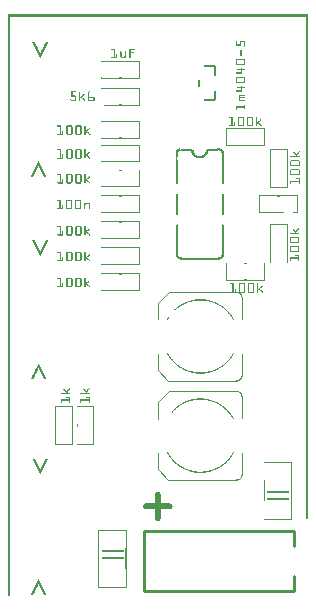
<source format=gto>
G04 MADE WITH FRITZING*
G04 WWW.FRITZING.ORG*
G04 DOUBLE SIDED*
G04 HOLES PLATED*
G04 CONTOUR ON CENTER OF CONTOUR VECTOR*
%ASAXBY*%
%FSLAX23Y23*%
%MOIN*%
%OFA0B0*%
%SFA1.0B1.0*%
%ADD10R,0.078250X0.007611*%
%ADD11R,0.078250X0.007625*%
%ADD12C,0.010000*%
%ADD13C,0.008000*%
%ADD14C,0.003937*%
%ADD15C,0.003953*%
%ADD16C,0.004004*%
%ADD17R,0.001000X0.001000*%
%LNSILK1*%
G90*
G70*
G54D10*
X901Y334D03*
G54D11*
X901Y356D03*
G54D10*
X350Y160D03*
G54D11*
X350Y137D03*
G54D12*
X954Y226D02*
X454Y226D01*
D02*
X454Y226D02*
X454Y26D01*
D02*
X454Y26D02*
X954Y26D01*
D02*
X954Y226D02*
X954Y176D01*
D02*
X954Y76D02*
X954Y26D01*
G54D13*
D02*
X581Y1135D02*
X704Y1135D01*
D02*
X699Y1499D02*
X666Y1499D01*
D02*
X577Y1499D02*
X616Y1499D01*
G54D14*
X501Y988D02*
X537Y1023D01*
D02*
G54D15*
X781Y1008D02*
X781Y934D01*
D02*
G54D16*
X501Y933D02*
X501Y987D01*
D02*
G54D14*
X537Y1023D02*
X765Y1023D01*
D02*
X501Y764D02*
X536Y729D01*
D02*
G54D15*
X781Y744D02*
X781Y818D01*
D02*
G54D16*
X501Y818D02*
X501Y764D01*
D02*
G54D14*
X537Y728D02*
X765Y728D01*
D02*
X501Y657D02*
X537Y693D01*
D02*
G54D15*
X781Y677D02*
X781Y603D01*
D02*
G54D16*
X501Y602D02*
X501Y656D01*
D02*
G54D14*
X537Y693D02*
X765Y693D01*
D02*
X501Y433D02*
X536Y398D01*
D02*
G54D15*
X781Y413D02*
X781Y487D01*
D02*
G54D16*
X501Y488D02*
X501Y434D01*
D02*
G54D14*
X537Y397D02*
X765Y397D01*
D02*
G54D17*
X0Y1949D02*
X1002Y1949D01*
X0Y1948D02*
X1002Y1948D01*
X0Y1947D02*
X1002Y1947D01*
X0Y1946D02*
X1002Y1946D01*
X0Y1945D02*
X1002Y1945D01*
X0Y1944D02*
X1002Y1944D01*
X0Y1943D02*
X1002Y1943D01*
X0Y1942D02*
X1002Y1942D01*
X0Y1941D02*
X7Y1941D01*
X995Y1941D02*
X1002Y1941D01*
X0Y1940D02*
X7Y1940D01*
X995Y1940D02*
X1002Y1940D01*
X0Y1939D02*
X7Y1939D01*
X995Y1939D02*
X1002Y1939D01*
X0Y1938D02*
X7Y1938D01*
X995Y1938D02*
X1002Y1938D01*
X0Y1937D02*
X7Y1937D01*
X995Y1937D02*
X1002Y1937D01*
X0Y1936D02*
X7Y1936D01*
X995Y1936D02*
X1002Y1936D01*
X0Y1935D02*
X7Y1935D01*
X995Y1935D02*
X1002Y1935D01*
X0Y1934D02*
X7Y1934D01*
X995Y1934D02*
X1002Y1934D01*
X0Y1933D02*
X7Y1933D01*
X995Y1933D02*
X1002Y1933D01*
X0Y1932D02*
X7Y1932D01*
X995Y1932D02*
X1002Y1932D01*
X0Y1931D02*
X7Y1931D01*
X995Y1931D02*
X1002Y1931D01*
X0Y1930D02*
X7Y1930D01*
X995Y1930D02*
X1002Y1930D01*
X0Y1929D02*
X7Y1929D01*
X995Y1929D02*
X1002Y1929D01*
X0Y1928D02*
X7Y1928D01*
X995Y1928D02*
X1002Y1928D01*
X0Y1927D02*
X7Y1927D01*
X995Y1927D02*
X1002Y1927D01*
X0Y1926D02*
X7Y1926D01*
X995Y1926D02*
X1002Y1926D01*
X0Y1925D02*
X7Y1925D01*
X995Y1925D02*
X1002Y1925D01*
X0Y1924D02*
X7Y1924D01*
X995Y1924D02*
X1002Y1924D01*
X0Y1923D02*
X7Y1923D01*
X995Y1923D02*
X1002Y1923D01*
X0Y1922D02*
X7Y1922D01*
X995Y1922D02*
X1002Y1922D01*
X0Y1921D02*
X7Y1921D01*
X995Y1921D02*
X1002Y1921D01*
X0Y1920D02*
X7Y1920D01*
X995Y1920D02*
X1002Y1920D01*
X0Y1919D02*
X7Y1919D01*
X995Y1919D02*
X1002Y1919D01*
X0Y1918D02*
X7Y1918D01*
X995Y1918D02*
X1002Y1918D01*
X0Y1917D02*
X7Y1917D01*
X995Y1917D02*
X1002Y1917D01*
X0Y1916D02*
X7Y1916D01*
X995Y1916D02*
X1002Y1916D01*
X0Y1915D02*
X7Y1915D01*
X995Y1915D02*
X1002Y1915D01*
X0Y1914D02*
X7Y1914D01*
X995Y1914D02*
X1002Y1914D01*
X0Y1913D02*
X7Y1913D01*
X995Y1913D02*
X1002Y1913D01*
X0Y1912D02*
X7Y1912D01*
X995Y1912D02*
X1002Y1912D01*
X0Y1911D02*
X7Y1911D01*
X995Y1911D02*
X1002Y1911D01*
X0Y1910D02*
X7Y1910D01*
X995Y1910D02*
X1002Y1910D01*
X0Y1909D02*
X7Y1909D01*
X995Y1909D02*
X1002Y1909D01*
X0Y1908D02*
X7Y1908D01*
X995Y1908D02*
X1002Y1908D01*
X0Y1907D02*
X7Y1907D01*
X995Y1907D02*
X1002Y1907D01*
X0Y1906D02*
X7Y1906D01*
X995Y1906D02*
X1002Y1906D01*
X0Y1905D02*
X7Y1905D01*
X995Y1905D02*
X1002Y1905D01*
X0Y1904D02*
X7Y1904D01*
X995Y1904D02*
X1002Y1904D01*
X0Y1903D02*
X7Y1903D01*
X995Y1903D02*
X1002Y1903D01*
X0Y1902D02*
X7Y1902D01*
X995Y1902D02*
X1002Y1902D01*
X0Y1901D02*
X7Y1901D01*
X995Y1901D02*
X1002Y1901D01*
X0Y1900D02*
X7Y1900D01*
X995Y1900D02*
X1002Y1900D01*
X0Y1899D02*
X7Y1899D01*
X995Y1899D02*
X1002Y1899D01*
X0Y1898D02*
X7Y1898D01*
X995Y1898D02*
X1002Y1898D01*
X0Y1897D02*
X7Y1897D01*
X995Y1897D02*
X1002Y1897D01*
X0Y1896D02*
X7Y1896D01*
X995Y1896D02*
X1002Y1896D01*
X0Y1895D02*
X7Y1895D01*
X995Y1895D02*
X1002Y1895D01*
X0Y1894D02*
X7Y1894D01*
X995Y1894D02*
X1002Y1894D01*
X0Y1893D02*
X7Y1893D01*
X995Y1893D02*
X1002Y1893D01*
X0Y1892D02*
X7Y1892D01*
X995Y1892D02*
X1002Y1892D01*
X0Y1891D02*
X7Y1891D01*
X995Y1891D02*
X1002Y1891D01*
X0Y1890D02*
X7Y1890D01*
X995Y1890D02*
X1002Y1890D01*
X0Y1889D02*
X7Y1889D01*
X995Y1889D02*
X1002Y1889D01*
X0Y1888D02*
X7Y1888D01*
X995Y1888D02*
X1002Y1888D01*
X0Y1887D02*
X7Y1887D01*
X995Y1887D02*
X1002Y1887D01*
X0Y1886D02*
X7Y1886D01*
X995Y1886D02*
X1002Y1886D01*
X0Y1885D02*
X7Y1885D01*
X995Y1885D02*
X1002Y1885D01*
X0Y1884D02*
X7Y1884D01*
X995Y1884D02*
X1002Y1884D01*
X0Y1883D02*
X7Y1883D01*
X995Y1883D02*
X1002Y1883D01*
X0Y1882D02*
X7Y1882D01*
X995Y1882D02*
X1002Y1882D01*
X0Y1881D02*
X7Y1881D01*
X995Y1881D02*
X1002Y1881D01*
X0Y1880D02*
X7Y1880D01*
X995Y1880D02*
X1002Y1880D01*
X0Y1879D02*
X7Y1879D01*
X995Y1879D02*
X1002Y1879D01*
X0Y1878D02*
X7Y1878D01*
X995Y1878D02*
X1002Y1878D01*
X0Y1877D02*
X7Y1877D01*
X995Y1877D02*
X1002Y1877D01*
X0Y1876D02*
X7Y1876D01*
X995Y1876D02*
X1002Y1876D01*
X0Y1875D02*
X7Y1875D01*
X995Y1875D02*
X1002Y1875D01*
X0Y1874D02*
X7Y1874D01*
X995Y1874D02*
X1002Y1874D01*
X0Y1873D02*
X7Y1873D01*
X995Y1873D02*
X1002Y1873D01*
X0Y1872D02*
X7Y1872D01*
X995Y1872D02*
X1002Y1872D01*
X0Y1871D02*
X7Y1871D01*
X995Y1871D02*
X1002Y1871D01*
X0Y1870D02*
X7Y1870D01*
X995Y1870D02*
X1002Y1870D01*
X0Y1869D02*
X7Y1869D01*
X995Y1869D02*
X1002Y1869D01*
X0Y1868D02*
X7Y1868D01*
X995Y1868D02*
X1002Y1868D01*
X0Y1867D02*
X7Y1867D01*
X995Y1867D02*
X1002Y1867D01*
X0Y1866D02*
X7Y1866D01*
X995Y1866D02*
X1002Y1866D01*
X0Y1865D02*
X7Y1865D01*
X995Y1865D02*
X1002Y1865D01*
X0Y1864D02*
X7Y1864D01*
X995Y1864D02*
X1002Y1864D01*
X0Y1863D02*
X7Y1863D01*
X995Y1863D02*
X1002Y1863D01*
X0Y1862D02*
X7Y1862D01*
X762Y1862D02*
X763Y1862D01*
X778Y1862D02*
X790Y1862D01*
X995Y1862D02*
X1002Y1862D01*
X0Y1861D02*
X7Y1861D01*
X761Y1861D02*
X764Y1861D01*
X776Y1861D02*
X791Y1861D01*
X995Y1861D02*
X1002Y1861D01*
X0Y1860D02*
X7Y1860D01*
X761Y1860D02*
X764Y1860D01*
X776Y1860D02*
X792Y1860D01*
X995Y1860D02*
X1002Y1860D01*
X0Y1859D02*
X7Y1859D01*
X761Y1859D02*
X764Y1859D01*
X775Y1859D02*
X792Y1859D01*
X995Y1859D02*
X1002Y1859D01*
X0Y1858D02*
X7Y1858D01*
X761Y1858D02*
X764Y1858D01*
X775Y1858D02*
X779Y1858D01*
X789Y1858D02*
X792Y1858D01*
X995Y1858D02*
X1002Y1858D01*
X0Y1857D02*
X7Y1857D01*
X761Y1857D02*
X764Y1857D01*
X775Y1857D02*
X778Y1857D01*
X789Y1857D02*
X792Y1857D01*
X995Y1857D02*
X1002Y1857D01*
X0Y1856D02*
X7Y1856D01*
X83Y1856D02*
X90Y1856D01*
X127Y1856D02*
X134Y1856D01*
X761Y1856D02*
X764Y1856D01*
X775Y1856D02*
X778Y1856D01*
X789Y1856D02*
X792Y1856D01*
X995Y1856D02*
X1002Y1856D01*
X0Y1855D02*
X7Y1855D01*
X83Y1855D02*
X91Y1855D01*
X126Y1855D02*
X134Y1855D01*
X761Y1855D02*
X764Y1855D01*
X775Y1855D02*
X778Y1855D01*
X789Y1855D02*
X792Y1855D01*
X995Y1855D02*
X1002Y1855D01*
X0Y1854D02*
X7Y1854D01*
X84Y1854D02*
X91Y1854D01*
X126Y1854D02*
X133Y1854D01*
X761Y1854D02*
X764Y1854D01*
X775Y1854D02*
X778Y1854D01*
X789Y1854D02*
X792Y1854D01*
X995Y1854D02*
X1002Y1854D01*
X0Y1853D02*
X7Y1853D01*
X84Y1853D02*
X92Y1853D01*
X125Y1853D02*
X133Y1853D01*
X761Y1853D02*
X764Y1853D01*
X775Y1853D02*
X778Y1853D01*
X789Y1853D02*
X792Y1853D01*
X995Y1853D02*
X1002Y1853D01*
X0Y1852D02*
X7Y1852D01*
X85Y1852D02*
X92Y1852D01*
X125Y1852D02*
X132Y1852D01*
X761Y1852D02*
X764Y1852D01*
X775Y1852D02*
X778Y1852D01*
X789Y1852D02*
X792Y1852D01*
X995Y1852D02*
X1002Y1852D01*
X0Y1851D02*
X7Y1851D01*
X85Y1851D02*
X93Y1851D01*
X124Y1851D02*
X132Y1851D01*
X761Y1851D02*
X764Y1851D01*
X775Y1851D02*
X778Y1851D01*
X789Y1851D02*
X792Y1851D01*
X995Y1851D02*
X1002Y1851D01*
X0Y1850D02*
X7Y1850D01*
X86Y1850D02*
X93Y1850D01*
X124Y1850D02*
X131Y1850D01*
X761Y1850D02*
X764Y1850D01*
X775Y1850D02*
X778Y1850D01*
X789Y1850D02*
X792Y1850D01*
X995Y1850D02*
X1002Y1850D01*
X0Y1849D02*
X7Y1849D01*
X86Y1849D02*
X94Y1849D01*
X123Y1849D02*
X131Y1849D01*
X761Y1849D02*
X778Y1849D01*
X789Y1849D02*
X792Y1849D01*
X995Y1849D02*
X1002Y1849D01*
X0Y1848D02*
X7Y1848D01*
X87Y1848D02*
X94Y1848D01*
X123Y1848D02*
X130Y1848D01*
X761Y1848D02*
X778Y1848D01*
X789Y1848D02*
X792Y1848D01*
X995Y1848D02*
X1002Y1848D01*
X0Y1847D02*
X7Y1847D01*
X87Y1847D02*
X95Y1847D01*
X122Y1847D02*
X130Y1847D01*
X761Y1847D02*
X778Y1847D01*
X789Y1847D02*
X792Y1847D01*
X995Y1847D02*
X1002Y1847D01*
X0Y1846D02*
X7Y1846D01*
X88Y1846D02*
X95Y1846D01*
X122Y1846D02*
X129Y1846D01*
X761Y1846D02*
X778Y1846D01*
X788Y1846D02*
X792Y1846D01*
X995Y1846D02*
X1002Y1846D01*
X0Y1845D02*
X7Y1845D01*
X88Y1845D02*
X96Y1845D01*
X121Y1845D02*
X129Y1845D01*
X788Y1845D02*
X792Y1845D01*
X995Y1845D02*
X1002Y1845D01*
X0Y1844D02*
X7Y1844D01*
X89Y1844D02*
X96Y1844D01*
X121Y1844D02*
X128Y1844D01*
X788Y1844D02*
X791Y1844D01*
X995Y1844D02*
X1002Y1844D01*
X0Y1843D02*
X7Y1843D01*
X89Y1843D02*
X97Y1843D01*
X120Y1843D02*
X128Y1843D01*
X788Y1843D02*
X791Y1843D01*
X995Y1843D02*
X1002Y1843D01*
X0Y1842D02*
X7Y1842D01*
X90Y1842D02*
X97Y1842D01*
X120Y1842D02*
X127Y1842D01*
X788Y1842D02*
X790Y1842D01*
X995Y1842D02*
X1002Y1842D01*
X0Y1841D02*
X7Y1841D01*
X90Y1841D02*
X98Y1841D01*
X119Y1841D02*
X127Y1841D01*
X995Y1841D02*
X1002Y1841D01*
X0Y1840D02*
X7Y1840D01*
X91Y1840D02*
X98Y1840D01*
X119Y1840D02*
X126Y1840D01*
X995Y1840D02*
X1002Y1840D01*
X0Y1839D02*
X7Y1839D01*
X91Y1839D02*
X99Y1839D01*
X118Y1839D02*
X126Y1839D01*
X995Y1839D02*
X1002Y1839D01*
X0Y1838D02*
X7Y1838D01*
X92Y1838D02*
X99Y1838D01*
X118Y1838D02*
X125Y1838D01*
X995Y1838D02*
X1002Y1838D01*
X0Y1837D02*
X7Y1837D01*
X92Y1837D02*
X100Y1837D01*
X117Y1837D02*
X125Y1837D01*
X995Y1837D02*
X1002Y1837D01*
X0Y1836D02*
X7Y1836D01*
X93Y1836D02*
X100Y1836D01*
X117Y1836D02*
X124Y1836D01*
X995Y1836D02*
X1002Y1836D01*
X0Y1835D02*
X7Y1835D01*
X93Y1835D02*
X101Y1835D01*
X116Y1835D02*
X124Y1835D01*
X346Y1835D02*
X357Y1835D01*
X406Y1835D02*
X425Y1835D01*
X995Y1835D02*
X1002Y1835D01*
X0Y1834D02*
X7Y1834D01*
X94Y1834D02*
X101Y1834D01*
X116Y1834D02*
X123Y1834D01*
X345Y1834D02*
X357Y1834D01*
X406Y1834D02*
X425Y1834D01*
X995Y1834D02*
X1002Y1834D01*
X0Y1833D02*
X7Y1833D01*
X94Y1833D02*
X102Y1833D01*
X115Y1833D02*
X123Y1833D01*
X346Y1833D02*
X357Y1833D01*
X406Y1833D02*
X425Y1833D01*
X995Y1833D02*
X1002Y1833D01*
X0Y1832D02*
X7Y1832D01*
X95Y1832D02*
X102Y1832D01*
X115Y1832D02*
X122Y1832D01*
X346Y1832D02*
X357Y1832D01*
X406Y1832D02*
X424Y1832D01*
X776Y1832D02*
X779Y1832D01*
X995Y1832D02*
X1002Y1832D01*
X0Y1831D02*
X7Y1831D01*
X95Y1831D02*
X103Y1831D01*
X114Y1831D02*
X122Y1831D01*
X354Y1831D02*
X357Y1831D01*
X406Y1831D02*
X409Y1831D01*
X775Y1831D02*
X780Y1831D01*
X995Y1831D02*
X1002Y1831D01*
X0Y1830D02*
X7Y1830D01*
X96Y1830D02*
X103Y1830D01*
X114Y1830D02*
X121Y1830D01*
X354Y1830D02*
X357Y1830D01*
X406Y1830D02*
X409Y1830D01*
X775Y1830D02*
X780Y1830D01*
X995Y1830D02*
X1002Y1830D01*
X0Y1829D02*
X7Y1829D01*
X96Y1829D02*
X104Y1829D01*
X113Y1829D02*
X121Y1829D01*
X354Y1829D02*
X357Y1829D01*
X406Y1829D02*
X409Y1829D01*
X775Y1829D02*
X780Y1829D01*
X995Y1829D02*
X1002Y1829D01*
X0Y1828D02*
X7Y1828D01*
X97Y1828D02*
X104Y1828D01*
X113Y1828D02*
X120Y1828D01*
X354Y1828D02*
X357Y1828D01*
X406Y1828D02*
X409Y1828D01*
X775Y1828D02*
X780Y1828D01*
X995Y1828D02*
X1002Y1828D01*
X0Y1827D02*
X7Y1827D01*
X97Y1827D02*
X105Y1827D01*
X112Y1827D02*
X120Y1827D01*
X354Y1827D02*
X357Y1827D01*
X406Y1827D02*
X409Y1827D01*
X775Y1827D02*
X780Y1827D01*
X995Y1827D02*
X1002Y1827D01*
X0Y1826D02*
X7Y1826D01*
X98Y1826D02*
X105Y1826D01*
X112Y1826D02*
X119Y1826D01*
X354Y1826D02*
X357Y1826D01*
X376Y1826D02*
X378Y1826D01*
X392Y1826D02*
X395Y1826D01*
X406Y1826D02*
X409Y1826D01*
X775Y1826D02*
X780Y1826D01*
X995Y1826D02*
X1002Y1826D01*
X0Y1825D02*
X7Y1825D01*
X98Y1825D02*
X106Y1825D01*
X111Y1825D02*
X119Y1825D01*
X354Y1825D02*
X357Y1825D01*
X376Y1825D02*
X379Y1825D01*
X392Y1825D02*
X395Y1825D01*
X406Y1825D02*
X420Y1825D01*
X775Y1825D02*
X780Y1825D01*
X995Y1825D02*
X1002Y1825D01*
X0Y1824D02*
X7Y1824D01*
X99Y1824D02*
X106Y1824D01*
X111Y1824D02*
X118Y1824D01*
X354Y1824D02*
X357Y1824D01*
X376Y1824D02*
X379Y1824D01*
X392Y1824D02*
X395Y1824D01*
X406Y1824D02*
X421Y1824D01*
X775Y1824D02*
X780Y1824D01*
X995Y1824D02*
X1002Y1824D01*
X0Y1823D02*
X7Y1823D01*
X99Y1823D02*
X107Y1823D01*
X110Y1823D02*
X118Y1823D01*
X354Y1823D02*
X357Y1823D01*
X376Y1823D02*
X379Y1823D01*
X392Y1823D02*
X395Y1823D01*
X406Y1823D02*
X421Y1823D01*
X775Y1823D02*
X780Y1823D01*
X995Y1823D02*
X1002Y1823D01*
X0Y1822D02*
X7Y1822D01*
X100Y1822D02*
X107Y1822D01*
X110Y1822D02*
X117Y1822D01*
X354Y1822D02*
X357Y1822D01*
X376Y1822D02*
X379Y1822D01*
X392Y1822D02*
X395Y1822D01*
X406Y1822D02*
X421Y1822D01*
X775Y1822D02*
X780Y1822D01*
X995Y1822D02*
X1002Y1822D01*
X0Y1821D02*
X7Y1821D01*
X100Y1821D02*
X117Y1821D01*
X354Y1821D02*
X357Y1821D01*
X376Y1821D02*
X379Y1821D01*
X392Y1821D02*
X395Y1821D01*
X406Y1821D02*
X419Y1821D01*
X775Y1821D02*
X780Y1821D01*
X995Y1821D02*
X1002Y1821D01*
X0Y1820D02*
X7Y1820D01*
X101Y1820D02*
X116Y1820D01*
X354Y1820D02*
X357Y1820D01*
X376Y1820D02*
X379Y1820D01*
X392Y1820D02*
X395Y1820D01*
X406Y1820D02*
X409Y1820D01*
X775Y1820D02*
X780Y1820D01*
X995Y1820D02*
X1002Y1820D01*
X0Y1819D02*
X7Y1819D01*
X101Y1819D02*
X116Y1819D01*
X354Y1819D02*
X357Y1819D01*
X376Y1819D02*
X379Y1819D01*
X392Y1819D02*
X395Y1819D01*
X406Y1819D02*
X409Y1819D01*
X775Y1819D02*
X780Y1819D01*
X995Y1819D02*
X1002Y1819D01*
X0Y1818D02*
X7Y1818D01*
X102Y1818D02*
X115Y1818D01*
X354Y1818D02*
X357Y1818D01*
X363Y1818D02*
X364Y1818D01*
X376Y1818D02*
X379Y1818D01*
X392Y1818D02*
X395Y1818D01*
X406Y1818D02*
X409Y1818D01*
X775Y1818D02*
X780Y1818D01*
X995Y1818D02*
X1002Y1818D01*
X0Y1817D02*
X7Y1817D01*
X102Y1817D02*
X115Y1817D01*
X354Y1817D02*
X357Y1817D01*
X362Y1817D02*
X365Y1817D01*
X376Y1817D02*
X379Y1817D01*
X392Y1817D02*
X395Y1817D01*
X406Y1817D02*
X409Y1817D01*
X775Y1817D02*
X780Y1817D01*
X995Y1817D02*
X1002Y1817D01*
X0Y1816D02*
X7Y1816D01*
X103Y1816D02*
X114Y1816D01*
X354Y1816D02*
X357Y1816D01*
X362Y1816D02*
X365Y1816D01*
X376Y1816D02*
X379Y1816D01*
X392Y1816D02*
X395Y1816D01*
X406Y1816D02*
X409Y1816D01*
X775Y1816D02*
X780Y1816D01*
X995Y1816D02*
X1002Y1816D01*
X0Y1815D02*
X7Y1815D01*
X103Y1815D02*
X114Y1815D01*
X354Y1815D02*
X357Y1815D01*
X362Y1815D02*
X365Y1815D01*
X376Y1815D02*
X379Y1815D01*
X392Y1815D02*
X395Y1815D01*
X406Y1815D02*
X409Y1815D01*
X775Y1815D02*
X780Y1815D01*
X995Y1815D02*
X1002Y1815D01*
X0Y1814D02*
X7Y1814D01*
X104Y1814D02*
X113Y1814D01*
X354Y1814D02*
X357Y1814D01*
X362Y1814D02*
X365Y1814D01*
X376Y1814D02*
X379Y1814D01*
X392Y1814D02*
X395Y1814D01*
X406Y1814D02*
X409Y1814D01*
X775Y1814D02*
X780Y1814D01*
X995Y1814D02*
X1002Y1814D01*
X0Y1813D02*
X7Y1813D01*
X104Y1813D02*
X113Y1813D01*
X354Y1813D02*
X357Y1813D01*
X362Y1813D02*
X365Y1813D01*
X376Y1813D02*
X379Y1813D01*
X392Y1813D02*
X395Y1813D01*
X406Y1813D02*
X409Y1813D01*
X775Y1813D02*
X780Y1813D01*
X995Y1813D02*
X1002Y1813D01*
X0Y1812D02*
X7Y1812D01*
X105Y1812D02*
X112Y1812D01*
X354Y1812D02*
X357Y1812D01*
X362Y1812D02*
X365Y1812D01*
X376Y1812D02*
X379Y1812D01*
X392Y1812D02*
X395Y1812D01*
X406Y1812D02*
X409Y1812D01*
X776Y1812D02*
X779Y1812D01*
X995Y1812D02*
X1002Y1812D01*
X0Y1811D02*
X7Y1811D01*
X105Y1811D02*
X112Y1811D01*
X354Y1811D02*
X357Y1811D01*
X362Y1811D02*
X365Y1811D01*
X376Y1811D02*
X379Y1811D01*
X391Y1811D02*
X395Y1811D01*
X406Y1811D02*
X409Y1811D01*
X995Y1811D02*
X1002Y1811D01*
X0Y1810D02*
X7Y1810D01*
X106Y1810D02*
X111Y1810D01*
X354Y1810D02*
X357Y1810D01*
X362Y1810D02*
X365Y1810D01*
X376Y1810D02*
X379Y1810D01*
X389Y1810D02*
X395Y1810D01*
X406Y1810D02*
X409Y1810D01*
X995Y1810D02*
X1002Y1810D01*
X0Y1809D02*
X7Y1809D01*
X106Y1809D02*
X111Y1809D01*
X354Y1809D02*
X357Y1809D01*
X362Y1809D02*
X365Y1809D01*
X376Y1809D02*
X379Y1809D01*
X387Y1809D02*
X395Y1809D01*
X406Y1809D02*
X409Y1809D01*
X995Y1809D02*
X1002Y1809D01*
X0Y1808D02*
X7Y1808D01*
X107Y1808D02*
X110Y1808D01*
X354Y1808D02*
X357Y1808D01*
X362Y1808D02*
X365Y1808D01*
X376Y1808D02*
X380Y1808D01*
X386Y1808D02*
X395Y1808D01*
X406Y1808D02*
X409Y1808D01*
X995Y1808D02*
X1002Y1808D01*
X0Y1807D02*
X7Y1807D01*
X107Y1807D02*
X110Y1807D01*
X346Y1807D02*
X365Y1807D01*
X377Y1807D02*
X395Y1807D01*
X406Y1807D02*
X409Y1807D01*
X995Y1807D02*
X1002Y1807D01*
X0Y1806D02*
X7Y1806D01*
X108Y1806D02*
X109Y1806D01*
X346Y1806D02*
X365Y1806D01*
X377Y1806D02*
X390Y1806D01*
X392Y1806D02*
X395Y1806D01*
X406Y1806D02*
X409Y1806D01*
X995Y1806D02*
X1002Y1806D01*
X0Y1805D02*
X7Y1805D01*
X108Y1805D02*
X109Y1805D01*
X346Y1805D02*
X365Y1805D01*
X378Y1805D02*
X388Y1805D01*
X392Y1805D02*
X395Y1805D01*
X406Y1805D02*
X409Y1805D01*
X995Y1805D02*
X1002Y1805D01*
X0Y1804D02*
X7Y1804D01*
X346Y1804D02*
X364Y1804D01*
X380Y1804D02*
X386Y1804D01*
X393Y1804D02*
X395Y1804D01*
X406Y1804D02*
X408Y1804D01*
X995Y1804D02*
X1002Y1804D01*
X0Y1803D02*
X7Y1803D01*
X995Y1803D02*
X1002Y1803D01*
X0Y1802D02*
X7Y1802D01*
X765Y1802D02*
X788Y1802D01*
X995Y1802D02*
X1002Y1802D01*
X0Y1801D02*
X7Y1801D01*
X762Y1801D02*
X791Y1801D01*
X995Y1801D02*
X1002Y1801D01*
X0Y1800D02*
X7Y1800D01*
X762Y1800D02*
X792Y1800D01*
X995Y1800D02*
X1002Y1800D01*
X0Y1799D02*
X7Y1799D01*
X761Y1799D02*
X792Y1799D01*
X995Y1799D02*
X1002Y1799D01*
X0Y1798D02*
X7Y1798D01*
X761Y1798D02*
X792Y1798D01*
X995Y1798D02*
X1002Y1798D01*
X0Y1797D02*
X7Y1797D01*
X761Y1797D02*
X764Y1797D01*
X789Y1797D02*
X792Y1797D01*
X995Y1797D02*
X1002Y1797D01*
X0Y1796D02*
X7Y1796D01*
X761Y1796D02*
X764Y1796D01*
X789Y1796D02*
X792Y1796D01*
X995Y1796D02*
X1002Y1796D01*
X0Y1795D02*
X7Y1795D01*
X761Y1795D02*
X764Y1795D01*
X789Y1795D02*
X792Y1795D01*
X995Y1795D02*
X1002Y1795D01*
X0Y1794D02*
X7Y1794D01*
X311Y1794D02*
X439Y1794D01*
X761Y1794D02*
X764Y1794D01*
X789Y1794D02*
X792Y1794D01*
X995Y1794D02*
X1002Y1794D01*
X0Y1793D02*
X7Y1793D01*
X311Y1793D02*
X439Y1793D01*
X761Y1793D02*
X764Y1793D01*
X789Y1793D02*
X792Y1793D01*
X995Y1793D02*
X1002Y1793D01*
X0Y1792D02*
X7Y1792D01*
X311Y1792D02*
X313Y1792D01*
X370Y1792D02*
X380Y1792D01*
X437Y1792D02*
X439Y1792D01*
X761Y1792D02*
X764Y1792D01*
X789Y1792D02*
X792Y1792D01*
X995Y1792D02*
X1002Y1792D01*
X0Y1791D02*
X7Y1791D01*
X311Y1791D02*
X312Y1791D01*
X437Y1791D02*
X439Y1791D01*
X761Y1791D02*
X764Y1791D01*
X789Y1791D02*
X792Y1791D01*
X995Y1791D02*
X1002Y1791D01*
X0Y1790D02*
X7Y1790D01*
X311Y1790D02*
X312Y1790D01*
X437Y1790D02*
X439Y1790D01*
X761Y1790D02*
X764Y1790D01*
X789Y1790D02*
X792Y1790D01*
X995Y1790D02*
X1002Y1790D01*
X0Y1789D02*
X7Y1789D01*
X311Y1789D02*
X312Y1789D01*
X437Y1789D02*
X439Y1789D01*
X761Y1789D02*
X764Y1789D01*
X789Y1789D02*
X792Y1789D01*
X995Y1789D02*
X1002Y1789D01*
X0Y1788D02*
X7Y1788D01*
X311Y1788D02*
X312Y1788D01*
X437Y1788D02*
X439Y1788D01*
X761Y1788D02*
X764Y1788D01*
X789Y1788D02*
X792Y1788D01*
X995Y1788D02*
X1002Y1788D01*
X0Y1787D02*
X7Y1787D01*
X311Y1787D02*
X312Y1787D01*
X437Y1787D02*
X439Y1787D01*
X761Y1787D02*
X764Y1787D01*
X789Y1787D02*
X792Y1787D01*
X995Y1787D02*
X1002Y1787D01*
X0Y1786D02*
X7Y1786D01*
X311Y1786D02*
X312Y1786D01*
X437Y1786D02*
X439Y1786D01*
X761Y1786D02*
X764Y1786D01*
X789Y1786D02*
X792Y1786D01*
X995Y1786D02*
X1002Y1786D01*
X0Y1785D02*
X7Y1785D01*
X311Y1785D02*
X312Y1785D01*
X437Y1785D02*
X439Y1785D01*
X761Y1785D02*
X792Y1785D01*
X995Y1785D02*
X1002Y1785D01*
X0Y1784D02*
X7Y1784D01*
X311Y1784D02*
X312Y1784D01*
X437Y1784D02*
X439Y1784D01*
X761Y1784D02*
X792Y1784D01*
X995Y1784D02*
X1002Y1784D01*
X0Y1783D02*
X7Y1783D01*
X311Y1783D02*
X312Y1783D01*
X437Y1783D02*
X439Y1783D01*
X762Y1783D02*
X791Y1783D01*
X995Y1783D02*
X1002Y1783D01*
X0Y1782D02*
X7Y1782D01*
X311Y1782D02*
X312Y1782D01*
X437Y1782D02*
X439Y1782D01*
X763Y1782D02*
X790Y1782D01*
X995Y1782D02*
X1002Y1782D01*
X0Y1781D02*
X7Y1781D01*
X311Y1781D02*
X312Y1781D01*
X437Y1781D02*
X439Y1781D01*
X995Y1781D02*
X1002Y1781D01*
X0Y1780D02*
X7Y1780D01*
X311Y1780D02*
X312Y1780D01*
X437Y1780D02*
X439Y1780D01*
X995Y1780D02*
X1002Y1780D01*
X0Y1779D02*
X7Y1779D01*
X311Y1779D02*
X312Y1779D01*
X437Y1779D02*
X439Y1779D01*
X654Y1779D02*
X690Y1779D01*
X995Y1779D02*
X1002Y1779D01*
X0Y1778D02*
X7Y1778D01*
X311Y1778D02*
X312Y1778D01*
X437Y1778D02*
X439Y1778D01*
X654Y1778D02*
X692Y1778D01*
X995Y1778D02*
X1002Y1778D01*
X0Y1777D02*
X7Y1777D01*
X311Y1777D02*
X312Y1777D01*
X437Y1777D02*
X439Y1777D01*
X654Y1777D02*
X692Y1777D01*
X995Y1777D02*
X1002Y1777D01*
X0Y1776D02*
X7Y1776D01*
X312Y1776D02*
X312Y1776D01*
X437Y1776D02*
X439Y1776D01*
X654Y1776D02*
X693Y1776D01*
X995Y1776D02*
X1002Y1776D01*
X0Y1775D02*
X7Y1775D01*
X312Y1775D02*
X312Y1775D01*
X437Y1775D02*
X439Y1775D01*
X654Y1775D02*
X693Y1775D01*
X995Y1775D02*
X1002Y1775D01*
X0Y1774D02*
X7Y1774D01*
X437Y1774D02*
X439Y1774D01*
X654Y1774D02*
X693Y1774D01*
X995Y1774D02*
X1002Y1774D01*
X0Y1773D02*
X7Y1773D01*
X437Y1773D02*
X439Y1773D01*
X688Y1773D02*
X693Y1773D01*
X995Y1773D02*
X1002Y1773D01*
X0Y1772D02*
X7Y1772D01*
X437Y1772D02*
X439Y1772D01*
X688Y1772D02*
X693Y1772D01*
X995Y1772D02*
X1002Y1772D01*
X0Y1771D02*
X7Y1771D01*
X437Y1771D02*
X439Y1771D01*
X688Y1771D02*
X693Y1771D01*
X995Y1771D02*
X1002Y1771D01*
X0Y1770D02*
X7Y1770D01*
X437Y1770D02*
X439Y1770D01*
X688Y1770D02*
X693Y1770D01*
X779Y1770D02*
X781Y1770D01*
X995Y1770D02*
X1002Y1770D01*
X0Y1769D02*
X7Y1769D01*
X437Y1769D02*
X439Y1769D01*
X688Y1769D02*
X693Y1769D01*
X778Y1769D02*
X782Y1769D01*
X995Y1769D02*
X1002Y1769D01*
X0Y1768D02*
X7Y1768D01*
X437Y1768D02*
X439Y1768D01*
X688Y1768D02*
X693Y1768D01*
X765Y1768D02*
X792Y1768D01*
X995Y1768D02*
X1002Y1768D01*
X0Y1767D02*
X7Y1767D01*
X437Y1767D02*
X439Y1767D01*
X688Y1767D02*
X693Y1767D01*
X765Y1767D02*
X792Y1767D01*
X995Y1767D02*
X1002Y1767D01*
X0Y1766D02*
X7Y1766D01*
X437Y1766D02*
X439Y1766D01*
X688Y1766D02*
X693Y1766D01*
X765Y1766D02*
X792Y1766D01*
X995Y1766D02*
X1002Y1766D01*
X0Y1765D02*
X7Y1765D01*
X437Y1765D02*
X439Y1765D01*
X688Y1765D02*
X693Y1765D01*
X765Y1765D02*
X791Y1765D01*
X995Y1765D02*
X1002Y1765D01*
X0Y1764D02*
X7Y1764D01*
X437Y1764D02*
X439Y1764D01*
X688Y1764D02*
X693Y1764D01*
X779Y1764D02*
X782Y1764D01*
X995Y1764D02*
X1002Y1764D01*
X0Y1763D02*
X7Y1763D01*
X437Y1763D02*
X439Y1763D01*
X688Y1763D02*
X693Y1763D01*
X779Y1763D02*
X782Y1763D01*
X995Y1763D02*
X1002Y1763D01*
X0Y1762D02*
X7Y1762D01*
X437Y1762D02*
X439Y1762D01*
X688Y1762D02*
X693Y1762D01*
X779Y1762D02*
X782Y1762D01*
X995Y1762D02*
X1002Y1762D01*
X0Y1761D02*
X7Y1761D01*
X437Y1761D02*
X439Y1761D01*
X688Y1761D02*
X693Y1761D01*
X779Y1761D02*
X782Y1761D01*
X995Y1761D02*
X1002Y1761D01*
X0Y1760D02*
X7Y1760D01*
X437Y1760D02*
X439Y1760D01*
X688Y1760D02*
X693Y1760D01*
X779Y1760D02*
X782Y1760D01*
X995Y1760D02*
X1002Y1760D01*
X0Y1759D02*
X7Y1759D01*
X437Y1759D02*
X439Y1759D01*
X688Y1759D02*
X693Y1759D01*
X779Y1759D02*
X782Y1759D01*
X995Y1759D02*
X1002Y1759D01*
X0Y1758D02*
X7Y1758D01*
X437Y1758D02*
X439Y1758D01*
X688Y1758D02*
X693Y1758D01*
X779Y1758D02*
X782Y1758D01*
X995Y1758D02*
X1002Y1758D01*
X0Y1757D02*
X7Y1757D01*
X437Y1757D02*
X439Y1757D01*
X688Y1757D02*
X693Y1757D01*
X779Y1757D02*
X782Y1757D01*
X995Y1757D02*
X1002Y1757D01*
X0Y1756D02*
X7Y1756D01*
X312Y1756D02*
X312Y1756D01*
X437Y1756D02*
X439Y1756D01*
X688Y1756D02*
X693Y1756D01*
X762Y1756D02*
X782Y1756D01*
X995Y1756D02*
X1002Y1756D01*
X0Y1755D02*
X7Y1755D01*
X312Y1755D02*
X312Y1755D01*
X437Y1755D02*
X439Y1755D01*
X688Y1755D02*
X693Y1755D01*
X761Y1755D02*
X782Y1755D01*
X995Y1755D02*
X1002Y1755D01*
X0Y1754D02*
X7Y1754D01*
X311Y1754D02*
X312Y1754D01*
X437Y1754D02*
X439Y1754D01*
X688Y1754D02*
X693Y1754D01*
X761Y1754D02*
X782Y1754D01*
X995Y1754D02*
X1002Y1754D01*
X0Y1753D02*
X7Y1753D01*
X311Y1753D02*
X312Y1753D01*
X437Y1753D02*
X439Y1753D01*
X688Y1753D02*
X693Y1753D01*
X761Y1753D02*
X782Y1753D01*
X995Y1753D02*
X1002Y1753D01*
X0Y1752D02*
X7Y1752D01*
X311Y1752D02*
X312Y1752D01*
X437Y1752D02*
X439Y1752D01*
X688Y1752D02*
X693Y1752D01*
X995Y1752D02*
X1002Y1752D01*
X0Y1751D02*
X7Y1751D01*
X311Y1751D02*
X312Y1751D01*
X437Y1751D02*
X439Y1751D01*
X688Y1751D02*
X693Y1751D01*
X995Y1751D02*
X1002Y1751D01*
X0Y1750D02*
X7Y1750D01*
X311Y1750D02*
X312Y1750D01*
X437Y1750D02*
X439Y1750D01*
X688Y1750D02*
X693Y1750D01*
X995Y1750D02*
X1002Y1750D01*
X0Y1749D02*
X7Y1749D01*
X311Y1749D02*
X312Y1749D01*
X437Y1749D02*
X439Y1749D01*
X688Y1749D02*
X693Y1749D01*
X995Y1749D02*
X1002Y1749D01*
X0Y1748D02*
X7Y1748D01*
X311Y1748D02*
X312Y1748D01*
X437Y1748D02*
X439Y1748D01*
X688Y1748D02*
X693Y1748D01*
X995Y1748D02*
X1002Y1748D01*
X0Y1747D02*
X7Y1747D01*
X311Y1747D02*
X312Y1747D01*
X437Y1747D02*
X439Y1747D01*
X688Y1747D02*
X693Y1747D01*
X995Y1747D02*
X1002Y1747D01*
X0Y1746D02*
X7Y1746D01*
X311Y1746D02*
X312Y1746D01*
X437Y1746D02*
X439Y1746D01*
X688Y1746D02*
X693Y1746D01*
X995Y1746D02*
X1002Y1746D01*
X0Y1745D02*
X7Y1745D01*
X311Y1745D02*
X312Y1745D01*
X437Y1745D02*
X439Y1745D01*
X688Y1745D02*
X693Y1745D01*
X995Y1745D02*
X1002Y1745D01*
X0Y1744D02*
X7Y1744D01*
X311Y1744D02*
X312Y1744D01*
X437Y1744D02*
X439Y1744D01*
X995Y1744D02*
X1002Y1744D01*
X0Y1743D02*
X7Y1743D01*
X311Y1743D02*
X312Y1743D01*
X437Y1743D02*
X439Y1743D01*
X995Y1743D02*
X1002Y1743D01*
X0Y1742D02*
X7Y1742D01*
X311Y1742D02*
X312Y1742D01*
X437Y1742D02*
X439Y1742D01*
X995Y1742D02*
X1002Y1742D01*
X0Y1741D02*
X7Y1741D01*
X311Y1741D02*
X312Y1741D01*
X437Y1741D02*
X439Y1741D01*
X763Y1741D02*
X791Y1741D01*
X995Y1741D02*
X1002Y1741D01*
X0Y1740D02*
X7Y1740D01*
X311Y1740D02*
X312Y1740D01*
X437Y1740D02*
X439Y1740D01*
X762Y1740D02*
X792Y1740D01*
X995Y1740D02*
X1002Y1740D01*
X0Y1739D02*
X7Y1739D01*
X311Y1739D02*
X313Y1739D01*
X370Y1739D02*
X380Y1739D01*
X437Y1739D02*
X439Y1739D01*
X761Y1739D02*
X792Y1739D01*
X995Y1739D02*
X1002Y1739D01*
X0Y1738D02*
X7Y1738D01*
X311Y1738D02*
X439Y1738D01*
X761Y1738D02*
X792Y1738D01*
X995Y1738D02*
X1002Y1738D01*
X0Y1737D02*
X7Y1737D01*
X311Y1737D02*
X439Y1737D01*
X761Y1737D02*
X764Y1737D01*
X789Y1737D02*
X792Y1737D01*
X995Y1737D02*
X1002Y1737D01*
X0Y1736D02*
X7Y1736D01*
X311Y1736D02*
X439Y1736D01*
X761Y1736D02*
X764Y1736D01*
X789Y1736D02*
X792Y1736D01*
X995Y1736D02*
X1002Y1736D01*
X0Y1735D02*
X7Y1735D01*
X761Y1735D02*
X764Y1735D01*
X789Y1735D02*
X792Y1735D01*
X995Y1735D02*
X1002Y1735D01*
X0Y1734D02*
X7Y1734D01*
X761Y1734D02*
X764Y1734D01*
X789Y1734D02*
X792Y1734D01*
X995Y1734D02*
X1002Y1734D01*
X0Y1733D02*
X7Y1733D01*
X761Y1733D02*
X764Y1733D01*
X789Y1733D02*
X792Y1733D01*
X995Y1733D02*
X1002Y1733D01*
X0Y1732D02*
X7Y1732D01*
X636Y1732D02*
X641Y1732D01*
X761Y1732D02*
X764Y1732D01*
X789Y1732D02*
X792Y1732D01*
X995Y1732D02*
X1002Y1732D01*
X0Y1731D02*
X7Y1731D01*
X636Y1731D02*
X641Y1731D01*
X761Y1731D02*
X764Y1731D01*
X789Y1731D02*
X792Y1731D01*
X995Y1731D02*
X1002Y1731D01*
X0Y1730D02*
X7Y1730D01*
X636Y1730D02*
X641Y1730D01*
X761Y1730D02*
X764Y1730D01*
X789Y1730D02*
X792Y1730D01*
X995Y1730D02*
X1002Y1730D01*
X0Y1729D02*
X7Y1729D01*
X636Y1729D02*
X641Y1729D01*
X761Y1729D02*
X764Y1729D01*
X789Y1729D02*
X792Y1729D01*
X995Y1729D02*
X1002Y1729D01*
X0Y1728D02*
X7Y1728D01*
X636Y1728D02*
X641Y1728D01*
X761Y1728D02*
X764Y1728D01*
X789Y1728D02*
X792Y1728D01*
X995Y1728D02*
X1002Y1728D01*
X0Y1727D02*
X7Y1727D01*
X636Y1727D02*
X641Y1727D01*
X761Y1727D02*
X764Y1727D01*
X789Y1727D02*
X792Y1727D01*
X995Y1727D02*
X1002Y1727D01*
X0Y1726D02*
X7Y1726D01*
X636Y1726D02*
X641Y1726D01*
X761Y1726D02*
X764Y1726D01*
X789Y1726D02*
X792Y1726D01*
X995Y1726D02*
X1002Y1726D01*
X0Y1725D02*
X7Y1725D01*
X636Y1725D02*
X641Y1725D01*
X761Y1725D02*
X792Y1725D01*
X995Y1725D02*
X1002Y1725D01*
X0Y1724D02*
X7Y1724D01*
X636Y1724D02*
X641Y1724D01*
X761Y1724D02*
X792Y1724D01*
X995Y1724D02*
X1002Y1724D01*
X0Y1723D02*
X7Y1723D01*
X636Y1723D02*
X641Y1723D01*
X762Y1723D02*
X792Y1723D01*
X995Y1723D02*
X1002Y1723D01*
X0Y1722D02*
X7Y1722D01*
X636Y1722D02*
X641Y1722D01*
X763Y1722D02*
X791Y1722D01*
X995Y1722D02*
X1002Y1722D01*
X0Y1721D02*
X7Y1721D01*
X636Y1721D02*
X641Y1721D01*
X995Y1721D02*
X1002Y1721D01*
X0Y1720D02*
X7Y1720D01*
X636Y1720D02*
X641Y1720D01*
X995Y1720D02*
X1002Y1720D01*
X0Y1719D02*
X7Y1719D01*
X636Y1719D02*
X641Y1719D01*
X995Y1719D02*
X1002Y1719D01*
X0Y1718D02*
X7Y1718D01*
X636Y1718D02*
X641Y1718D01*
X995Y1718D02*
X1002Y1718D01*
X0Y1717D02*
X7Y1717D01*
X636Y1717D02*
X641Y1717D01*
X995Y1717D02*
X1002Y1717D01*
X0Y1716D02*
X7Y1716D01*
X636Y1716D02*
X641Y1716D01*
X995Y1716D02*
X1002Y1716D01*
X0Y1715D02*
X7Y1715D01*
X636Y1715D02*
X641Y1715D01*
X995Y1715D02*
X1002Y1715D01*
X0Y1714D02*
X7Y1714D01*
X636Y1714D02*
X641Y1714D01*
X995Y1714D02*
X1002Y1714D01*
X0Y1713D02*
X7Y1713D01*
X636Y1713D02*
X641Y1713D01*
X995Y1713D02*
X1002Y1713D01*
X0Y1712D02*
X7Y1712D01*
X636Y1712D02*
X641Y1712D01*
X995Y1712D02*
X1002Y1712D01*
X0Y1711D02*
X7Y1711D01*
X636Y1711D02*
X641Y1711D01*
X995Y1711D02*
X1002Y1711D01*
X0Y1710D02*
X7Y1710D01*
X636Y1710D02*
X641Y1710D01*
X779Y1710D02*
X781Y1710D01*
X995Y1710D02*
X1002Y1710D01*
X0Y1709D02*
X7Y1709D01*
X636Y1709D02*
X641Y1709D01*
X779Y1709D02*
X782Y1709D01*
X995Y1709D02*
X1002Y1709D01*
X0Y1708D02*
X7Y1708D01*
X636Y1708D02*
X641Y1708D01*
X765Y1708D02*
X792Y1708D01*
X995Y1708D02*
X1002Y1708D01*
X0Y1707D02*
X7Y1707D01*
X765Y1707D02*
X792Y1707D01*
X995Y1707D02*
X1002Y1707D01*
X0Y1706D02*
X7Y1706D01*
X765Y1706D02*
X792Y1706D01*
X995Y1706D02*
X1002Y1706D01*
X0Y1705D02*
X7Y1705D01*
X765Y1705D02*
X792Y1705D01*
X995Y1705D02*
X1002Y1705D01*
X0Y1704D02*
X7Y1704D01*
X311Y1704D02*
X439Y1704D01*
X779Y1704D02*
X782Y1704D01*
X995Y1704D02*
X1002Y1704D01*
X0Y1703D02*
X7Y1703D01*
X311Y1703D02*
X439Y1703D01*
X779Y1703D02*
X782Y1703D01*
X995Y1703D02*
X1002Y1703D01*
X0Y1702D02*
X7Y1702D01*
X311Y1702D02*
X439Y1702D01*
X779Y1702D02*
X782Y1702D01*
X995Y1702D02*
X1002Y1702D01*
X0Y1701D02*
X7Y1701D01*
X311Y1701D02*
X312Y1701D01*
X371Y1701D02*
X379Y1701D01*
X437Y1701D02*
X439Y1701D01*
X779Y1701D02*
X782Y1701D01*
X995Y1701D02*
X1002Y1701D01*
X0Y1700D02*
X7Y1700D01*
X311Y1700D02*
X312Y1700D01*
X437Y1700D02*
X439Y1700D01*
X779Y1700D02*
X782Y1700D01*
X995Y1700D02*
X1002Y1700D01*
X0Y1699D02*
X7Y1699D01*
X311Y1699D02*
X312Y1699D01*
X437Y1699D02*
X439Y1699D01*
X779Y1699D02*
X782Y1699D01*
X995Y1699D02*
X1002Y1699D01*
X0Y1698D02*
X7Y1698D01*
X311Y1698D02*
X312Y1698D01*
X437Y1698D02*
X439Y1698D01*
X779Y1698D02*
X782Y1698D01*
X995Y1698D02*
X1002Y1698D01*
X0Y1697D02*
X7Y1697D01*
X311Y1697D02*
X312Y1697D01*
X437Y1697D02*
X439Y1697D01*
X779Y1697D02*
X782Y1697D01*
X995Y1697D02*
X1002Y1697D01*
X0Y1696D02*
X7Y1696D01*
X311Y1696D02*
X312Y1696D01*
X437Y1696D02*
X439Y1696D01*
X762Y1696D02*
X782Y1696D01*
X995Y1696D02*
X1002Y1696D01*
X0Y1695D02*
X7Y1695D01*
X311Y1695D02*
X312Y1695D01*
X437Y1695D02*
X439Y1695D01*
X688Y1695D02*
X693Y1695D01*
X761Y1695D02*
X782Y1695D01*
X995Y1695D02*
X1002Y1695D01*
X0Y1694D02*
X7Y1694D01*
X311Y1694D02*
X312Y1694D01*
X437Y1694D02*
X439Y1694D01*
X688Y1694D02*
X693Y1694D01*
X761Y1694D02*
X782Y1694D01*
X995Y1694D02*
X1002Y1694D01*
X0Y1693D02*
X7Y1693D01*
X213Y1693D02*
X227Y1693D01*
X240Y1693D02*
X241Y1693D01*
X270Y1693D02*
X273Y1693D01*
X311Y1693D02*
X312Y1693D01*
X437Y1693D02*
X439Y1693D01*
X688Y1693D02*
X693Y1693D01*
X761Y1693D02*
X782Y1693D01*
X995Y1693D02*
X1002Y1693D01*
X0Y1692D02*
X7Y1692D01*
X213Y1692D02*
X228Y1692D01*
X239Y1692D02*
X242Y1692D01*
X269Y1692D02*
X274Y1692D01*
X311Y1692D02*
X312Y1692D01*
X437Y1692D02*
X439Y1692D01*
X688Y1692D02*
X693Y1692D01*
X763Y1692D02*
X781Y1692D01*
X995Y1692D02*
X1002Y1692D01*
X0Y1691D02*
X7Y1691D01*
X213Y1691D02*
X228Y1691D01*
X239Y1691D02*
X242Y1691D01*
X269Y1691D02*
X274Y1691D01*
X311Y1691D02*
X312Y1691D01*
X437Y1691D02*
X439Y1691D01*
X688Y1691D02*
X693Y1691D01*
X995Y1691D02*
X1002Y1691D01*
X0Y1690D02*
X7Y1690D01*
X213Y1690D02*
X228Y1690D01*
X239Y1690D02*
X242Y1690D01*
X269Y1690D02*
X274Y1690D01*
X311Y1690D02*
X312Y1690D01*
X437Y1690D02*
X439Y1690D01*
X688Y1690D02*
X693Y1690D01*
X995Y1690D02*
X1002Y1690D01*
X0Y1689D02*
X7Y1689D01*
X213Y1689D02*
X216Y1689D01*
X239Y1689D02*
X242Y1689D01*
X269Y1689D02*
X272Y1689D01*
X311Y1689D02*
X312Y1689D01*
X437Y1689D02*
X439Y1689D01*
X688Y1689D02*
X693Y1689D01*
X995Y1689D02*
X1002Y1689D01*
X0Y1688D02*
X7Y1688D01*
X213Y1688D02*
X216Y1688D01*
X239Y1688D02*
X242Y1688D01*
X269Y1688D02*
X272Y1688D01*
X311Y1688D02*
X312Y1688D01*
X437Y1688D02*
X439Y1688D01*
X688Y1688D02*
X693Y1688D01*
X995Y1688D02*
X1002Y1688D01*
X0Y1687D02*
X7Y1687D01*
X213Y1687D02*
X216Y1687D01*
X239Y1687D02*
X242Y1687D01*
X269Y1687D02*
X272Y1687D01*
X311Y1687D02*
X312Y1687D01*
X437Y1687D02*
X439Y1687D01*
X688Y1687D02*
X693Y1687D01*
X995Y1687D02*
X1002Y1687D01*
X0Y1686D02*
X7Y1686D01*
X213Y1686D02*
X216Y1686D01*
X239Y1686D02*
X242Y1686D01*
X269Y1686D02*
X272Y1686D01*
X311Y1686D02*
X312Y1686D01*
X437Y1686D02*
X439Y1686D01*
X688Y1686D02*
X693Y1686D01*
X995Y1686D02*
X1002Y1686D01*
X0Y1685D02*
X7Y1685D01*
X213Y1685D02*
X216Y1685D01*
X239Y1685D02*
X242Y1685D01*
X269Y1685D02*
X272Y1685D01*
X311Y1685D02*
X312Y1685D01*
X437Y1685D02*
X439Y1685D01*
X688Y1685D02*
X693Y1685D01*
X995Y1685D02*
X1002Y1685D01*
X0Y1684D02*
X7Y1684D01*
X213Y1684D02*
X216Y1684D01*
X239Y1684D02*
X242Y1684D01*
X254Y1684D02*
X256Y1684D01*
X269Y1684D02*
X272Y1684D01*
X311Y1684D02*
X312Y1684D01*
X437Y1684D02*
X439Y1684D01*
X688Y1684D02*
X693Y1684D01*
X995Y1684D02*
X1002Y1684D01*
X0Y1683D02*
X7Y1683D01*
X213Y1683D02*
X216Y1683D01*
X239Y1683D02*
X242Y1683D01*
X253Y1683D02*
X256Y1683D01*
X269Y1683D02*
X272Y1683D01*
X311Y1683D02*
X312Y1683D01*
X437Y1683D02*
X439Y1683D01*
X688Y1683D02*
X693Y1683D01*
X995Y1683D02*
X1002Y1683D01*
X0Y1682D02*
X7Y1682D01*
X213Y1682D02*
X216Y1682D01*
X239Y1682D02*
X242Y1682D01*
X252Y1682D02*
X256Y1682D01*
X269Y1682D02*
X272Y1682D01*
X311Y1682D02*
X312Y1682D01*
X437Y1682D02*
X439Y1682D01*
X688Y1682D02*
X693Y1682D01*
X995Y1682D02*
X1002Y1682D01*
X0Y1681D02*
X7Y1681D01*
X213Y1681D02*
X216Y1681D01*
X239Y1681D02*
X242Y1681D01*
X250Y1681D02*
X256Y1681D01*
X269Y1681D02*
X272Y1681D01*
X311Y1681D02*
X312Y1681D01*
X437Y1681D02*
X439Y1681D01*
X688Y1681D02*
X693Y1681D01*
X773Y1681D02*
X792Y1681D01*
X995Y1681D02*
X1002Y1681D01*
X0Y1680D02*
X7Y1680D01*
X213Y1680D02*
X216Y1680D01*
X239Y1680D02*
X242Y1680D01*
X249Y1680D02*
X255Y1680D01*
X269Y1680D02*
X272Y1680D01*
X311Y1680D02*
X312Y1680D01*
X437Y1680D02*
X439Y1680D01*
X688Y1680D02*
X693Y1680D01*
X772Y1680D02*
X792Y1680D01*
X995Y1680D02*
X1002Y1680D01*
X0Y1679D02*
X7Y1679D01*
X213Y1679D02*
X225Y1679D01*
X239Y1679D02*
X242Y1679D01*
X248Y1679D02*
X254Y1679D01*
X269Y1679D02*
X272Y1679D01*
X311Y1679D02*
X312Y1679D01*
X437Y1679D02*
X439Y1679D01*
X688Y1679D02*
X693Y1679D01*
X771Y1679D02*
X792Y1679D01*
X995Y1679D02*
X1002Y1679D01*
X0Y1678D02*
X7Y1678D01*
X213Y1678D02*
X227Y1678D01*
X239Y1678D02*
X242Y1678D01*
X247Y1678D02*
X252Y1678D01*
X269Y1678D02*
X272Y1678D01*
X311Y1678D02*
X312Y1678D01*
X437Y1678D02*
X439Y1678D01*
X688Y1678D02*
X693Y1678D01*
X770Y1678D02*
X791Y1678D01*
X995Y1678D02*
X1002Y1678D01*
X0Y1677D02*
X7Y1677D01*
X213Y1677D02*
X228Y1677D01*
X239Y1677D02*
X242Y1677D01*
X246Y1677D02*
X251Y1677D01*
X269Y1677D02*
X272Y1677D01*
X311Y1677D02*
X312Y1677D01*
X437Y1677D02*
X439Y1677D01*
X688Y1677D02*
X693Y1677D01*
X770Y1677D02*
X774Y1677D01*
X995Y1677D02*
X1002Y1677D01*
X0Y1676D02*
X7Y1676D01*
X213Y1676D02*
X228Y1676D01*
X239Y1676D02*
X242Y1676D01*
X245Y1676D02*
X250Y1676D01*
X269Y1676D02*
X272Y1676D01*
X311Y1676D02*
X312Y1676D01*
X437Y1676D02*
X439Y1676D01*
X688Y1676D02*
X693Y1676D01*
X770Y1676D02*
X773Y1676D01*
X995Y1676D02*
X1002Y1676D01*
X0Y1675D02*
X7Y1675D01*
X225Y1675D02*
X228Y1675D01*
X239Y1675D02*
X249Y1675D01*
X269Y1675D02*
X288Y1675D01*
X311Y1675D02*
X312Y1675D01*
X437Y1675D02*
X439Y1675D01*
X688Y1675D02*
X693Y1675D01*
X770Y1675D02*
X774Y1675D01*
X995Y1675D02*
X1002Y1675D01*
X0Y1674D02*
X7Y1674D01*
X225Y1674D02*
X228Y1674D01*
X239Y1674D02*
X248Y1674D01*
X269Y1674D02*
X288Y1674D01*
X311Y1674D02*
X312Y1674D01*
X437Y1674D02*
X439Y1674D01*
X688Y1674D02*
X693Y1674D01*
X771Y1674D02*
X775Y1674D01*
X995Y1674D02*
X1002Y1674D01*
X0Y1673D02*
X7Y1673D01*
X225Y1673D02*
X228Y1673D01*
X239Y1673D02*
X248Y1673D01*
X269Y1673D02*
X289Y1673D01*
X311Y1673D02*
X312Y1673D01*
X437Y1673D02*
X439Y1673D01*
X688Y1673D02*
X693Y1673D01*
X771Y1673D02*
X791Y1673D01*
X995Y1673D02*
X1002Y1673D01*
X0Y1672D02*
X7Y1672D01*
X225Y1672D02*
X228Y1672D01*
X239Y1672D02*
X249Y1672D01*
X269Y1672D02*
X289Y1672D01*
X311Y1672D02*
X312Y1672D01*
X437Y1672D02*
X439Y1672D01*
X688Y1672D02*
X693Y1672D01*
X771Y1672D02*
X792Y1672D01*
X995Y1672D02*
X1002Y1672D01*
X0Y1671D02*
X7Y1671D01*
X225Y1671D02*
X228Y1671D01*
X239Y1671D02*
X250Y1671D01*
X269Y1671D02*
X272Y1671D01*
X285Y1671D02*
X289Y1671D01*
X311Y1671D02*
X312Y1671D01*
X437Y1671D02*
X439Y1671D01*
X688Y1671D02*
X693Y1671D01*
X771Y1671D02*
X792Y1671D01*
X995Y1671D02*
X1002Y1671D01*
X0Y1670D02*
X7Y1670D01*
X225Y1670D02*
X228Y1670D01*
X239Y1670D02*
X243Y1670D01*
X246Y1670D02*
X251Y1670D01*
X269Y1670D02*
X272Y1670D01*
X285Y1670D02*
X289Y1670D01*
X311Y1670D02*
X312Y1670D01*
X437Y1670D02*
X439Y1670D01*
X688Y1670D02*
X693Y1670D01*
X770Y1670D02*
X792Y1670D01*
X995Y1670D02*
X1002Y1670D01*
X0Y1669D02*
X7Y1669D01*
X225Y1669D02*
X228Y1669D01*
X239Y1669D02*
X242Y1669D01*
X247Y1669D02*
X253Y1669D01*
X269Y1669D02*
X272Y1669D01*
X285Y1669D02*
X289Y1669D01*
X311Y1669D02*
X312Y1669D01*
X437Y1669D02*
X439Y1669D01*
X688Y1669D02*
X693Y1669D01*
X770Y1669D02*
X774Y1669D01*
X995Y1669D02*
X1002Y1669D01*
X0Y1668D02*
X7Y1668D01*
X225Y1668D02*
X228Y1668D01*
X239Y1668D02*
X242Y1668D01*
X248Y1668D02*
X254Y1668D01*
X269Y1668D02*
X272Y1668D01*
X285Y1668D02*
X289Y1668D01*
X311Y1668D02*
X312Y1668D01*
X437Y1668D02*
X439Y1668D01*
X688Y1668D02*
X693Y1668D01*
X770Y1668D02*
X773Y1668D01*
X995Y1668D02*
X1002Y1668D01*
X0Y1667D02*
X7Y1667D01*
X225Y1667D02*
X228Y1667D01*
X239Y1667D02*
X242Y1667D01*
X249Y1667D02*
X255Y1667D01*
X269Y1667D02*
X272Y1667D01*
X285Y1667D02*
X289Y1667D01*
X311Y1667D02*
X312Y1667D01*
X437Y1667D02*
X439Y1667D01*
X654Y1667D02*
X693Y1667D01*
X770Y1667D02*
X774Y1667D01*
X995Y1667D02*
X1002Y1667D01*
X0Y1666D02*
X7Y1666D01*
X209Y1666D02*
X212Y1666D01*
X225Y1666D02*
X228Y1666D01*
X239Y1666D02*
X242Y1666D01*
X251Y1666D02*
X256Y1666D01*
X269Y1666D02*
X272Y1666D01*
X285Y1666D02*
X289Y1666D01*
X311Y1666D02*
X312Y1666D01*
X437Y1666D02*
X439Y1666D01*
X654Y1666D02*
X693Y1666D01*
X770Y1666D02*
X775Y1666D01*
X995Y1666D02*
X1002Y1666D01*
X0Y1665D02*
X7Y1665D01*
X209Y1665D02*
X228Y1665D01*
X239Y1665D02*
X242Y1665D01*
X252Y1665D02*
X257Y1665D01*
X269Y1665D02*
X289Y1665D01*
X311Y1665D02*
X312Y1665D01*
X437Y1665D02*
X439Y1665D01*
X654Y1665D02*
X693Y1665D01*
X771Y1665D02*
X775Y1665D01*
X995Y1665D02*
X1002Y1665D01*
X0Y1664D02*
X7Y1664D01*
X209Y1664D02*
X228Y1664D01*
X239Y1664D02*
X242Y1664D01*
X253Y1664D02*
X258Y1664D01*
X269Y1664D02*
X289Y1664D01*
X311Y1664D02*
X312Y1664D01*
X437Y1664D02*
X439Y1664D01*
X654Y1664D02*
X692Y1664D01*
X770Y1664D02*
X792Y1664D01*
X995Y1664D02*
X1002Y1664D01*
X0Y1663D02*
X7Y1663D01*
X210Y1663D02*
X228Y1663D01*
X239Y1663D02*
X242Y1663D01*
X254Y1663D02*
X258Y1663D01*
X269Y1663D02*
X289Y1663D01*
X311Y1663D02*
X312Y1663D01*
X437Y1663D02*
X439Y1663D01*
X654Y1663D02*
X692Y1663D01*
X770Y1663D02*
X792Y1663D01*
X995Y1663D02*
X1002Y1663D01*
X0Y1662D02*
X7Y1662D01*
X212Y1662D02*
X227Y1662D01*
X239Y1662D02*
X242Y1662D01*
X255Y1662D02*
X258Y1662D01*
X269Y1662D02*
X288Y1662D01*
X311Y1662D02*
X312Y1662D01*
X437Y1662D02*
X439Y1662D01*
X654Y1662D02*
X691Y1662D01*
X770Y1662D02*
X792Y1662D01*
X995Y1662D02*
X1002Y1662D01*
X0Y1661D02*
X7Y1661D01*
X215Y1661D02*
X225Y1661D01*
X240Y1661D02*
X240Y1661D01*
X257Y1661D02*
X257Y1661D01*
X270Y1661D02*
X287Y1661D01*
X311Y1661D02*
X312Y1661D01*
X437Y1661D02*
X439Y1661D01*
X771Y1661D02*
X792Y1661D01*
X995Y1661D02*
X1002Y1661D01*
X0Y1660D02*
X7Y1660D01*
X311Y1660D02*
X312Y1660D01*
X437Y1660D02*
X439Y1660D01*
X995Y1660D02*
X1002Y1660D01*
X0Y1659D02*
X7Y1659D01*
X311Y1659D02*
X312Y1659D01*
X437Y1659D02*
X439Y1659D01*
X995Y1659D02*
X1002Y1659D01*
X0Y1658D02*
X7Y1658D01*
X311Y1658D02*
X312Y1658D01*
X437Y1658D02*
X439Y1658D01*
X995Y1658D02*
X1002Y1658D01*
X0Y1657D02*
X7Y1657D01*
X311Y1657D02*
X312Y1657D01*
X437Y1657D02*
X439Y1657D01*
X995Y1657D02*
X1002Y1657D01*
X0Y1656D02*
X7Y1656D01*
X311Y1656D02*
X312Y1656D01*
X437Y1656D02*
X439Y1656D01*
X995Y1656D02*
X1002Y1656D01*
X0Y1655D02*
X7Y1655D01*
X311Y1655D02*
X312Y1655D01*
X437Y1655D02*
X439Y1655D01*
X995Y1655D02*
X1002Y1655D01*
X0Y1654D02*
X7Y1654D01*
X311Y1654D02*
X312Y1654D01*
X437Y1654D02*
X439Y1654D01*
X995Y1654D02*
X1002Y1654D01*
X0Y1653D02*
X7Y1653D01*
X311Y1653D02*
X312Y1653D01*
X437Y1653D02*
X439Y1653D01*
X995Y1653D02*
X1002Y1653D01*
X0Y1652D02*
X7Y1652D01*
X311Y1652D02*
X312Y1652D01*
X437Y1652D02*
X439Y1652D01*
X995Y1652D02*
X1002Y1652D01*
X0Y1651D02*
X7Y1651D01*
X311Y1651D02*
X312Y1651D01*
X437Y1651D02*
X439Y1651D01*
X995Y1651D02*
X1002Y1651D01*
X0Y1650D02*
X7Y1650D01*
X437Y1650D02*
X439Y1650D01*
X995Y1650D02*
X1002Y1650D01*
X0Y1649D02*
X7Y1649D01*
X371Y1649D02*
X379Y1649D01*
X437Y1649D02*
X439Y1649D01*
X790Y1649D02*
X791Y1649D01*
X995Y1649D02*
X1002Y1649D01*
X0Y1648D02*
X7Y1648D01*
X317Y1648D02*
X439Y1648D01*
X789Y1648D02*
X792Y1648D01*
X995Y1648D02*
X1002Y1648D01*
X0Y1647D02*
X7Y1647D01*
X318Y1647D02*
X439Y1647D01*
X789Y1647D02*
X792Y1647D01*
X995Y1647D02*
X1002Y1647D01*
X0Y1646D02*
X7Y1646D01*
X320Y1646D02*
X439Y1646D01*
X789Y1646D02*
X792Y1646D01*
X995Y1646D02*
X1002Y1646D01*
X0Y1645D02*
X7Y1645D01*
X789Y1645D02*
X792Y1645D01*
X995Y1645D02*
X1002Y1645D01*
X0Y1644D02*
X7Y1644D01*
X789Y1644D02*
X792Y1644D01*
X995Y1644D02*
X1002Y1644D01*
X0Y1643D02*
X7Y1643D01*
X762Y1643D02*
X792Y1643D01*
X995Y1643D02*
X1002Y1643D01*
X0Y1642D02*
X7Y1642D01*
X761Y1642D02*
X792Y1642D01*
X995Y1642D02*
X1002Y1642D01*
X0Y1641D02*
X7Y1641D01*
X761Y1641D02*
X792Y1641D01*
X995Y1641D02*
X1002Y1641D01*
X0Y1640D02*
X7Y1640D01*
X761Y1640D02*
X792Y1640D01*
X995Y1640D02*
X1002Y1640D01*
X0Y1639D02*
X7Y1639D01*
X761Y1639D02*
X792Y1639D01*
X995Y1639D02*
X1002Y1639D01*
X0Y1638D02*
X7Y1638D01*
X761Y1638D02*
X764Y1638D01*
X789Y1638D02*
X792Y1638D01*
X995Y1638D02*
X1002Y1638D01*
X0Y1637D02*
X7Y1637D01*
X761Y1637D02*
X764Y1637D01*
X789Y1637D02*
X792Y1637D01*
X995Y1637D02*
X1002Y1637D01*
X0Y1636D02*
X7Y1636D01*
X761Y1636D02*
X764Y1636D01*
X789Y1636D02*
X792Y1636D01*
X995Y1636D02*
X1002Y1636D01*
X0Y1635D02*
X7Y1635D01*
X761Y1635D02*
X764Y1635D01*
X789Y1635D02*
X792Y1635D01*
X995Y1635D02*
X1002Y1635D01*
X0Y1634D02*
X7Y1634D01*
X761Y1634D02*
X764Y1634D01*
X789Y1634D02*
X792Y1634D01*
X995Y1634D02*
X1002Y1634D01*
X0Y1633D02*
X7Y1633D01*
X762Y1633D02*
X763Y1633D01*
X791Y1633D02*
X791Y1633D01*
X995Y1633D02*
X1002Y1633D01*
X0Y1632D02*
X7Y1632D01*
X995Y1632D02*
X1002Y1632D01*
X0Y1631D02*
X7Y1631D01*
X995Y1631D02*
X1002Y1631D01*
X0Y1630D02*
X7Y1630D01*
X995Y1630D02*
X1002Y1630D01*
X0Y1629D02*
X7Y1629D01*
X995Y1629D02*
X1002Y1629D01*
X0Y1628D02*
X7Y1628D01*
X995Y1628D02*
X1002Y1628D01*
X0Y1627D02*
X7Y1627D01*
X995Y1627D02*
X1002Y1627D01*
X0Y1626D02*
X7Y1626D01*
X995Y1626D02*
X1002Y1626D01*
X0Y1625D02*
X7Y1625D01*
X995Y1625D02*
X1002Y1625D01*
X0Y1624D02*
X7Y1624D01*
X995Y1624D02*
X1002Y1624D01*
X0Y1623D02*
X7Y1623D01*
X995Y1623D02*
X1002Y1623D01*
X0Y1622D02*
X7Y1622D01*
X995Y1622D02*
X1002Y1622D01*
X0Y1621D02*
X7Y1621D01*
X995Y1621D02*
X1002Y1621D01*
X0Y1620D02*
X7Y1620D01*
X995Y1620D02*
X1002Y1620D01*
X0Y1619D02*
X7Y1619D01*
X995Y1619D02*
X1002Y1619D01*
X0Y1618D02*
X7Y1618D01*
X995Y1618D02*
X1002Y1618D01*
X0Y1617D02*
X7Y1617D01*
X995Y1617D02*
X1002Y1617D01*
X0Y1616D02*
X7Y1616D01*
X995Y1616D02*
X1002Y1616D01*
X0Y1615D02*
X7Y1615D01*
X995Y1615D02*
X1002Y1615D01*
X0Y1614D02*
X7Y1614D01*
X995Y1614D02*
X1002Y1614D01*
X0Y1613D02*
X7Y1613D01*
X995Y1613D02*
X1002Y1613D01*
X0Y1612D02*
X7Y1612D01*
X995Y1612D02*
X1002Y1612D01*
X0Y1611D02*
X7Y1611D01*
X995Y1611D02*
X1002Y1611D01*
X0Y1610D02*
X7Y1610D01*
X995Y1610D02*
X1002Y1610D01*
X0Y1609D02*
X7Y1609D01*
X995Y1609D02*
X1002Y1609D01*
X0Y1608D02*
X7Y1608D01*
X739Y1608D02*
X749Y1608D01*
X770Y1608D02*
X786Y1608D01*
X800Y1608D02*
X816Y1608D01*
X829Y1608D02*
X831Y1608D01*
X995Y1608D02*
X1002Y1608D01*
X0Y1607D02*
X7Y1607D01*
X738Y1607D02*
X749Y1607D01*
X769Y1607D02*
X787Y1607D01*
X799Y1607D02*
X817Y1607D01*
X828Y1607D02*
X831Y1607D01*
X995Y1607D02*
X1002Y1607D01*
X0Y1606D02*
X7Y1606D01*
X738Y1606D02*
X749Y1606D01*
X768Y1606D02*
X788Y1606D01*
X799Y1606D02*
X818Y1606D01*
X828Y1606D02*
X832Y1606D01*
X995Y1606D02*
X1002Y1606D01*
X0Y1605D02*
X7Y1605D01*
X739Y1605D02*
X749Y1605D01*
X768Y1605D02*
X788Y1605D01*
X798Y1605D02*
X818Y1605D01*
X828Y1605D02*
X832Y1605D01*
X995Y1605D02*
X1002Y1605D01*
X0Y1604D02*
X7Y1604D01*
X746Y1604D02*
X749Y1604D01*
X768Y1604D02*
X771Y1604D01*
X785Y1604D02*
X788Y1604D01*
X798Y1604D02*
X801Y1604D01*
X815Y1604D02*
X818Y1604D01*
X828Y1604D02*
X832Y1604D01*
X995Y1604D02*
X1002Y1604D01*
X0Y1603D02*
X7Y1603D01*
X746Y1603D02*
X749Y1603D01*
X768Y1603D02*
X771Y1603D01*
X785Y1603D02*
X788Y1603D01*
X798Y1603D02*
X801Y1603D01*
X815Y1603D02*
X818Y1603D01*
X828Y1603D02*
X832Y1603D01*
X995Y1603D02*
X1002Y1603D01*
X0Y1602D02*
X7Y1602D01*
X746Y1602D02*
X749Y1602D01*
X768Y1602D02*
X771Y1602D01*
X785Y1602D02*
X788Y1602D01*
X798Y1602D02*
X801Y1602D01*
X815Y1602D02*
X818Y1602D01*
X828Y1602D02*
X832Y1602D01*
X995Y1602D02*
X1002Y1602D01*
X0Y1601D02*
X7Y1601D01*
X746Y1601D02*
X749Y1601D01*
X768Y1601D02*
X771Y1601D01*
X785Y1601D02*
X788Y1601D01*
X798Y1601D02*
X801Y1601D01*
X815Y1601D02*
X818Y1601D01*
X828Y1601D02*
X832Y1601D01*
X995Y1601D02*
X1002Y1601D01*
X0Y1600D02*
X7Y1600D01*
X746Y1600D02*
X749Y1600D01*
X768Y1600D02*
X771Y1600D01*
X785Y1600D02*
X788Y1600D01*
X798Y1600D02*
X801Y1600D01*
X815Y1600D02*
X818Y1600D01*
X828Y1600D02*
X832Y1600D01*
X995Y1600D02*
X1002Y1600D01*
X0Y1599D02*
X7Y1599D01*
X746Y1599D02*
X749Y1599D01*
X768Y1599D02*
X771Y1599D01*
X785Y1599D02*
X788Y1599D01*
X798Y1599D02*
X801Y1599D01*
X815Y1599D02*
X818Y1599D01*
X828Y1599D02*
X832Y1599D01*
X843Y1599D02*
X845Y1599D01*
X995Y1599D02*
X1002Y1599D01*
X0Y1598D02*
X7Y1598D01*
X746Y1598D02*
X749Y1598D01*
X768Y1598D02*
X771Y1598D01*
X785Y1598D02*
X788Y1598D01*
X798Y1598D02*
X801Y1598D01*
X815Y1598D02*
X818Y1598D01*
X828Y1598D02*
X832Y1598D01*
X842Y1598D02*
X846Y1598D01*
X995Y1598D02*
X1002Y1598D01*
X0Y1597D02*
X7Y1597D01*
X746Y1597D02*
X749Y1597D01*
X768Y1597D02*
X771Y1597D01*
X785Y1597D02*
X788Y1597D01*
X798Y1597D02*
X801Y1597D01*
X815Y1597D02*
X818Y1597D01*
X828Y1597D02*
X832Y1597D01*
X841Y1597D02*
X846Y1597D01*
X995Y1597D02*
X1002Y1597D01*
X0Y1596D02*
X7Y1596D01*
X746Y1596D02*
X749Y1596D01*
X768Y1596D02*
X771Y1596D01*
X785Y1596D02*
X788Y1596D01*
X798Y1596D02*
X801Y1596D01*
X815Y1596D02*
X818Y1596D01*
X828Y1596D02*
X832Y1596D01*
X840Y1596D02*
X845Y1596D01*
X995Y1596D02*
X1002Y1596D01*
X0Y1595D02*
X7Y1595D01*
X746Y1595D02*
X749Y1595D01*
X768Y1595D02*
X771Y1595D01*
X785Y1595D02*
X788Y1595D01*
X798Y1595D02*
X801Y1595D01*
X815Y1595D02*
X818Y1595D01*
X828Y1595D02*
X832Y1595D01*
X838Y1595D02*
X844Y1595D01*
X995Y1595D02*
X1002Y1595D01*
X0Y1594D02*
X7Y1594D01*
X311Y1594D02*
X439Y1594D01*
X746Y1594D02*
X749Y1594D01*
X768Y1594D02*
X771Y1594D01*
X785Y1594D02*
X788Y1594D01*
X798Y1594D02*
X801Y1594D01*
X815Y1594D02*
X818Y1594D01*
X828Y1594D02*
X832Y1594D01*
X837Y1594D02*
X843Y1594D01*
X995Y1594D02*
X1002Y1594D01*
X0Y1593D02*
X7Y1593D01*
X311Y1593D02*
X439Y1593D01*
X746Y1593D02*
X749Y1593D01*
X768Y1593D02*
X771Y1593D01*
X785Y1593D02*
X788Y1593D01*
X798Y1593D02*
X801Y1593D01*
X815Y1593D02*
X818Y1593D01*
X828Y1593D02*
X832Y1593D01*
X836Y1593D02*
X842Y1593D01*
X995Y1593D02*
X1002Y1593D01*
X0Y1592D02*
X7Y1592D01*
X311Y1592D02*
X439Y1592D01*
X746Y1592D02*
X749Y1592D01*
X768Y1592D02*
X771Y1592D01*
X785Y1592D02*
X788Y1592D01*
X798Y1592D02*
X801Y1592D01*
X815Y1592D02*
X818Y1592D01*
X828Y1592D02*
X832Y1592D01*
X835Y1592D02*
X840Y1592D01*
X995Y1592D02*
X1002Y1592D01*
X0Y1591D02*
X7Y1591D01*
X311Y1591D02*
X312Y1591D01*
X371Y1591D02*
X379Y1591D01*
X437Y1591D02*
X439Y1591D01*
X746Y1591D02*
X749Y1591D01*
X768Y1591D02*
X771Y1591D01*
X785Y1591D02*
X788Y1591D01*
X798Y1591D02*
X801Y1591D01*
X815Y1591D02*
X818Y1591D01*
X828Y1591D02*
X832Y1591D01*
X834Y1591D02*
X839Y1591D01*
X995Y1591D02*
X1002Y1591D01*
X0Y1590D02*
X7Y1590D01*
X311Y1590D02*
X312Y1590D01*
X437Y1590D02*
X439Y1590D01*
X746Y1590D02*
X749Y1590D01*
X755Y1590D02*
X757Y1590D01*
X768Y1590D02*
X771Y1590D01*
X785Y1590D02*
X788Y1590D01*
X798Y1590D02*
X801Y1590D01*
X815Y1590D02*
X818Y1590D01*
X828Y1590D02*
X838Y1590D01*
X995Y1590D02*
X1002Y1590D01*
X0Y1589D02*
X7Y1589D01*
X311Y1589D02*
X312Y1589D01*
X437Y1589D02*
X439Y1589D01*
X746Y1589D02*
X749Y1589D01*
X755Y1589D02*
X758Y1589D01*
X768Y1589D02*
X771Y1589D01*
X785Y1589D02*
X788Y1589D01*
X798Y1589D02*
X801Y1589D01*
X815Y1589D02*
X818Y1589D01*
X828Y1589D02*
X837Y1589D01*
X995Y1589D02*
X1002Y1589D01*
X0Y1588D02*
X7Y1588D01*
X311Y1588D02*
X312Y1588D01*
X437Y1588D02*
X439Y1588D01*
X746Y1588D02*
X749Y1588D01*
X755Y1588D02*
X758Y1588D01*
X768Y1588D02*
X771Y1588D01*
X785Y1588D02*
X788Y1588D01*
X798Y1588D02*
X801Y1588D01*
X815Y1588D02*
X818Y1588D01*
X828Y1588D02*
X838Y1588D01*
X995Y1588D02*
X1002Y1588D01*
X0Y1587D02*
X7Y1587D01*
X311Y1587D02*
X312Y1587D01*
X437Y1587D02*
X439Y1587D01*
X746Y1587D02*
X749Y1587D01*
X755Y1587D02*
X758Y1587D01*
X768Y1587D02*
X771Y1587D01*
X785Y1587D02*
X788Y1587D01*
X798Y1587D02*
X801Y1587D01*
X815Y1587D02*
X818Y1587D01*
X828Y1587D02*
X839Y1587D01*
X995Y1587D02*
X1002Y1587D01*
X0Y1586D02*
X7Y1586D01*
X311Y1586D02*
X312Y1586D01*
X437Y1586D02*
X439Y1586D01*
X746Y1586D02*
X749Y1586D01*
X755Y1586D02*
X758Y1586D01*
X768Y1586D02*
X771Y1586D01*
X785Y1586D02*
X788Y1586D01*
X798Y1586D02*
X801Y1586D01*
X815Y1586D02*
X818Y1586D01*
X828Y1586D02*
X840Y1586D01*
X995Y1586D02*
X1002Y1586D01*
X0Y1585D02*
X7Y1585D01*
X311Y1585D02*
X312Y1585D01*
X437Y1585D02*
X439Y1585D01*
X746Y1585D02*
X749Y1585D01*
X755Y1585D02*
X758Y1585D01*
X768Y1585D02*
X771Y1585D01*
X785Y1585D02*
X788Y1585D01*
X798Y1585D02*
X801Y1585D01*
X815Y1585D02*
X818Y1585D01*
X828Y1585D02*
X832Y1585D01*
X836Y1585D02*
X841Y1585D01*
X995Y1585D02*
X1002Y1585D01*
X0Y1584D02*
X7Y1584D01*
X311Y1584D02*
X312Y1584D01*
X437Y1584D02*
X439Y1584D01*
X746Y1584D02*
X749Y1584D01*
X755Y1584D02*
X758Y1584D01*
X768Y1584D02*
X771Y1584D01*
X785Y1584D02*
X788Y1584D01*
X798Y1584D02*
X801Y1584D01*
X815Y1584D02*
X818Y1584D01*
X828Y1584D02*
X832Y1584D01*
X837Y1584D02*
X843Y1584D01*
X995Y1584D02*
X1002Y1584D01*
X0Y1583D02*
X7Y1583D01*
X311Y1583D02*
X312Y1583D01*
X437Y1583D02*
X439Y1583D01*
X746Y1583D02*
X749Y1583D01*
X755Y1583D02*
X758Y1583D01*
X768Y1583D02*
X771Y1583D01*
X785Y1583D02*
X788Y1583D01*
X798Y1583D02*
X801Y1583D01*
X815Y1583D02*
X818Y1583D01*
X828Y1583D02*
X832Y1583D01*
X838Y1583D02*
X844Y1583D01*
X995Y1583D02*
X1002Y1583D01*
X0Y1582D02*
X7Y1582D01*
X311Y1582D02*
X312Y1582D01*
X437Y1582D02*
X439Y1582D01*
X746Y1582D02*
X749Y1582D01*
X755Y1582D02*
X758Y1582D01*
X768Y1582D02*
X771Y1582D01*
X785Y1582D02*
X788Y1582D01*
X798Y1582D02*
X801Y1582D01*
X815Y1582D02*
X818Y1582D01*
X828Y1582D02*
X832Y1582D01*
X839Y1582D02*
X845Y1582D01*
X995Y1582D02*
X1002Y1582D01*
X0Y1581D02*
X7Y1581D01*
X311Y1581D02*
X312Y1581D01*
X437Y1581D02*
X439Y1581D01*
X746Y1581D02*
X749Y1581D01*
X755Y1581D02*
X758Y1581D01*
X768Y1581D02*
X771Y1581D01*
X785Y1581D02*
X788Y1581D01*
X798Y1581D02*
X801Y1581D01*
X815Y1581D02*
X818Y1581D01*
X828Y1581D02*
X832Y1581D01*
X841Y1581D02*
X846Y1581D01*
X995Y1581D02*
X1002Y1581D01*
X0Y1580D02*
X7Y1580D01*
X311Y1580D02*
X312Y1580D01*
X437Y1580D02*
X439Y1580D01*
X739Y1580D02*
X758Y1580D01*
X768Y1580D02*
X788Y1580D01*
X798Y1580D02*
X818Y1580D01*
X828Y1580D02*
X832Y1580D01*
X842Y1580D02*
X847Y1580D01*
X995Y1580D02*
X1002Y1580D01*
X0Y1579D02*
X7Y1579D01*
X166Y1579D02*
X177Y1579D01*
X198Y1579D02*
X213Y1579D01*
X228Y1579D02*
X243Y1579D01*
X257Y1579D02*
X258Y1579D01*
X311Y1579D02*
X312Y1579D01*
X437Y1579D02*
X439Y1579D01*
X738Y1579D02*
X758Y1579D01*
X768Y1579D02*
X788Y1579D01*
X799Y1579D02*
X818Y1579D01*
X828Y1579D02*
X832Y1579D01*
X843Y1579D02*
X848Y1579D01*
X995Y1579D02*
X1002Y1579D01*
X0Y1578D02*
X7Y1578D01*
X166Y1578D02*
X177Y1578D01*
X197Y1578D02*
X214Y1578D01*
X227Y1578D02*
X245Y1578D01*
X256Y1578D02*
X259Y1578D01*
X311Y1578D02*
X312Y1578D01*
X437Y1578D02*
X439Y1578D01*
X738Y1578D02*
X758Y1578D01*
X769Y1578D02*
X787Y1578D01*
X799Y1578D02*
X817Y1578D01*
X828Y1578D02*
X831Y1578D01*
X844Y1578D02*
X848Y1578D01*
X995Y1578D02*
X1002Y1578D01*
X0Y1577D02*
X7Y1577D01*
X166Y1577D02*
X177Y1577D01*
X196Y1577D02*
X215Y1577D01*
X226Y1577D02*
X245Y1577D01*
X256Y1577D02*
X259Y1577D01*
X311Y1577D02*
X312Y1577D01*
X437Y1577D02*
X439Y1577D01*
X739Y1577D02*
X757Y1577D01*
X770Y1577D02*
X786Y1577D01*
X800Y1577D02*
X816Y1577D01*
X829Y1577D02*
X831Y1577D01*
X845Y1577D02*
X848Y1577D01*
X995Y1577D02*
X1002Y1577D01*
X0Y1576D02*
X7Y1576D01*
X166Y1576D02*
X177Y1576D01*
X196Y1576D02*
X215Y1576D01*
X226Y1576D02*
X246Y1576D01*
X256Y1576D02*
X259Y1576D01*
X311Y1576D02*
X312Y1576D01*
X437Y1576D02*
X439Y1576D01*
X995Y1576D02*
X1002Y1576D01*
X0Y1575D02*
X7Y1575D01*
X174Y1575D02*
X177Y1575D01*
X196Y1575D02*
X199Y1575D01*
X212Y1575D02*
X216Y1575D01*
X226Y1575D02*
X229Y1575D01*
X242Y1575D02*
X246Y1575D01*
X256Y1575D02*
X259Y1575D01*
X311Y1575D02*
X312Y1575D01*
X437Y1575D02*
X439Y1575D01*
X995Y1575D02*
X1002Y1575D01*
X0Y1574D02*
X7Y1574D01*
X174Y1574D02*
X177Y1574D01*
X196Y1574D02*
X199Y1574D01*
X212Y1574D02*
X216Y1574D01*
X226Y1574D02*
X229Y1574D01*
X242Y1574D02*
X246Y1574D01*
X256Y1574D02*
X259Y1574D01*
X311Y1574D02*
X312Y1574D01*
X437Y1574D02*
X439Y1574D01*
X995Y1574D02*
X1002Y1574D01*
X0Y1573D02*
X7Y1573D01*
X174Y1573D02*
X177Y1573D01*
X196Y1573D02*
X199Y1573D01*
X212Y1573D02*
X216Y1573D01*
X226Y1573D02*
X229Y1573D01*
X242Y1573D02*
X246Y1573D01*
X256Y1573D02*
X259Y1573D01*
X311Y1573D02*
X312Y1573D01*
X437Y1573D02*
X439Y1573D01*
X995Y1573D02*
X1002Y1573D01*
X0Y1572D02*
X7Y1572D01*
X174Y1572D02*
X177Y1572D01*
X196Y1572D02*
X199Y1572D01*
X212Y1572D02*
X216Y1572D01*
X226Y1572D02*
X229Y1572D01*
X242Y1572D02*
X246Y1572D01*
X256Y1572D02*
X259Y1572D01*
X311Y1572D02*
X312Y1572D01*
X437Y1572D02*
X439Y1572D01*
X995Y1572D02*
X1002Y1572D01*
X0Y1571D02*
X7Y1571D01*
X174Y1571D02*
X177Y1571D01*
X196Y1571D02*
X199Y1571D01*
X212Y1571D02*
X216Y1571D01*
X226Y1571D02*
X229Y1571D01*
X242Y1571D02*
X246Y1571D01*
X256Y1571D02*
X259Y1571D01*
X311Y1571D02*
X312Y1571D01*
X437Y1571D02*
X439Y1571D01*
X995Y1571D02*
X1002Y1571D01*
X0Y1570D02*
X7Y1570D01*
X174Y1570D02*
X177Y1570D01*
X196Y1570D02*
X199Y1570D01*
X212Y1570D02*
X216Y1570D01*
X226Y1570D02*
X229Y1570D01*
X242Y1570D02*
X246Y1570D01*
X256Y1570D02*
X259Y1570D01*
X271Y1570D02*
X273Y1570D01*
X311Y1570D02*
X312Y1570D01*
X437Y1570D02*
X439Y1570D01*
X727Y1570D02*
X856Y1570D01*
X995Y1570D02*
X1002Y1570D01*
X0Y1569D02*
X7Y1569D01*
X174Y1569D02*
X177Y1569D01*
X196Y1569D02*
X199Y1569D01*
X212Y1569D02*
X216Y1569D01*
X226Y1569D02*
X229Y1569D01*
X242Y1569D02*
X246Y1569D01*
X256Y1569D02*
X259Y1569D01*
X270Y1569D02*
X274Y1569D01*
X311Y1569D02*
X312Y1569D01*
X437Y1569D02*
X439Y1569D01*
X727Y1569D02*
X856Y1569D01*
X995Y1569D02*
X1002Y1569D01*
X0Y1568D02*
X7Y1568D01*
X174Y1568D02*
X177Y1568D01*
X196Y1568D02*
X199Y1568D01*
X212Y1568D02*
X216Y1568D01*
X226Y1568D02*
X229Y1568D01*
X242Y1568D02*
X246Y1568D01*
X256Y1568D02*
X259Y1568D01*
X269Y1568D02*
X273Y1568D01*
X311Y1568D02*
X312Y1568D01*
X437Y1568D02*
X439Y1568D01*
X727Y1568D02*
X856Y1568D01*
X995Y1568D02*
X1002Y1568D01*
X0Y1567D02*
X7Y1567D01*
X174Y1567D02*
X177Y1567D01*
X196Y1567D02*
X199Y1567D01*
X212Y1567D02*
X216Y1567D01*
X226Y1567D02*
X229Y1567D01*
X242Y1567D02*
X246Y1567D01*
X256Y1567D02*
X259Y1567D01*
X267Y1567D02*
X273Y1567D01*
X311Y1567D02*
X312Y1567D01*
X437Y1567D02*
X439Y1567D01*
X727Y1567D02*
X729Y1567D01*
X788Y1567D02*
X796Y1567D01*
X854Y1567D02*
X856Y1567D01*
X995Y1567D02*
X1002Y1567D01*
X0Y1566D02*
X7Y1566D01*
X174Y1566D02*
X177Y1566D01*
X196Y1566D02*
X199Y1566D01*
X212Y1566D02*
X216Y1566D01*
X226Y1566D02*
X229Y1566D01*
X242Y1566D02*
X246Y1566D01*
X256Y1566D02*
X259Y1566D01*
X266Y1566D02*
X272Y1566D01*
X311Y1566D02*
X312Y1566D01*
X437Y1566D02*
X439Y1566D01*
X727Y1566D02*
X729Y1566D01*
X854Y1566D02*
X856Y1566D01*
X995Y1566D02*
X1002Y1566D01*
X0Y1565D02*
X7Y1565D01*
X174Y1565D02*
X177Y1565D01*
X196Y1565D02*
X199Y1565D01*
X212Y1565D02*
X216Y1565D01*
X226Y1565D02*
X229Y1565D01*
X242Y1565D02*
X246Y1565D01*
X256Y1565D02*
X259Y1565D01*
X265Y1565D02*
X270Y1565D01*
X311Y1565D02*
X312Y1565D01*
X437Y1565D02*
X439Y1565D01*
X727Y1565D02*
X729Y1565D01*
X854Y1565D02*
X856Y1565D01*
X995Y1565D02*
X1002Y1565D01*
X0Y1564D02*
X7Y1564D01*
X174Y1564D02*
X177Y1564D01*
X196Y1564D02*
X199Y1564D01*
X212Y1564D02*
X216Y1564D01*
X226Y1564D02*
X229Y1564D01*
X242Y1564D02*
X246Y1564D01*
X256Y1564D02*
X259Y1564D01*
X264Y1564D02*
X269Y1564D01*
X311Y1564D02*
X312Y1564D01*
X437Y1564D02*
X439Y1564D01*
X727Y1564D02*
X729Y1564D01*
X854Y1564D02*
X856Y1564D01*
X995Y1564D02*
X1002Y1564D01*
X0Y1563D02*
X7Y1563D01*
X174Y1563D02*
X177Y1563D01*
X196Y1563D02*
X199Y1563D01*
X212Y1563D02*
X216Y1563D01*
X226Y1563D02*
X229Y1563D01*
X242Y1563D02*
X246Y1563D01*
X256Y1563D02*
X259Y1563D01*
X263Y1563D02*
X268Y1563D01*
X311Y1563D02*
X312Y1563D01*
X437Y1563D02*
X439Y1563D01*
X727Y1563D02*
X729Y1563D01*
X854Y1563D02*
X856Y1563D01*
X995Y1563D02*
X1002Y1563D01*
X0Y1562D02*
X7Y1562D01*
X174Y1562D02*
X177Y1562D01*
X196Y1562D02*
X199Y1562D01*
X212Y1562D02*
X216Y1562D01*
X226Y1562D02*
X229Y1562D01*
X242Y1562D02*
X246Y1562D01*
X256Y1562D02*
X259Y1562D01*
X261Y1562D02*
X267Y1562D01*
X311Y1562D02*
X312Y1562D01*
X437Y1562D02*
X439Y1562D01*
X727Y1562D02*
X729Y1562D01*
X854Y1562D02*
X856Y1562D01*
X995Y1562D02*
X1002Y1562D01*
X0Y1561D02*
X7Y1561D01*
X174Y1561D02*
X177Y1561D01*
X183Y1561D02*
X185Y1561D01*
X196Y1561D02*
X199Y1561D01*
X212Y1561D02*
X216Y1561D01*
X226Y1561D02*
X229Y1561D01*
X242Y1561D02*
X246Y1561D01*
X256Y1561D02*
X266Y1561D01*
X311Y1561D02*
X312Y1561D01*
X437Y1561D02*
X439Y1561D01*
X727Y1561D02*
X729Y1561D01*
X854Y1561D02*
X856Y1561D01*
X995Y1561D02*
X1002Y1561D01*
X0Y1560D02*
X7Y1560D01*
X174Y1560D02*
X177Y1560D01*
X182Y1560D02*
X185Y1560D01*
X196Y1560D02*
X199Y1560D01*
X212Y1560D02*
X216Y1560D01*
X226Y1560D02*
X229Y1560D01*
X242Y1560D02*
X246Y1560D01*
X256Y1560D02*
X265Y1560D01*
X311Y1560D02*
X312Y1560D01*
X437Y1560D02*
X439Y1560D01*
X727Y1560D02*
X729Y1560D01*
X854Y1560D02*
X856Y1560D01*
X995Y1560D02*
X1002Y1560D01*
X0Y1559D02*
X7Y1559D01*
X174Y1559D02*
X177Y1559D01*
X182Y1559D02*
X185Y1559D01*
X196Y1559D02*
X199Y1559D01*
X212Y1559D02*
X216Y1559D01*
X226Y1559D02*
X229Y1559D01*
X242Y1559D02*
X246Y1559D01*
X256Y1559D02*
X265Y1559D01*
X311Y1559D02*
X312Y1559D01*
X437Y1559D02*
X439Y1559D01*
X727Y1559D02*
X729Y1559D01*
X854Y1559D02*
X856Y1559D01*
X995Y1559D02*
X1002Y1559D01*
X0Y1558D02*
X7Y1558D01*
X174Y1558D02*
X177Y1558D01*
X182Y1558D02*
X185Y1558D01*
X196Y1558D02*
X199Y1558D01*
X212Y1558D02*
X216Y1558D01*
X226Y1558D02*
X229Y1558D01*
X242Y1558D02*
X246Y1558D01*
X256Y1558D02*
X267Y1558D01*
X311Y1558D02*
X312Y1558D01*
X437Y1558D02*
X439Y1558D01*
X727Y1558D02*
X729Y1558D01*
X854Y1558D02*
X856Y1558D01*
X995Y1558D02*
X1002Y1558D01*
X0Y1557D02*
X7Y1557D01*
X174Y1557D02*
X177Y1557D01*
X182Y1557D02*
X185Y1557D01*
X196Y1557D02*
X199Y1557D01*
X212Y1557D02*
X216Y1557D01*
X226Y1557D02*
X229Y1557D01*
X242Y1557D02*
X246Y1557D01*
X256Y1557D02*
X268Y1557D01*
X311Y1557D02*
X312Y1557D01*
X437Y1557D02*
X439Y1557D01*
X727Y1557D02*
X729Y1557D01*
X854Y1557D02*
X856Y1557D01*
X995Y1557D02*
X1002Y1557D01*
X0Y1556D02*
X7Y1556D01*
X174Y1556D02*
X177Y1556D01*
X182Y1556D02*
X185Y1556D01*
X196Y1556D02*
X199Y1556D01*
X212Y1556D02*
X216Y1556D01*
X226Y1556D02*
X229Y1556D01*
X242Y1556D02*
X246Y1556D01*
X256Y1556D02*
X260Y1556D01*
X263Y1556D02*
X269Y1556D01*
X311Y1556D02*
X312Y1556D01*
X437Y1556D02*
X439Y1556D01*
X727Y1556D02*
X729Y1556D01*
X854Y1556D02*
X856Y1556D01*
X995Y1556D02*
X1002Y1556D01*
X0Y1555D02*
X7Y1555D01*
X174Y1555D02*
X177Y1555D01*
X182Y1555D02*
X185Y1555D01*
X196Y1555D02*
X199Y1555D01*
X212Y1555D02*
X216Y1555D01*
X226Y1555D02*
X229Y1555D01*
X242Y1555D02*
X246Y1555D01*
X256Y1555D02*
X259Y1555D01*
X265Y1555D02*
X270Y1555D01*
X311Y1555D02*
X312Y1555D01*
X437Y1555D02*
X439Y1555D01*
X727Y1555D02*
X729Y1555D01*
X854Y1555D02*
X856Y1555D01*
X995Y1555D02*
X1002Y1555D01*
X0Y1554D02*
X7Y1554D01*
X174Y1554D02*
X177Y1554D01*
X182Y1554D02*
X185Y1554D01*
X196Y1554D02*
X199Y1554D01*
X212Y1554D02*
X216Y1554D01*
X226Y1554D02*
X229Y1554D01*
X242Y1554D02*
X246Y1554D01*
X256Y1554D02*
X259Y1554D01*
X266Y1554D02*
X271Y1554D01*
X311Y1554D02*
X312Y1554D01*
X437Y1554D02*
X439Y1554D01*
X727Y1554D02*
X729Y1554D01*
X854Y1554D02*
X856Y1554D01*
X995Y1554D02*
X1002Y1554D01*
X0Y1553D02*
X7Y1553D01*
X174Y1553D02*
X177Y1553D01*
X182Y1553D02*
X185Y1553D01*
X196Y1553D02*
X199Y1553D01*
X212Y1553D02*
X216Y1553D01*
X226Y1553D02*
X229Y1553D01*
X242Y1553D02*
X246Y1553D01*
X256Y1553D02*
X259Y1553D01*
X267Y1553D02*
X272Y1553D01*
X311Y1553D02*
X312Y1553D01*
X437Y1553D02*
X439Y1553D01*
X727Y1553D02*
X729Y1553D01*
X854Y1553D02*
X856Y1553D01*
X995Y1553D02*
X1002Y1553D01*
X0Y1552D02*
X7Y1552D01*
X174Y1552D02*
X177Y1552D01*
X182Y1552D02*
X185Y1552D01*
X196Y1552D02*
X199Y1552D01*
X212Y1552D02*
X216Y1552D01*
X226Y1552D02*
X229Y1552D01*
X242Y1552D02*
X246Y1552D01*
X256Y1552D02*
X259Y1552D01*
X268Y1552D02*
X274Y1552D01*
X311Y1552D02*
X312Y1552D01*
X437Y1552D02*
X439Y1552D01*
X727Y1552D02*
X729Y1552D01*
X854Y1552D02*
X856Y1552D01*
X995Y1552D02*
X1002Y1552D01*
X0Y1551D02*
X7Y1551D01*
X167Y1551D02*
X185Y1551D01*
X196Y1551D02*
X215Y1551D01*
X226Y1551D02*
X246Y1551D01*
X256Y1551D02*
X259Y1551D01*
X269Y1551D02*
X275Y1551D01*
X311Y1551D02*
X312Y1551D01*
X437Y1551D02*
X439Y1551D01*
X727Y1551D02*
X729Y1551D01*
X854Y1551D02*
X856Y1551D01*
X995Y1551D02*
X1002Y1551D01*
X0Y1550D02*
X7Y1550D01*
X166Y1550D02*
X185Y1550D01*
X196Y1550D02*
X215Y1550D01*
X226Y1550D02*
X245Y1550D01*
X256Y1550D02*
X259Y1550D01*
X270Y1550D02*
X276Y1550D01*
X311Y1550D02*
X312Y1550D01*
X437Y1550D02*
X439Y1550D01*
X727Y1550D02*
X729Y1550D01*
X854Y1550D02*
X856Y1550D01*
X995Y1550D02*
X1002Y1550D01*
X0Y1549D02*
X7Y1549D01*
X166Y1549D02*
X185Y1549D01*
X197Y1549D02*
X215Y1549D01*
X227Y1549D02*
X245Y1549D01*
X256Y1549D02*
X259Y1549D01*
X272Y1549D02*
X276Y1549D01*
X311Y1549D02*
X312Y1549D01*
X437Y1549D02*
X439Y1549D01*
X727Y1549D02*
X729Y1549D01*
X854Y1549D02*
X856Y1549D01*
X995Y1549D02*
X1002Y1549D01*
X0Y1548D02*
X7Y1548D01*
X166Y1548D02*
X185Y1548D01*
X198Y1548D02*
X214Y1548D01*
X228Y1548D02*
X244Y1548D01*
X256Y1548D02*
X259Y1548D01*
X273Y1548D02*
X275Y1548D01*
X311Y1548D02*
X312Y1548D01*
X437Y1548D02*
X439Y1548D01*
X727Y1548D02*
X729Y1548D01*
X854Y1548D02*
X856Y1548D01*
X995Y1548D02*
X1002Y1548D01*
X0Y1547D02*
X7Y1547D01*
X311Y1547D02*
X312Y1547D01*
X437Y1547D02*
X439Y1547D01*
X727Y1547D02*
X729Y1547D01*
X854Y1547D02*
X856Y1547D01*
X995Y1547D02*
X1002Y1547D01*
X0Y1546D02*
X7Y1546D01*
X311Y1546D02*
X312Y1546D01*
X437Y1546D02*
X439Y1546D01*
X727Y1546D02*
X729Y1546D01*
X854Y1546D02*
X856Y1546D01*
X995Y1546D02*
X1002Y1546D01*
X0Y1545D02*
X7Y1545D01*
X311Y1545D02*
X312Y1545D01*
X437Y1545D02*
X439Y1545D01*
X727Y1545D02*
X729Y1545D01*
X854Y1545D02*
X856Y1545D01*
X995Y1545D02*
X1002Y1545D01*
X0Y1544D02*
X7Y1544D01*
X311Y1544D02*
X312Y1544D01*
X437Y1544D02*
X439Y1544D01*
X727Y1544D02*
X729Y1544D01*
X854Y1544D02*
X856Y1544D01*
X995Y1544D02*
X1002Y1544D01*
X0Y1543D02*
X7Y1543D01*
X311Y1543D02*
X312Y1543D01*
X437Y1543D02*
X439Y1543D01*
X727Y1543D02*
X729Y1543D01*
X854Y1543D02*
X856Y1543D01*
X995Y1543D02*
X1002Y1543D01*
X0Y1542D02*
X7Y1542D01*
X311Y1542D02*
X312Y1542D01*
X437Y1542D02*
X439Y1542D01*
X727Y1542D02*
X729Y1542D01*
X854Y1542D02*
X856Y1542D01*
X995Y1542D02*
X1002Y1542D01*
X0Y1541D02*
X7Y1541D01*
X311Y1541D02*
X312Y1541D01*
X437Y1541D02*
X439Y1541D01*
X727Y1541D02*
X729Y1541D01*
X854Y1541D02*
X856Y1541D01*
X995Y1541D02*
X1002Y1541D01*
X0Y1540D02*
X7Y1540D01*
X311Y1540D02*
X312Y1540D01*
X437Y1540D02*
X439Y1540D01*
X727Y1540D02*
X729Y1540D01*
X854Y1540D02*
X856Y1540D01*
X995Y1540D02*
X1002Y1540D01*
X0Y1539D02*
X7Y1539D01*
X311Y1539D02*
X312Y1539D01*
X371Y1539D02*
X379Y1539D01*
X437Y1539D02*
X439Y1539D01*
X727Y1539D02*
X729Y1539D01*
X854Y1539D02*
X856Y1539D01*
X995Y1539D02*
X1002Y1539D01*
X0Y1538D02*
X7Y1538D01*
X311Y1538D02*
X439Y1538D01*
X727Y1538D02*
X729Y1538D01*
X854Y1538D02*
X856Y1538D01*
X995Y1538D02*
X1002Y1538D01*
X0Y1537D02*
X7Y1537D01*
X311Y1537D02*
X439Y1537D01*
X727Y1537D02*
X729Y1537D01*
X854Y1537D02*
X856Y1537D01*
X995Y1537D02*
X1002Y1537D01*
X0Y1536D02*
X7Y1536D01*
X311Y1536D02*
X439Y1536D01*
X727Y1536D02*
X729Y1536D01*
X854Y1536D02*
X856Y1536D01*
X995Y1536D02*
X1002Y1536D01*
X0Y1535D02*
X7Y1535D01*
X727Y1535D02*
X729Y1535D01*
X854Y1535D02*
X856Y1535D01*
X995Y1535D02*
X1002Y1535D01*
X0Y1534D02*
X7Y1534D01*
X727Y1534D02*
X729Y1534D01*
X854Y1534D02*
X856Y1534D01*
X995Y1534D02*
X1002Y1534D01*
X0Y1533D02*
X7Y1533D01*
X727Y1533D02*
X729Y1533D01*
X854Y1533D02*
X856Y1533D01*
X995Y1533D02*
X1002Y1533D01*
X0Y1532D02*
X7Y1532D01*
X727Y1532D02*
X729Y1532D01*
X854Y1532D02*
X856Y1532D01*
X995Y1532D02*
X1002Y1532D01*
X0Y1531D02*
X7Y1531D01*
X727Y1531D02*
X729Y1531D01*
X854Y1531D02*
X856Y1531D01*
X995Y1531D02*
X1002Y1531D01*
X0Y1530D02*
X7Y1530D01*
X727Y1530D02*
X729Y1530D01*
X854Y1530D02*
X856Y1530D01*
X995Y1530D02*
X1002Y1530D01*
X0Y1529D02*
X7Y1529D01*
X727Y1529D02*
X729Y1529D01*
X854Y1529D02*
X856Y1529D01*
X995Y1529D02*
X1002Y1529D01*
X0Y1528D02*
X7Y1528D01*
X727Y1528D02*
X729Y1528D01*
X854Y1528D02*
X856Y1528D01*
X995Y1528D02*
X1002Y1528D01*
X0Y1527D02*
X7Y1527D01*
X727Y1527D02*
X729Y1527D01*
X854Y1527D02*
X856Y1527D01*
X995Y1527D02*
X1002Y1527D01*
X0Y1526D02*
X7Y1526D01*
X727Y1526D02*
X729Y1526D01*
X854Y1526D02*
X856Y1526D01*
X995Y1526D02*
X1002Y1526D01*
X0Y1525D02*
X7Y1525D01*
X727Y1525D02*
X729Y1525D01*
X854Y1525D02*
X856Y1525D01*
X995Y1525D02*
X1002Y1525D01*
X0Y1524D02*
X7Y1524D01*
X727Y1524D02*
X729Y1524D01*
X854Y1524D02*
X856Y1524D01*
X995Y1524D02*
X1002Y1524D01*
X0Y1523D02*
X7Y1523D01*
X727Y1523D02*
X729Y1523D01*
X854Y1523D02*
X856Y1523D01*
X995Y1523D02*
X1002Y1523D01*
X0Y1522D02*
X7Y1522D01*
X727Y1522D02*
X729Y1522D01*
X854Y1522D02*
X856Y1522D01*
X995Y1522D02*
X1002Y1522D01*
X0Y1521D02*
X7Y1521D01*
X727Y1521D02*
X729Y1521D01*
X854Y1521D02*
X856Y1521D01*
X995Y1521D02*
X1002Y1521D01*
X0Y1520D02*
X7Y1520D01*
X727Y1520D02*
X729Y1520D01*
X854Y1520D02*
X856Y1520D01*
X995Y1520D02*
X1002Y1520D01*
X0Y1519D02*
X7Y1519D01*
X727Y1519D02*
X729Y1519D01*
X854Y1519D02*
X856Y1519D01*
X995Y1519D02*
X1002Y1519D01*
X0Y1518D02*
X7Y1518D01*
X727Y1518D02*
X729Y1518D01*
X854Y1518D02*
X856Y1518D01*
X995Y1518D02*
X1002Y1518D01*
X0Y1517D02*
X7Y1517D01*
X727Y1517D02*
X729Y1517D01*
X854Y1517D02*
X856Y1517D01*
X995Y1517D02*
X1002Y1517D01*
X0Y1516D02*
X7Y1516D01*
X727Y1516D02*
X729Y1516D01*
X854Y1516D02*
X856Y1516D01*
X995Y1516D02*
X1002Y1516D01*
X0Y1515D02*
X7Y1515D01*
X311Y1515D02*
X439Y1515D01*
X727Y1515D02*
X729Y1515D01*
X788Y1515D02*
X796Y1515D01*
X854Y1515D02*
X856Y1515D01*
X995Y1515D02*
X1002Y1515D01*
X0Y1514D02*
X7Y1514D01*
X311Y1514D02*
X439Y1514D01*
X727Y1514D02*
X856Y1514D01*
X995Y1514D02*
X1002Y1514D01*
X0Y1513D02*
X7Y1513D01*
X311Y1513D02*
X439Y1513D01*
X727Y1513D02*
X856Y1513D01*
X995Y1513D02*
X1002Y1513D01*
X0Y1512D02*
X7Y1512D01*
X311Y1512D02*
X312Y1512D01*
X371Y1512D02*
X379Y1512D01*
X437Y1512D02*
X439Y1512D01*
X728Y1512D02*
X856Y1512D01*
X995Y1512D02*
X1002Y1512D01*
X0Y1511D02*
X7Y1511D01*
X311Y1511D02*
X312Y1511D01*
X437Y1511D02*
X439Y1511D01*
X995Y1511D02*
X1002Y1511D01*
X0Y1510D02*
X7Y1510D01*
X311Y1510D02*
X312Y1510D01*
X437Y1510D02*
X439Y1510D01*
X995Y1510D02*
X1002Y1510D01*
X0Y1509D02*
X7Y1509D01*
X311Y1509D02*
X312Y1509D01*
X437Y1509D02*
X439Y1509D01*
X995Y1509D02*
X1002Y1509D01*
X0Y1508D02*
X7Y1508D01*
X311Y1508D02*
X312Y1508D01*
X437Y1508D02*
X439Y1508D01*
X995Y1508D02*
X1002Y1508D01*
X0Y1507D02*
X7Y1507D01*
X311Y1507D02*
X312Y1507D01*
X437Y1507D02*
X439Y1507D01*
X995Y1507D02*
X1002Y1507D01*
X0Y1506D02*
X7Y1506D01*
X311Y1506D02*
X312Y1506D01*
X437Y1506D02*
X439Y1506D01*
X995Y1506D02*
X1002Y1506D01*
X0Y1505D02*
X7Y1505D01*
X311Y1505D02*
X312Y1505D01*
X437Y1505D02*
X439Y1505D01*
X995Y1505D02*
X1002Y1505D01*
X0Y1504D02*
X7Y1504D01*
X311Y1504D02*
X312Y1504D01*
X437Y1504D02*
X439Y1504D01*
X574Y1504D02*
X574Y1504D01*
X699Y1504D02*
X704Y1504D01*
X995Y1504D02*
X1002Y1504D01*
X0Y1503D02*
X7Y1503D01*
X311Y1503D02*
X312Y1503D01*
X437Y1503D02*
X439Y1503D01*
X571Y1503D02*
X575Y1503D01*
X699Y1503D02*
X707Y1503D01*
X995Y1503D02*
X1002Y1503D01*
X0Y1502D02*
X7Y1502D01*
X311Y1502D02*
X312Y1502D01*
X437Y1502D02*
X439Y1502D01*
X569Y1502D02*
X575Y1502D01*
X699Y1502D02*
X710Y1502D01*
X995Y1502D02*
X1002Y1502D01*
X0Y1501D02*
X7Y1501D01*
X311Y1501D02*
X312Y1501D01*
X437Y1501D02*
X439Y1501D01*
X568Y1501D02*
X575Y1501D01*
X699Y1501D02*
X711Y1501D01*
X875Y1501D02*
X933Y1501D01*
X995Y1501D02*
X1002Y1501D01*
X0Y1500D02*
X7Y1500D01*
X166Y1500D02*
X177Y1500D01*
X198Y1500D02*
X214Y1500D01*
X228Y1500D02*
X244Y1500D01*
X256Y1500D02*
X259Y1500D01*
X311Y1500D02*
X312Y1500D01*
X437Y1500D02*
X439Y1500D01*
X567Y1500D02*
X575Y1500D01*
X699Y1500D02*
X713Y1500D01*
X875Y1500D02*
X933Y1500D01*
X995Y1500D02*
X1002Y1500D01*
X0Y1499D02*
X7Y1499D01*
X166Y1499D02*
X177Y1499D01*
X197Y1499D02*
X215Y1499D01*
X227Y1499D02*
X245Y1499D01*
X256Y1499D02*
X259Y1499D01*
X311Y1499D02*
X312Y1499D01*
X437Y1499D02*
X439Y1499D01*
X566Y1499D02*
X575Y1499D01*
X699Y1499D02*
X714Y1499D01*
X875Y1499D02*
X933Y1499D01*
X995Y1499D02*
X1002Y1499D01*
X0Y1498D02*
X7Y1498D01*
X166Y1498D02*
X177Y1498D01*
X196Y1498D02*
X215Y1498D01*
X226Y1498D02*
X245Y1498D01*
X256Y1498D02*
X259Y1498D01*
X311Y1498D02*
X312Y1498D01*
X437Y1498D02*
X439Y1498D01*
X565Y1498D02*
X575Y1498D01*
X612Y1498D02*
X618Y1498D01*
X662Y1498D02*
X668Y1498D01*
X699Y1498D02*
X715Y1498D01*
X875Y1498D02*
X877Y1498D01*
X931Y1498D02*
X933Y1498D01*
X995Y1498D02*
X1002Y1498D01*
X0Y1497D02*
X7Y1497D01*
X167Y1497D02*
X177Y1497D01*
X196Y1497D02*
X215Y1497D01*
X226Y1497D02*
X246Y1497D01*
X256Y1497D02*
X259Y1497D01*
X311Y1497D02*
X312Y1497D01*
X437Y1497D02*
X439Y1497D01*
X564Y1497D02*
X576Y1497D01*
X612Y1497D02*
X619Y1497D01*
X661Y1497D02*
X668Y1497D01*
X700Y1497D02*
X716Y1497D01*
X875Y1497D02*
X877Y1497D01*
X931Y1497D02*
X933Y1497D01*
X995Y1497D02*
X1002Y1497D01*
X0Y1496D02*
X7Y1496D01*
X174Y1496D02*
X177Y1496D01*
X196Y1496D02*
X199Y1496D01*
X212Y1496D02*
X216Y1496D01*
X226Y1496D02*
X229Y1496D01*
X242Y1496D02*
X246Y1496D01*
X256Y1496D02*
X259Y1496D01*
X311Y1496D02*
X312Y1496D01*
X437Y1496D02*
X439Y1496D01*
X563Y1496D02*
X574Y1496D01*
X612Y1496D02*
X619Y1496D01*
X661Y1496D02*
X668Y1496D01*
X705Y1496D02*
X717Y1496D01*
X875Y1496D02*
X877Y1496D01*
X931Y1496D02*
X933Y1496D01*
X995Y1496D02*
X1002Y1496D01*
X0Y1495D02*
X7Y1495D01*
X174Y1495D02*
X177Y1495D01*
X196Y1495D02*
X199Y1495D01*
X212Y1495D02*
X216Y1495D01*
X226Y1495D02*
X229Y1495D01*
X242Y1495D02*
X246Y1495D01*
X256Y1495D02*
X259Y1495D01*
X311Y1495D02*
X312Y1495D01*
X437Y1495D02*
X439Y1495D01*
X563Y1495D02*
X572Y1495D01*
X612Y1495D02*
X619Y1495D01*
X661Y1495D02*
X668Y1495D01*
X707Y1495D02*
X717Y1495D01*
X875Y1495D02*
X877Y1495D01*
X931Y1495D02*
X933Y1495D01*
X995Y1495D02*
X1002Y1495D01*
X0Y1494D02*
X7Y1494D01*
X174Y1494D02*
X177Y1494D01*
X196Y1494D02*
X199Y1494D01*
X212Y1494D02*
X216Y1494D01*
X226Y1494D02*
X229Y1494D01*
X242Y1494D02*
X246Y1494D01*
X256Y1494D02*
X259Y1494D01*
X311Y1494D02*
X312Y1494D01*
X437Y1494D02*
X439Y1494D01*
X562Y1494D02*
X571Y1494D01*
X612Y1494D02*
X619Y1494D01*
X661Y1494D02*
X668Y1494D01*
X709Y1494D02*
X718Y1494D01*
X875Y1494D02*
X877Y1494D01*
X931Y1494D02*
X933Y1494D01*
X971Y1494D02*
X973Y1494D01*
X995Y1494D02*
X1002Y1494D01*
X0Y1493D02*
X7Y1493D01*
X174Y1493D02*
X177Y1493D01*
X196Y1493D02*
X199Y1493D01*
X212Y1493D02*
X216Y1493D01*
X226Y1493D02*
X229Y1493D01*
X242Y1493D02*
X246Y1493D01*
X256Y1493D02*
X259Y1493D01*
X311Y1493D02*
X312Y1493D01*
X437Y1493D02*
X439Y1493D01*
X562Y1493D02*
X570Y1493D01*
X612Y1493D02*
X619Y1493D01*
X661Y1493D02*
X668Y1493D01*
X710Y1493D02*
X719Y1493D01*
X875Y1493D02*
X877Y1493D01*
X931Y1493D02*
X933Y1493D01*
X970Y1493D02*
X974Y1493D01*
X995Y1493D02*
X1002Y1493D01*
X0Y1492D02*
X7Y1492D01*
X174Y1492D02*
X177Y1492D01*
X196Y1492D02*
X199Y1492D01*
X212Y1492D02*
X216Y1492D01*
X226Y1492D02*
X229Y1492D01*
X242Y1492D02*
X246Y1492D01*
X256Y1492D02*
X259Y1492D01*
X272Y1492D02*
X272Y1492D01*
X311Y1492D02*
X312Y1492D01*
X437Y1492D02*
X439Y1492D01*
X562Y1492D02*
X569Y1492D01*
X612Y1492D02*
X620Y1492D01*
X660Y1492D02*
X668Y1492D01*
X711Y1492D02*
X719Y1492D01*
X875Y1492D02*
X877Y1492D01*
X931Y1492D02*
X933Y1492D01*
X952Y1492D02*
X953Y1492D01*
X970Y1492D02*
X974Y1492D01*
X995Y1492D02*
X1002Y1492D01*
X0Y1491D02*
X7Y1491D01*
X174Y1491D02*
X177Y1491D01*
X196Y1491D02*
X199Y1491D01*
X212Y1491D02*
X216Y1491D01*
X226Y1491D02*
X229Y1491D01*
X242Y1491D02*
X246Y1491D01*
X256Y1491D02*
X259Y1491D01*
X271Y1491D02*
X273Y1491D01*
X311Y1491D02*
X312Y1491D01*
X437Y1491D02*
X439Y1491D01*
X561Y1491D02*
X569Y1491D01*
X613Y1491D02*
X620Y1491D01*
X660Y1491D02*
X667Y1491D01*
X712Y1491D02*
X720Y1491D01*
X875Y1491D02*
X877Y1491D01*
X931Y1491D02*
X933Y1491D01*
X951Y1491D02*
X954Y1491D01*
X969Y1491D02*
X973Y1491D01*
X995Y1491D02*
X1002Y1491D01*
X0Y1490D02*
X7Y1490D01*
X174Y1490D02*
X177Y1490D01*
X196Y1490D02*
X199Y1490D01*
X212Y1490D02*
X216Y1490D01*
X226Y1490D02*
X229Y1490D01*
X242Y1490D02*
X246Y1490D01*
X256Y1490D02*
X259Y1490D01*
X269Y1490D02*
X274Y1490D01*
X311Y1490D02*
X312Y1490D01*
X437Y1490D02*
X439Y1490D01*
X561Y1490D02*
X568Y1490D01*
X613Y1490D02*
X620Y1490D01*
X660Y1490D02*
X667Y1490D01*
X712Y1490D02*
X720Y1490D01*
X875Y1490D02*
X877Y1490D01*
X931Y1490D02*
X933Y1490D01*
X951Y1490D02*
X955Y1490D01*
X968Y1490D02*
X972Y1490D01*
X995Y1490D02*
X1002Y1490D01*
X0Y1489D02*
X7Y1489D01*
X174Y1489D02*
X177Y1489D01*
X196Y1489D02*
X199Y1489D01*
X212Y1489D02*
X216Y1489D01*
X226Y1489D02*
X229Y1489D01*
X242Y1489D02*
X246Y1489D01*
X256Y1489D02*
X259Y1489D01*
X268Y1489D02*
X273Y1489D01*
X311Y1489D02*
X312Y1489D01*
X437Y1489D02*
X439Y1489D01*
X561Y1489D02*
X568Y1489D01*
X613Y1489D02*
X621Y1489D01*
X659Y1489D02*
X667Y1489D01*
X713Y1489D02*
X720Y1489D01*
X875Y1489D02*
X877Y1489D01*
X931Y1489D02*
X933Y1489D01*
X952Y1489D02*
X956Y1489D01*
X967Y1489D02*
X972Y1489D01*
X995Y1489D02*
X1002Y1489D01*
X0Y1488D02*
X7Y1488D01*
X174Y1488D02*
X177Y1488D01*
X196Y1488D02*
X199Y1488D01*
X212Y1488D02*
X216Y1488D01*
X226Y1488D02*
X229Y1488D01*
X242Y1488D02*
X246Y1488D01*
X256Y1488D02*
X259Y1488D01*
X267Y1488D02*
X272Y1488D01*
X311Y1488D02*
X312Y1488D01*
X437Y1488D02*
X439Y1488D01*
X561Y1488D02*
X568Y1488D01*
X614Y1488D02*
X621Y1488D01*
X659Y1488D02*
X667Y1488D01*
X713Y1488D02*
X721Y1488D01*
X875Y1488D02*
X877Y1488D01*
X931Y1488D02*
X933Y1488D01*
X952Y1488D02*
X957Y1488D01*
X966Y1488D02*
X971Y1488D01*
X995Y1488D02*
X1002Y1488D01*
X0Y1487D02*
X7Y1487D01*
X174Y1487D02*
X177Y1487D01*
X196Y1487D02*
X199Y1487D01*
X212Y1487D02*
X216Y1487D01*
X226Y1487D02*
X229Y1487D01*
X242Y1487D02*
X246Y1487D01*
X256Y1487D02*
X259Y1487D01*
X266Y1487D02*
X271Y1487D01*
X311Y1487D02*
X312Y1487D01*
X437Y1487D02*
X439Y1487D01*
X561Y1487D02*
X568Y1487D01*
X614Y1487D02*
X622Y1487D01*
X658Y1487D02*
X666Y1487D01*
X714Y1487D02*
X721Y1487D01*
X875Y1487D02*
X877Y1487D01*
X931Y1487D02*
X933Y1487D01*
X953Y1487D02*
X958Y1487D01*
X965Y1487D02*
X970Y1487D01*
X995Y1487D02*
X1002Y1487D01*
X0Y1486D02*
X7Y1486D01*
X174Y1486D02*
X177Y1486D01*
X196Y1486D02*
X199Y1486D01*
X212Y1486D02*
X216Y1486D01*
X226Y1486D02*
X229Y1486D01*
X242Y1486D02*
X246Y1486D01*
X256Y1486D02*
X259Y1486D01*
X265Y1486D02*
X270Y1486D01*
X311Y1486D02*
X312Y1486D01*
X437Y1486D02*
X439Y1486D01*
X561Y1486D02*
X568Y1486D01*
X614Y1486D02*
X623Y1486D01*
X657Y1486D02*
X666Y1486D01*
X714Y1486D02*
X721Y1486D01*
X875Y1486D02*
X877Y1486D01*
X931Y1486D02*
X933Y1486D01*
X954Y1486D02*
X959Y1486D01*
X964Y1486D02*
X969Y1486D01*
X995Y1486D02*
X1002Y1486D01*
X0Y1485D02*
X7Y1485D01*
X174Y1485D02*
X177Y1485D01*
X196Y1485D02*
X199Y1485D01*
X212Y1485D02*
X216Y1485D01*
X226Y1485D02*
X229Y1485D01*
X242Y1485D02*
X246Y1485D01*
X256Y1485D02*
X259Y1485D01*
X263Y1485D02*
X269Y1485D01*
X311Y1485D02*
X312Y1485D01*
X437Y1485D02*
X439Y1485D01*
X561Y1485D02*
X568Y1485D01*
X615Y1485D02*
X623Y1485D01*
X657Y1485D02*
X665Y1485D01*
X714Y1485D02*
X721Y1485D01*
X875Y1485D02*
X877Y1485D01*
X931Y1485D02*
X933Y1485D01*
X955Y1485D02*
X959Y1485D01*
X964Y1485D02*
X968Y1485D01*
X995Y1485D02*
X1002Y1485D01*
X0Y1484D02*
X7Y1484D01*
X174Y1484D02*
X177Y1484D01*
X196Y1484D02*
X199Y1484D01*
X212Y1484D02*
X216Y1484D01*
X226Y1484D02*
X229Y1484D01*
X242Y1484D02*
X246Y1484D01*
X256Y1484D02*
X259Y1484D01*
X262Y1484D02*
X268Y1484D01*
X311Y1484D02*
X312Y1484D01*
X437Y1484D02*
X439Y1484D01*
X561Y1484D02*
X568Y1484D01*
X615Y1484D02*
X624Y1484D01*
X656Y1484D02*
X665Y1484D01*
X714Y1484D02*
X721Y1484D01*
X875Y1484D02*
X877Y1484D01*
X931Y1484D02*
X933Y1484D01*
X956Y1484D02*
X960Y1484D01*
X963Y1484D02*
X967Y1484D01*
X995Y1484D02*
X1002Y1484D01*
X0Y1483D02*
X7Y1483D01*
X174Y1483D02*
X177Y1483D01*
X183Y1483D02*
X184Y1483D01*
X196Y1483D02*
X199Y1483D01*
X212Y1483D02*
X216Y1483D01*
X226Y1483D02*
X229Y1483D01*
X242Y1483D02*
X246Y1483D01*
X256Y1483D02*
X259Y1483D01*
X261Y1483D02*
X267Y1483D01*
X311Y1483D02*
X312Y1483D01*
X437Y1483D02*
X439Y1483D01*
X561Y1483D02*
X568Y1483D01*
X616Y1483D02*
X625Y1483D01*
X655Y1483D02*
X664Y1483D01*
X714Y1483D02*
X721Y1483D01*
X875Y1483D02*
X877Y1483D01*
X931Y1483D02*
X933Y1483D01*
X957Y1483D02*
X966Y1483D01*
X995Y1483D02*
X1002Y1483D01*
X0Y1482D02*
X7Y1482D01*
X174Y1482D02*
X177Y1482D01*
X182Y1482D02*
X185Y1482D01*
X196Y1482D02*
X199Y1482D01*
X212Y1482D02*
X216Y1482D01*
X226Y1482D02*
X229Y1482D01*
X242Y1482D02*
X246Y1482D01*
X256Y1482D02*
X265Y1482D01*
X311Y1482D02*
X312Y1482D01*
X437Y1482D02*
X439Y1482D01*
X561Y1482D02*
X568Y1482D01*
X617Y1482D02*
X626Y1482D01*
X654Y1482D02*
X663Y1482D01*
X714Y1482D02*
X721Y1482D01*
X875Y1482D02*
X877Y1482D01*
X931Y1482D02*
X933Y1482D01*
X957Y1482D02*
X966Y1482D01*
X995Y1482D02*
X1002Y1482D01*
X0Y1481D02*
X7Y1481D01*
X174Y1481D02*
X177Y1481D01*
X182Y1481D02*
X185Y1481D01*
X196Y1481D02*
X199Y1481D01*
X212Y1481D02*
X216Y1481D01*
X226Y1481D02*
X229Y1481D01*
X242Y1481D02*
X246Y1481D01*
X256Y1481D02*
X265Y1481D01*
X311Y1481D02*
X312Y1481D01*
X437Y1481D02*
X439Y1481D01*
X561Y1481D02*
X568Y1481D01*
X617Y1481D02*
X628Y1481D01*
X652Y1481D02*
X663Y1481D01*
X714Y1481D02*
X721Y1481D01*
X875Y1481D02*
X877Y1481D01*
X931Y1481D02*
X933Y1481D01*
X958Y1481D02*
X965Y1481D01*
X995Y1481D02*
X1002Y1481D01*
X0Y1480D02*
X7Y1480D01*
X174Y1480D02*
X177Y1480D01*
X182Y1480D02*
X185Y1480D01*
X196Y1480D02*
X199Y1480D01*
X212Y1480D02*
X216Y1480D01*
X226Y1480D02*
X229Y1480D01*
X242Y1480D02*
X246Y1480D01*
X256Y1480D02*
X266Y1480D01*
X311Y1480D02*
X312Y1480D01*
X437Y1480D02*
X439Y1480D01*
X561Y1480D02*
X568Y1480D01*
X618Y1480D02*
X629Y1480D01*
X651Y1480D02*
X662Y1480D01*
X714Y1480D02*
X721Y1480D01*
X875Y1480D02*
X877Y1480D01*
X931Y1480D02*
X933Y1480D01*
X959Y1480D02*
X964Y1480D01*
X995Y1480D02*
X1002Y1480D01*
X0Y1479D02*
X7Y1479D01*
X174Y1479D02*
X177Y1479D01*
X182Y1479D02*
X185Y1479D01*
X196Y1479D02*
X199Y1479D01*
X212Y1479D02*
X216Y1479D01*
X226Y1479D02*
X229Y1479D01*
X242Y1479D02*
X246Y1479D01*
X256Y1479D02*
X267Y1479D01*
X311Y1479D02*
X312Y1479D01*
X437Y1479D02*
X439Y1479D01*
X561Y1479D02*
X567Y1479D01*
X619Y1479D02*
X631Y1479D01*
X649Y1479D02*
X661Y1479D01*
X714Y1479D02*
X721Y1479D01*
X875Y1479D02*
X877Y1479D01*
X931Y1479D02*
X933Y1479D01*
X960Y1479D02*
X965Y1479D01*
X995Y1479D02*
X1002Y1479D01*
X0Y1478D02*
X7Y1478D01*
X174Y1478D02*
X177Y1478D01*
X182Y1478D02*
X185Y1478D01*
X196Y1478D02*
X199Y1478D01*
X212Y1478D02*
X216Y1478D01*
X226Y1478D02*
X229Y1478D01*
X242Y1478D02*
X246Y1478D01*
X256Y1478D02*
X261Y1478D01*
X263Y1478D02*
X268Y1478D01*
X311Y1478D02*
X312Y1478D01*
X437Y1478D02*
X439Y1478D01*
X561Y1478D02*
X567Y1478D01*
X620Y1478D02*
X634Y1478D01*
X646Y1478D02*
X660Y1478D01*
X714Y1478D02*
X721Y1478D01*
X875Y1478D02*
X877Y1478D01*
X931Y1478D02*
X933Y1478D01*
X960Y1478D02*
X966Y1478D01*
X995Y1478D02*
X1002Y1478D01*
X0Y1477D02*
X7Y1477D01*
X174Y1477D02*
X177Y1477D01*
X182Y1477D02*
X185Y1477D01*
X196Y1477D02*
X199Y1477D01*
X212Y1477D02*
X216Y1477D01*
X226Y1477D02*
X229Y1477D01*
X242Y1477D02*
X246Y1477D01*
X256Y1477D02*
X260Y1477D01*
X264Y1477D02*
X269Y1477D01*
X311Y1477D02*
X312Y1477D01*
X437Y1477D02*
X439Y1477D01*
X561Y1477D02*
X566Y1477D01*
X621Y1477D02*
X659Y1477D01*
X714Y1477D02*
X721Y1477D01*
X875Y1477D02*
X877Y1477D01*
X931Y1477D02*
X933Y1477D01*
X943Y1477D02*
X973Y1477D01*
X995Y1477D02*
X1002Y1477D01*
X0Y1476D02*
X7Y1476D01*
X174Y1476D02*
X177Y1476D01*
X182Y1476D02*
X185Y1476D01*
X196Y1476D02*
X199Y1476D01*
X212Y1476D02*
X216Y1476D01*
X226Y1476D02*
X229Y1476D01*
X242Y1476D02*
X246Y1476D01*
X256Y1476D02*
X259Y1476D01*
X265Y1476D02*
X270Y1476D01*
X311Y1476D02*
X312Y1476D01*
X437Y1476D02*
X439Y1476D01*
X561Y1476D02*
X566Y1476D01*
X622Y1476D02*
X658Y1476D01*
X714Y1476D02*
X721Y1476D01*
X875Y1476D02*
X877Y1476D01*
X931Y1476D02*
X933Y1476D01*
X942Y1476D02*
X974Y1476D01*
X995Y1476D02*
X1002Y1476D01*
X0Y1475D02*
X7Y1475D01*
X174Y1475D02*
X177Y1475D01*
X182Y1475D02*
X185Y1475D01*
X196Y1475D02*
X199Y1475D01*
X212Y1475D02*
X216Y1475D01*
X226Y1475D02*
X229Y1475D01*
X242Y1475D02*
X246Y1475D01*
X256Y1475D02*
X259Y1475D01*
X266Y1475D02*
X272Y1475D01*
X311Y1475D02*
X312Y1475D01*
X437Y1475D02*
X439Y1475D01*
X561Y1475D02*
X565Y1475D01*
X623Y1475D02*
X657Y1475D01*
X714Y1475D02*
X721Y1475D01*
X875Y1475D02*
X877Y1475D01*
X931Y1475D02*
X933Y1475D01*
X942Y1475D02*
X974Y1475D01*
X995Y1475D02*
X1002Y1475D01*
X0Y1474D02*
X7Y1474D01*
X174Y1474D02*
X177Y1474D01*
X182Y1474D02*
X185Y1474D01*
X196Y1474D02*
X199Y1474D01*
X212Y1474D02*
X216Y1474D01*
X226Y1474D02*
X229Y1474D01*
X242Y1474D02*
X246Y1474D01*
X256Y1474D02*
X259Y1474D01*
X267Y1474D02*
X273Y1474D01*
X311Y1474D02*
X312Y1474D01*
X437Y1474D02*
X439Y1474D01*
X561Y1474D02*
X565Y1474D01*
X625Y1474D02*
X655Y1474D01*
X714Y1474D02*
X721Y1474D01*
X875Y1474D02*
X877Y1474D01*
X931Y1474D02*
X933Y1474D01*
X943Y1474D02*
X973Y1474D01*
X995Y1474D02*
X1002Y1474D01*
X0Y1473D02*
X7Y1473D01*
X174Y1473D02*
X177Y1473D01*
X182Y1473D02*
X185Y1473D01*
X196Y1473D02*
X199Y1473D01*
X212Y1473D02*
X216Y1473D01*
X226Y1473D02*
X229Y1473D01*
X242Y1473D02*
X246Y1473D01*
X256Y1473D02*
X259Y1473D01*
X268Y1473D02*
X274Y1473D01*
X311Y1473D02*
X312Y1473D01*
X437Y1473D02*
X439Y1473D01*
X561Y1473D02*
X565Y1473D01*
X627Y1473D02*
X654Y1473D01*
X714Y1473D02*
X721Y1473D01*
X875Y1473D02*
X877Y1473D01*
X931Y1473D02*
X933Y1473D01*
X995Y1473D02*
X1002Y1473D01*
X0Y1472D02*
X7Y1472D01*
X166Y1472D02*
X185Y1472D01*
X196Y1472D02*
X215Y1472D01*
X226Y1472D02*
X246Y1472D01*
X256Y1472D02*
X259Y1472D01*
X270Y1472D02*
X275Y1472D01*
X311Y1472D02*
X312Y1472D01*
X437Y1472D02*
X439Y1472D01*
X561Y1472D02*
X565Y1472D01*
X629Y1472D02*
X651Y1472D01*
X714Y1472D02*
X721Y1472D01*
X875Y1472D02*
X877Y1472D01*
X931Y1472D02*
X933Y1472D01*
X995Y1472D02*
X1002Y1472D01*
X0Y1471D02*
X7Y1471D01*
X166Y1471D02*
X185Y1471D01*
X196Y1471D02*
X215Y1471D01*
X226Y1471D02*
X245Y1471D01*
X256Y1471D02*
X259Y1471D01*
X271Y1471D02*
X276Y1471D01*
X311Y1471D02*
X312Y1471D01*
X437Y1471D02*
X439Y1471D01*
X561Y1471D02*
X565Y1471D01*
X631Y1471D02*
X649Y1471D01*
X714Y1471D02*
X721Y1471D01*
X875Y1471D02*
X877Y1471D01*
X931Y1471D02*
X933Y1471D01*
X995Y1471D02*
X1002Y1471D01*
X0Y1470D02*
X7Y1470D01*
X166Y1470D02*
X185Y1470D01*
X197Y1470D02*
X214Y1470D01*
X227Y1470D02*
X245Y1470D01*
X256Y1470D02*
X259Y1470D01*
X272Y1470D02*
X276Y1470D01*
X311Y1470D02*
X312Y1470D01*
X437Y1470D02*
X439Y1470D01*
X561Y1470D02*
X565Y1470D01*
X635Y1470D02*
X646Y1470D01*
X714Y1470D02*
X721Y1470D01*
X875Y1470D02*
X877Y1470D01*
X931Y1470D02*
X933Y1470D01*
X995Y1470D02*
X1002Y1470D01*
X0Y1469D02*
X7Y1469D01*
X166Y1469D02*
X185Y1469D01*
X198Y1469D02*
X213Y1469D01*
X228Y1469D02*
X243Y1469D01*
X257Y1469D02*
X258Y1469D01*
X273Y1469D02*
X275Y1469D01*
X311Y1469D02*
X312Y1469D01*
X437Y1469D02*
X439Y1469D01*
X561Y1469D02*
X565Y1469D01*
X714Y1469D02*
X721Y1469D01*
X875Y1469D02*
X877Y1469D01*
X931Y1469D02*
X933Y1469D01*
X995Y1469D02*
X1002Y1469D01*
X0Y1468D02*
X7Y1468D01*
X311Y1468D02*
X312Y1468D01*
X437Y1468D02*
X439Y1468D01*
X561Y1468D02*
X565Y1468D01*
X714Y1468D02*
X721Y1468D01*
X875Y1468D02*
X877Y1468D01*
X931Y1468D02*
X933Y1468D01*
X995Y1468D02*
X1002Y1468D01*
X0Y1467D02*
X7Y1467D01*
X311Y1467D02*
X312Y1467D01*
X437Y1467D02*
X439Y1467D01*
X561Y1467D02*
X565Y1467D01*
X714Y1467D02*
X721Y1467D01*
X875Y1467D02*
X877Y1467D01*
X931Y1467D02*
X933Y1467D01*
X995Y1467D02*
X1002Y1467D01*
X0Y1466D02*
X7Y1466D01*
X311Y1466D02*
X312Y1466D01*
X437Y1466D02*
X439Y1466D01*
X561Y1466D02*
X565Y1466D01*
X714Y1466D02*
X721Y1466D01*
X875Y1466D02*
X877Y1466D01*
X931Y1466D02*
X933Y1466D01*
X995Y1466D02*
X1002Y1466D01*
X0Y1465D02*
X7Y1465D01*
X311Y1465D02*
X312Y1465D01*
X437Y1465D02*
X439Y1465D01*
X561Y1465D02*
X566Y1465D01*
X714Y1465D02*
X721Y1465D01*
X875Y1465D02*
X877Y1465D01*
X931Y1465D02*
X933Y1465D01*
X995Y1465D02*
X1002Y1465D01*
X0Y1464D02*
X7Y1464D01*
X311Y1464D02*
X312Y1464D01*
X437Y1464D02*
X439Y1464D01*
X561Y1464D02*
X566Y1464D01*
X714Y1464D02*
X721Y1464D01*
X875Y1464D02*
X877Y1464D01*
X931Y1464D02*
X933Y1464D01*
X945Y1464D02*
X971Y1464D01*
X995Y1464D02*
X1002Y1464D01*
X0Y1463D02*
X7Y1463D01*
X311Y1463D02*
X312Y1463D01*
X437Y1463D02*
X439Y1463D01*
X561Y1463D02*
X566Y1463D01*
X714Y1463D02*
X721Y1463D01*
X875Y1463D02*
X877Y1463D01*
X931Y1463D02*
X933Y1463D01*
X944Y1463D02*
X972Y1463D01*
X995Y1463D02*
X1002Y1463D01*
X0Y1462D02*
X7Y1462D01*
X311Y1462D02*
X312Y1462D01*
X437Y1462D02*
X439Y1462D01*
X561Y1462D02*
X567Y1462D01*
X714Y1462D02*
X721Y1462D01*
X875Y1462D02*
X877Y1462D01*
X931Y1462D02*
X933Y1462D01*
X943Y1462D02*
X973Y1462D01*
X995Y1462D02*
X1002Y1462D01*
X0Y1461D02*
X7Y1461D01*
X311Y1461D02*
X312Y1461D01*
X437Y1461D02*
X439Y1461D01*
X561Y1461D02*
X568Y1461D01*
X714Y1461D02*
X721Y1461D01*
X875Y1461D02*
X877Y1461D01*
X931Y1461D02*
X933Y1461D01*
X942Y1461D02*
X974Y1461D01*
X995Y1461D02*
X1002Y1461D01*
X0Y1460D02*
X7Y1460D01*
X103Y1460D02*
X103Y1460D01*
X311Y1460D02*
X312Y1460D01*
X371Y1460D02*
X379Y1460D01*
X437Y1460D02*
X439Y1460D01*
X561Y1460D02*
X568Y1460D01*
X714Y1460D02*
X721Y1460D01*
X875Y1460D02*
X877Y1460D01*
X931Y1460D02*
X933Y1460D01*
X942Y1460D02*
X946Y1460D01*
X970Y1460D02*
X974Y1460D01*
X995Y1460D02*
X1002Y1460D01*
X0Y1459D02*
X7Y1459D01*
X102Y1459D02*
X103Y1459D01*
X311Y1459D02*
X439Y1459D01*
X561Y1459D02*
X568Y1459D01*
X714Y1459D02*
X721Y1459D01*
X875Y1459D02*
X877Y1459D01*
X931Y1459D02*
X933Y1459D01*
X942Y1459D02*
X945Y1459D01*
X971Y1459D02*
X974Y1459D01*
X995Y1459D02*
X1002Y1459D01*
X0Y1458D02*
X7Y1458D01*
X102Y1458D02*
X104Y1458D01*
X311Y1458D02*
X439Y1458D01*
X561Y1458D02*
X568Y1458D01*
X714Y1458D02*
X721Y1458D01*
X875Y1458D02*
X877Y1458D01*
X931Y1458D02*
X933Y1458D01*
X942Y1458D02*
X945Y1458D01*
X971Y1458D02*
X974Y1458D01*
X995Y1458D02*
X1002Y1458D01*
X0Y1457D02*
X7Y1457D01*
X101Y1457D02*
X104Y1457D01*
X311Y1457D02*
X439Y1457D01*
X561Y1457D02*
X568Y1457D01*
X714Y1457D02*
X721Y1457D01*
X875Y1457D02*
X877Y1457D01*
X931Y1457D02*
X933Y1457D01*
X942Y1457D02*
X945Y1457D01*
X971Y1457D02*
X974Y1457D01*
X995Y1457D02*
X1002Y1457D01*
X0Y1456D02*
X7Y1456D01*
X101Y1456D02*
X105Y1456D01*
X561Y1456D02*
X568Y1456D01*
X714Y1456D02*
X721Y1456D01*
X875Y1456D02*
X877Y1456D01*
X931Y1456D02*
X933Y1456D01*
X942Y1456D02*
X945Y1456D01*
X971Y1456D02*
X974Y1456D01*
X995Y1456D02*
X1002Y1456D01*
X0Y1455D02*
X7Y1455D01*
X100Y1455D02*
X105Y1455D01*
X561Y1455D02*
X568Y1455D01*
X714Y1455D02*
X721Y1455D01*
X875Y1455D02*
X877Y1455D01*
X931Y1455D02*
X933Y1455D01*
X942Y1455D02*
X945Y1455D01*
X971Y1455D02*
X974Y1455D01*
X995Y1455D02*
X1002Y1455D01*
X0Y1454D02*
X7Y1454D01*
X100Y1454D02*
X106Y1454D01*
X561Y1454D02*
X568Y1454D01*
X714Y1454D02*
X721Y1454D01*
X875Y1454D02*
X877Y1454D01*
X931Y1454D02*
X933Y1454D01*
X942Y1454D02*
X945Y1454D01*
X971Y1454D02*
X974Y1454D01*
X995Y1454D02*
X1002Y1454D01*
X0Y1453D02*
X7Y1453D01*
X99Y1453D02*
X106Y1453D01*
X561Y1453D02*
X568Y1453D01*
X714Y1453D02*
X721Y1453D01*
X875Y1453D02*
X877Y1453D01*
X931Y1453D02*
X933Y1453D01*
X942Y1453D02*
X945Y1453D01*
X971Y1453D02*
X974Y1453D01*
X995Y1453D02*
X1002Y1453D01*
X0Y1452D02*
X7Y1452D01*
X99Y1452D02*
X107Y1452D01*
X561Y1452D02*
X568Y1452D01*
X714Y1452D02*
X721Y1452D01*
X875Y1452D02*
X877Y1452D01*
X931Y1452D02*
X933Y1452D01*
X942Y1452D02*
X945Y1452D01*
X971Y1452D02*
X974Y1452D01*
X995Y1452D02*
X1002Y1452D01*
X0Y1451D02*
X7Y1451D01*
X98Y1451D02*
X107Y1451D01*
X561Y1451D02*
X568Y1451D01*
X714Y1451D02*
X721Y1451D01*
X875Y1451D02*
X877Y1451D01*
X931Y1451D02*
X933Y1451D01*
X942Y1451D02*
X945Y1451D01*
X971Y1451D02*
X974Y1451D01*
X995Y1451D02*
X1002Y1451D01*
X0Y1450D02*
X7Y1450D01*
X98Y1450D02*
X108Y1450D01*
X561Y1450D02*
X568Y1450D01*
X714Y1450D02*
X721Y1450D01*
X875Y1450D02*
X877Y1450D01*
X931Y1450D02*
X933Y1450D01*
X942Y1450D02*
X945Y1450D01*
X971Y1450D02*
X974Y1450D01*
X995Y1450D02*
X1002Y1450D01*
X0Y1449D02*
X7Y1449D01*
X97Y1449D02*
X108Y1449D01*
X561Y1449D02*
X568Y1449D01*
X714Y1449D02*
X721Y1449D01*
X875Y1449D02*
X877Y1449D01*
X931Y1449D02*
X933Y1449D01*
X942Y1449D02*
X945Y1449D01*
X971Y1449D02*
X974Y1449D01*
X995Y1449D02*
X1002Y1449D01*
X0Y1448D02*
X7Y1448D01*
X97Y1448D02*
X109Y1448D01*
X561Y1448D02*
X568Y1448D01*
X714Y1448D02*
X721Y1448D01*
X875Y1448D02*
X877Y1448D01*
X931Y1448D02*
X933Y1448D01*
X942Y1448D02*
X946Y1448D01*
X970Y1448D02*
X974Y1448D01*
X995Y1448D02*
X1002Y1448D01*
X0Y1447D02*
X7Y1447D01*
X96Y1447D02*
X109Y1447D01*
X561Y1447D02*
X568Y1447D01*
X714Y1447D02*
X721Y1447D01*
X875Y1447D02*
X877Y1447D01*
X931Y1447D02*
X933Y1447D01*
X942Y1447D02*
X974Y1447D01*
X995Y1447D02*
X1002Y1447D01*
X0Y1446D02*
X7Y1446D01*
X96Y1446D02*
X110Y1446D01*
X561Y1446D02*
X568Y1446D01*
X714Y1446D02*
X721Y1446D01*
X875Y1446D02*
X877Y1446D01*
X931Y1446D02*
X933Y1446D01*
X943Y1446D02*
X973Y1446D01*
X995Y1446D02*
X1002Y1446D01*
X0Y1445D02*
X7Y1445D01*
X95Y1445D02*
X110Y1445D01*
X561Y1445D02*
X568Y1445D01*
X714Y1445D02*
X721Y1445D01*
X875Y1445D02*
X877Y1445D01*
X931Y1445D02*
X933Y1445D01*
X943Y1445D02*
X973Y1445D01*
X995Y1445D02*
X1002Y1445D01*
X0Y1444D02*
X7Y1444D01*
X95Y1444D02*
X111Y1444D01*
X561Y1444D02*
X568Y1444D01*
X714Y1444D02*
X721Y1444D01*
X875Y1444D02*
X877Y1444D01*
X931Y1444D02*
X933Y1444D01*
X945Y1444D02*
X971Y1444D01*
X995Y1444D02*
X1002Y1444D01*
X0Y1443D02*
X7Y1443D01*
X94Y1443D02*
X102Y1443D01*
X104Y1443D02*
X111Y1443D01*
X561Y1443D02*
X568Y1443D01*
X714Y1443D02*
X721Y1443D01*
X875Y1443D02*
X877Y1443D01*
X931Y1443D02*
X933Y1443D01*
X995Y1443D02*
X1002Y1443D01*
X0Y1442D02*
X7Y1442D01*
X94Y1442D02*
X101Y1442D01*
X105Y1442D02*
X112Y1442D01*
X561Y1442D02*
X568Y1442D01*
X714Y1442D02*
X721Y1442D01*
X875Y1442D02*
X877Y1442D01*
X931Y1442D02*
X933Y1442D01*
X995Y1442D02*
X1002Y1442D01*
X0Y1441D02*
X7Y1441D01*
X93Y1441D02*
X101Y1441D01*
X105Y1441D02*
X112Y1441D01*
X561Y1441D02*
X568Y1441D01*
X714Y1441D02*
X721Y1441D01*
X875Y1441D02*
X878Y1441D01*
X930Y1441D02*
X933Y1441D01*
X995Y1441D02*
X1002Y1441D01*
X0Y1440D02*
X7Y1440D01*
X93Y1440D02*
X100Y1440D01*
X106Y1440D02*
X113Y1440D01*
X561Y1440D02*
X568Y1440D01*
X714Y1440D02*
X721Y1440D01*
X875Y1440D02*
X878Y1440D01*
X930Y1440D02*
X933Y1440D01*
X995Y1440D02*
X1002Y1440D01*
X0Y1439D02*
X7Y1439D01*
X92Y1439D02*
X100Y1439D01*
X106Y1439D02*
X113Y1439D01*
X561Y1439D02*
X568Y1439D01*
X714Y1439D02*
X721Y1439D01*
X875Y1439D02*
X878Y1439D01*
X930Y1439D02*
X933Y1439D01*
X995Y1439D02*
X1002Y1439D01*
X0Y1438D02*
X7Y1438D01*
X92Y1438D02*
X99Y1438D01*
X107Y1438D02*
X114Y1438D01*
X561Y1438D02*
X568Y1438D01*
X714Y1438D02*
X721Y1438D01*
X875Y1438D02*
X878Y1438D01*
X930Y1438D02*
X933Y1438D01*
X995Y1438D02*
X1002Y1438D01*
X0Y1437D02*
X7Y1437D01*
X91Y1437D02*
X99Y1437D01*
X107Y1437D02*
X114Y1437D01*
X561Y1437D02*
X568Y1437D01*
X714Y1437D02*
X721Y1437D01*
X875Y1437D02*
X878Y1437D01*
X930Y1437D02*
X933Y1437D01*
X995Y1437D02*
X1002Y1437D01*
X0Y1436D02*
X7Y1436D01*
X91Y1436D02*
X98Y1436D01*
X108Y1436D02*
X115Y1436D01*
X561Y1436D02*
X568Y1436D01*
X714Y1436D02*
X721Y1436D01*
X875Y1436D02*
X878Y1436D01*
X930Y1436D02*
X933Y1436D01*
X995Y1436D02*
X1002Y1436D01*
X0Y1435D02*
X7Y1435D01*
X90Y1435D02*
X98Y1435D01*
X108Y1435D02*
X115Y1435D01*
X561Y1435D02*
X568Y1435D01*
X714Y1435D02*
X721Y1435D01*
X875Y1435D02*
X878Y1435D01*
X930Y1435D02*
X933Y1435D01*
X995Y1435D02*
X1002Y1435D01*
X0Y1434D02*
X7Y1434D01*
X90Y1434D02*
X97Y1434D01*
X109Y1434D02*
X116Y1434D01*
X561Y1434D02*
X568Y1434D01*
X714Y1434D02*
X721Y1434D01*
X875Y1434D02*
X878Y1434D01*
X930Y1434D02*
X933Y1434D01*
X945Y1434D02*
X971Y1434D01*
X995Y1434D02*
X1002Y1434D01*
X0Y1433D02*
X7Y1433D01*
X89Y1433D02*
X97Y1433D01*
X109Y1433D02*
X116Y1433D01*
X561Y1433D02*
X568Y1433D01*
X714Y1433D02*
X721Y1433D01*
X875Y1433D02*
X878Y1433D01*
X930Y1433D02*
X933Y1433D01*
X944Y1433D02*
X972Y1433D01*
X995Y1433D02*
X1002Y1433D01*
X0Y1432D02*
X7Y1432D01*
X89Y1432D02*
X96Y1432D01*
X110Y1432D02*
X117Y1432D01*
X311Y1432D02*
X439Y1432D01*
X561Y1432D02*
X568Y1432D01*
X714Y1432D02*
X721Y1432D01*
X875Y1432D02*
X877Y1432D01*
X931Y1432D02*
X933Y1432D01*
X943Y1432D02*
X973Y1432D01*
X995Y1432D02*
X1002Y1432D01*
X0Y1431D02*
X7Y1431D01*
X88Y1431D02*
X96Y1431D01*
X110Y1431D02*
X117Y1431D01*
X311Y1431D02*
X439Y1431D01*
X561Y1431D02*
X568Y1431D01*
X714Y1431D02*
X721Y1431D01*
X875Y1431D02*
X877Y1431D01*
X931Y1431D02*
X933Y1431D01*
X942Y1431D02*
X974Y1431D01*
X995Y1431D02*
X1002Y1431D01*
X0Y1430D02*
X7Y1430D01*
X88Y1430D02*
X95Y1430D01*
X111Y1430D02*
X118Y1430D01*
X311Y1430D02*
X313Y1430D01*
X370Y1430D02*
X380Y1430D01*
X437Y1430D02*
X439Y1430D01*
X561Y1430D02*
X568Y1430D01*
X714Y1430D02*
X721Y1430D01*
X875Y1430D02*
X877Y1430D01*
X931Y1430D02*
X933Y1430D01*
X942Y1430D02*
X946Y1430D01*
X970Y1430D02*
X974Y1430D01*
X995Y1430D02*
X1002Y1430D01*
X0Y1429D02*
X7Y1429D01*
X87Y1429D02*
X95Y1429D01*
X111Y1429D02*
X118Y1429D01*
X311Y1429D02*
X312Y1429D01*
X371Y1429D02*
X379Y1429D01*
X437Y1429D02*
X439Y1429D01*
X561Y1429D02*
X568Y1429D01*
X714Y1429D02*
X721Y1429D01*
X875Y1429D02*
X877Y1429D01*
X931Y1429D02*
X933Y1429D01*
X942Y1429D02*
X945Y1429D01*
X971Y1429D02*
X974Y1429D01*
X995Y1429D02*
X1002Y1429D01*
X0Y1428D02*
X7Y1428D01*
X87Y1428D02*
X94Y1428D01*
X112Y1428D02*
X119Y1428D01*
X311Y1428D02*
X312Y1428D01*
X437Y1428D02*
X439Y1428D01*
X561Y1428D02*
X568Y1428D01*
X714Y1428D02*
X721Y1428D01*
X875Y1428D02*
X877Y1428D01*
X931Y1428D02*
X933Y1428D01*
X942Y1428D02*
X945Y1428D01*
X971Y1428D02*
X974Y1428D01*
X995Y1428D02*
X1002Y1428D01*
X0Y1427D02*
X7Y1427D01*
X86Y1427D02*
X94Y1427D01*
X112Y1427D02*
X119Y1427D01*
X311Y1427D02*
X312Y1427D01*
X437Y1427D02*
X439Y1427D01*
X561Y1427D02*
X568Y1427D01*
X714Y1427D02*
X721Y1427D01*
X875Y1427D02*
X877Y1427D01*
X931Y1427D02*
X933Y1427D01*
X942Y1427D02*
X945Y1427D01*
X971Y1427D02*
X974Y1427D01*
X995Y1427D02*
X1002Y1427D01*
X0Y1426D02*
X7Y1426D01*
X86Y1426D02*
X93Y1426D01*
X113Y1426D02*
X120Y1426D01*
X311Y1426D02*
X312Y1426D01*
X437Y1426D02*
X439Y1426D01*
X561Y1426D02*
X568Y1426D01*
X714Y1426D02*
X721Y1426D01*
X875Y1426D02*
X877Y1426D01*
X931Y1426D02*
X933Y1426D01*
X942Y1426D02*
X945Y1426D01*
X971Y1426D02*
X974Y1426D01*
X995Y1426D02*
X1002Y1426D01*
X0Y1425D02*
X7Y1425D01*
X85Y1425D02*
X93Y1425D01*
X113Y1425D02*
X120Y1425D01*
X311Y1425D02*
X312Y1425D01*
X437Y1425D02*
X439Y1425D01*
X561Y1425D02*
X568Y1425D01*
X714Y1425D02*
X721Y1425D01*
X875Y1425D02*
X877Y1425D01*
X931Y1425D02*
X933Y1425D01*
X942Y1425D02*
X945Y1425D01*
X971Y1425D02*
X974Y1425D01*
X995Y1425D02*
X1002Y1425D01*
X0Y1424D02*
X7Y1424D01*
X85Y1424D02*
X92Y1424D01*
X114Y1424D02*
X121Y1424D01*
X311Y1424D02*
X312Y1424D01*
X437Y1424D02*
X439Y1424D01*
X561Y1424D02*
X568Y1424D01*
X714Y1424D02*
X721Y1424D01*
X875Y1424D02*
X877Y1424D01*
X931Y1424D02*
X933Y1424D01*
X942Y1424D02*
X945Y1424D01*
X971Y1424D02*
X974Y1424D01*
X995Y1424D02*
X1002Y1424D01*
X0Y1423D02*
X7Y1423D01*
X84Y1423D02*
X92Y1423D01*
X114Y1423D02*
X121Y1423D01*
X311Y1423D02*
X312Y1423D01*
X437Y1423D02*
X439Y1423D01*
X561Y1423D02*
X568Y1423D01*
X714Y1423D02*
X721Y1423D01*
X875Y1423D02*
X877Y1423D01*
X931Y1423D02*
X933Y1423D01*
X942Y1423D02*
X945Y1423D01*
X971Y1423D02*
X974Y1423D01*
X995Y1423D02*
X1002Y1423D01*
X0Y1422D02*
X7Y1422D01*
X84Y1422D02*
X91Y1422D01*
X115Y1422D02*
X122Y1422D01*
X311Y1422D02*
X312Y1422D01*
X437Y1422D02*
X439Y1422D01*
X561Y1422D02*
X568Y1422D01*
X714Y1422D02*
X721Y1422D01*
X875Y1422D02*
X877Y1422D01*
X931Y1422D02*
X933Y1422D01*
X942Y1422D02*
X945Y1422D01*
X971Y1422D02*
X974Y1422D01*
X995Y1422D02*
X1002Y1422D01*
X0Y1421D02*
X7Y1421D01*
X83Y1421D02*
X91Y1421D01*
X115Y1421D02*
X122Y1421D01*
X311Y1421D02*
X312Y1421D01*
X437Y1421D02*
X439Y1421D01*
X561Y1421D02*
X568Y1421D01*
X714Y1421D02*
X721Y1421D01*
X875Y1421D02*
X877Y1421D01*
X931Y1421D02*
X933Y1421D01*
X942Y1421D02*
X945Y1421D01*
X971Y1421D02*
X974Y1421D01*
X995Y1421D02*
X1002Y1421D01*
X0Y1420D02*
X7Y1420D01*
X83Y1420D02*
X90Y1420D01*
X116Y1420D02*
X123Y1420D01*
X311Y1420D02*
X312Y1420D01*
X437Y1420D02*
X439Y1420D01*
X561Y1420D02*
X568Y1420D01*
X714Y1420D02*
X721Y1420D01*
X875Y1420D02*
X877Y1420D01*
X931Y1420D02*
X933Y1420D01*
X942Y1420D02*
X945Y1420D01*
X971Y1420D02*
X974Y1420D01*
X995Y1420D02*
X1002Y1420D01*
X0Y1419D02*
X7Y1419D01*
X82Y1419D02*
X90Y1419D01*
X116Y1419D02*
X123Y1419D01*
X311Y1419D02*
X312Y1419D01*
X437Y1419D02*
X439Y1419D01*
X561Y1419D02*
X568Y1419D01*
X714Y1419D02*
X721Y1419D01*
X875Y1419D02*
X877Y1419D01*
X931Y1419D02*
X933Y1419D01*
X942Y1419D02*
X945Y1419D01*
X971Y1419D02*
X974Y1419D01*
X995Y1419D02*
X1002Y1419D01*
X0Y1418D02*
X7Y1418D01*
X82Y1418D02*
X89Y1418D01*
X117Y1418D02*
X124Y1418D01*
X167Y1418D02*
X177Y1418D01*
X199Y1418D02*
X213Y1418D01*
X229Y1418D02*
X243Y1418D01*
X257Y1418D02*
X258Y1418D01*
X311Y1418D02*
X312Y1418D01*
X437Y1418D02*
X439Y1418D01*
X561Y1418D02*
X568Y1418D01*
X714Y1418D02*
X721Y1418D01*
X875Y1418D02*
X877Y1418D01*
X931Y1418D02*
X933Y1418D01*
X942Y1418D02*
X946Y1418D01*
X970Y1418D02*
X974Y1418D01*
X995Y1418D02*
X1002Y1418D01*
X0Y1417D02*
X7Y1417D01*
X81Y1417D02*
X89Y1417D01*
X117Y1417D02*
X124Y1417D01*
X166Y1417D02*
X177Y1417D01*
X197Y1417D02*
X214Y1417D01*
X227Y1417D02*
X244Y1417D01*
X256Y1417D02*
X259Y1417D01*
X311Y1417D02*
X312Y1417D01*
X437Y1417D02*
X439Y1417D01*
X561Y1417D02*
X568Y1417D01*
X714Y1417D02*
X721Y1417D01*
X875Y1417D02*
X877Y1417D01*
X931Y1417D02*
X933Y1417D01*
X942Y1417D02*
X974Y1417D01*
X995Y1417D02*
X1002Y1417D01*
X0Y1416D02*
X7Y1416D01*
X81Y1416D02*
X88Y1416D01*
X118Y1416D02*
X125Y1416D01*
X166Y1416D02*
X177Y1416D01*
X196Y1416D02*
X215Y1416D01*
X226Y1416D02*
X245Y1416D01*
X256Y1416D02*
X259Y1416D01*
X311Y1416D02*
X312Y1416D01*
X437Y1416D02*
X439Y1416D01*
X561Y1416D02*
X568Y1416D01*
X714Y1416D02*
X721Y1416D01*
X875Y1416D02*
X877Y1416D01*
X931Y1416D02*
X933Y1416D01*
X943Y1416D02*
X973Y1416D01*
X995Y1416D02*
X1002Y1416D01*
X0Y1415D02*
X7Y1415D01*
X80Y1415D02*
X88Y1415D01*
X118Y1415D02*
X125Y1415D01*
X166Y1415D02*
X177Y1415D01*
X196Y1415D02*
X215Y1415D01*
X226Y1415D02*
X245Y1415D01*
X256Y1415D02*
X259Y1415D01*
X311Y1415D02*
X312Y1415D01*
X437Y1415D02*
X439Y1415D01*
X561Y1415D02*
X568Y1415D01*
X714Y1415D02*
X721Y1415D01*
X875Y1415D02*
X877Y1415D01*
X931Y1415D02*
X933Y1415D01*
X943Y1415D02*
X973Y1415D01*
X995Y1415D02*
X1002Y1415D01*
X0Y1414D02*
X7Y1414D01*
X80Y1414D02*
X87Y1414D01*
X119Y1414D02*
X126Y1414D01*
X174Y1414D02*
X177Y1414D01*
X196Y1414D02*
X199Y1414D01*
X212Y1414D02*
X215Y1414D01*
X226Y1414D02*
X230Y1414D01*
X242Y1414D02*
X246Y1414D01*
X256Y1414D02*
X259Y1414D01*
X311Y1414D02*
X312Y1414D01*
X437Y1414D02*
X439Y1414D01*
X561Y1414D02*
X568Y1414D01*
X714Y1414D02*
X721Y1414D01*
X875Y1414D02*
X877Y1414D01*
X931Y1414D02*
X933Y1414D01*
X945Y1414D02*
X971Y1414D01*
X995Y1414D02*
X1002Y1414D01*
X0Y1413D02*
X7Y1413D01*
X79Y1413D02*
X87Y1413D01*
X119Y1413D02*
X126Y1413D01*
X174Y1413D02*
X177Y1413D01*
X196Y1413D02*
X199Y1413D01*
X212Y1413D02*
X216Y1413D01*
X226Y1413D02*
X229Y1413D01*
X242Y1413D02*
X246Y1413D01*
X256Y1413D02*
X259Y1413D01*
X311Y1413D02*
X312Y1413D01*
X437Y1413D02*
X439Y1413D01*
X561Y1413D02*
X568Y1413D01*
X714Y1413D02*
X721Y1413D01*
X875Y1413D02*
X877Y1413D01*
X931Y1413D02*
X933Y1413D01*
X995Y1413D02*
X1002Y1413D01*
X0Y1412D02*
X7Y1412D01*
X79Y1412D02*
X86Y1412D01*
X120Y1412D02*
X127Y1412D01*
X174Y1412D02*
X177Y1412D01*
X196Y1412D02*
X199Y1412D01*
X212Y1412D02*
X216Y1412D01*
X226Y1412D02*
X229Y1412D01*
X242Y1412D02*
X246Y1412D01*
X256Y1412D02*
X259Y1412D01*
X311Y1412D02*
X312Y1412D01*
X437Y1412D02*
X439Y1412D01*
X561Y1412D02*
X568Y1412D01*
X714Y1412D02*
X721Y1412D01*
X875Y1412D02*
X877Y1412D01*
X931Y1412D02*
X933Y1412D01*
X995Y1412D02*
X1002Y1412D01*
X0Y1411D02*
X7Y1411D01*
X78Y1411D02*
X86Y1411D01*
X120Y1411D02*
X127Y1411D01*
X174Y1411D02*
X177Y1411D01*
X196Y1411D02*
X199Y1411D01*
X212Y1411D02*
X216Y1411D01*
X226Y1411D02*
X229Y1411D01*
X242Y1411D02*
X246Y1411D01*
X256Y1411D02*
X259Y1411D01*
X311Y1411D02*
X312Y1411D01*
X437Y1411D02*
X439Y1411D01*
X561Y1411D02*
X568Y1411D01*
X714Y1411D02*
X721Y1411D01*
X875Y1411D02*
X877Y1411D01*
X931Y1411D02*
X933Y1411D01*
X995Y1411D02*
X1002Y1411D01*
X0Y1410D02*
X7Y1410D01*
X78Y1410D02*
X85Y1410D01*
X121Y1410D02*
X128Y1410D01*
X174Y1410D02*
X177Y1410D01*
X196Y1410D02*
X199Y1410D01*
X212Y1410D02*
X216Y1410D01*
X226Y1410D02*
X229Y1410D01*
X242Y1410D02*
X246Y1410D01*
X256Y1410D02*
X259Y1410D01*
X311Y1410D02*
X312Y1410D01*
X437Y1410D02*
X439Y1410D01*
X561Y1410D02*
X568Y1410D01*
X714Y1410D02*
X721Y1410D01*
X875Y1410D02*
X877Y1410D01*
X931Y1410D02*
X933Y1410D01*
X995Y1410D02*
X1002Y1410D01*
X0Y1409D02*
X7Y1409D01*
X77Y1409D02*
X85Y1409D01*
X121Y1409D02*
X128Y1409D01*
X174Y1409D02*
X177Y1409D01*
X196Y1409D02*
X199Y1409D01*
X212Y1409D02*
X216Y1409D01*
X226Y1409D02*
X229Y1409D01*
X242Y1409D02*
X246Y1409D01*
X256Y1409D02*
X259Y1409D01*
X271Y1409D02*
X273Y1409D01*
X311Y1409D02*
X312Y1409D01*
X437Y1409D02*
X439Y1409D01*
X561Y1409D02*
X568Y1409D01*
X714Y1409D02*
X721Y1409D01*
X875Y1409D02*
X877Y1409D01*
X931Y1409D02*
X933Y1409D01*
X995Y1409D02*
X1002Y1409D01*
X0Y1408D02*
X7Y1408D01*
X78Y1408D02*
X84Y1408D01*
X122Y1408D02*
X128Y1408D01*
X174Y1408D02*
X177Y1408D01*
X196Y1408D02*
X199Y1408D01*
X212Y1408D02*
X216Y1408D01*
X226Y1408D02*
X229Y1408D01*
X242Y1408D02*
X246Y1408D01*
X256Y1408D02*
X259Y1408D01*
X270Y1408D02*
X273Y1408D01*
X311Y1408D02*
X312Y1408D01*
X437Y1408D02*
X439Y1408D01*
X561Y1408D02*
X568Y1408D01*
X714Y1408D02*
X721Y1408D01*
X875Y1408D02*
X877Y1408D01*
X931Y1408D02*
X933Y1408D01*
X995Y1408D02*
X1002Y1408D01*
X0Y1407D02*
X7Y1407D01*
X174Y1407D02*
X177Y1407D01*
X196Y1407D02*
X199Y1407D01*
X212Y1407D02*
X216Y1407D01*
X226Y1407D02*
X229Y1407D01*
X242Y1407D02*
X246Y1407D01*
X256Y1407D02*
X259Y1407D01*
X269Y1407D02*
X274Y1407D01*
X311Y1407D02*
X312Y1407D01*
X437Y1407D02*
X439Y1407D01*
X561Y1407D02*
X568Y1407D01*
X714Y1407D02*
X721Y1407D01*
X875Y1407D02*
X877Y1407D01*
X931Y1407D02*
X933Y1407D01*
X995Y1407D02*
X1002Y1407D01*
X0Y1406D02*
X7Y1406D01*
X174Y1406D02*
X177Y1406D01*
X196Y1406D02*
X199Y1406D01*
X212Y1406D02*
X216Y1406D01*
X226Y1406D02*
X229Y1406D01*
X242Y1406D02*
X246Y1406D01*
X256Y1406D02*
X259Y1406D01*
X268Y1406D02*
X273Y1406D01*
X311Y1406D02*
X312Y1406D01*
X437Y1406D02*
X439Y1406D01*
X561Y1406D02*
X568Y1406D01*
X714Y1406D02*
X721Y1406D01*
X875Y1406D02*
X877Y1406D01*
X931Y1406D02*
X933Y1406D01*
X995Y1406D02*
X1002Y1406D01*
X0Y1405D02*
X7Y1405D01*
X174Y1405D02*
X177Y1405D01*
X196Y1405D02*
X199Y1405D01*
X212Y1405D02*
X216Y1405D01*
X226Y1405D02*
X229Y1405D01*
X242Y1405D02*
X246Y1405D01*
X256Y1405D02*
X259Y1405D01*
X267Y1405D02*
X272Y1405D01*
X311Y1405D02*
X312Y1405D01*
X437Y1405D02*
X439Y1405D01*
X561Y1405D02*
X568Y1405D01*
X714Y1405D02*
X721Y1405D01*
X875Y1405D02*
X877Y1405D01*
X931Y1405D02*
X933Y1405D01*
X995Y1405D02*
X1002Y1405D01*
X0Y1404D02*
X7Y1404D01*
X174Y1404D02*
X177Y1404D01*
X196Y1404D02*
X199Y1404D01*
X212Y1404D02*
X216Y1404D01*
X226Y1404D02*
X229Y1404D01*
X242Y1404D02*
X246Y1404D01*
X256Y1404D02*
X259Y1404D01*
X265Y1404D02*
X271Y1404D01*
X311Y1404D02*
X312Y1404D01*
X437Y1404D02*
X439Y1404D01*
X561Y1404D02*
X568Y1404D01*
X714Y1404D02*
X721Y1404D01*
X875Y1404D02*
X877Y1404D01*
X931Y1404D02*
X933Y1404D01*
X961Y1404D02*
X972Y1404D01*
X995Y1404D02*
X1002Y1404D01*
X0Y1403D02*
X7Y1403D01*
X174Y1403D02*
X177Y1403D01*
X196Y1403D02*
X199Y1403D01*
X212Y1403D02*
X216Y1403D01*
X226Y1403D02*
X229Y1403D01*
X242Y1403D02*
X246Y1403D01*
X256Y1403D02*
X259Y1403D01*
X264Y1403D02*
X270Y1403D01*
X311Y1403D02*
X312Y1403D01*
X437Y1403D02*
X439Y1403D01*
X561Y1403D02*
X568Y1403D01*
X714Y1403D02*
X721Y1403D01*
X875Y1403D02*
X877Y1403D01*
X931Y1403D02*
X933Y1403D01*
X960Y1403D02*
X973Y1403D01*
X995Y1403D02*
X1002Y1403D01*
X0Y1402D02*
X7Y1402D01*
X174Y1402D02*
X177Y1402D01*
X196Y1402D02*
X199Y1402D01*
X212Y1402D02*
X216Y1402D01*
X226Y1402D02*
X229Y1402D01*
X242Y1402D02*
X246Y1402D01*
X256Y1402D02*
X259Y1402D01*
X263Y1402D02*
X269Y1402D01*
X311Y1402D02*
X312Y1402D01*
X437Y1402D02*
X439Y1402D01*
X561Y1402D02*
X568Y1402D01*
X714Y1402D02*
X721Y1402D01*
X875Y1402D02*
X877Y1402D01*
X931Y1402D02*
X933Y1402D01*
X960Y1402D02*
X974Y1402D01*
X995Y1402D02*
X1002Y1402D01*
X0Y1401D02*
X7Y1401D01*
X174Y1401D02*
X177Y1401D01*
X196Y1401D02*
X199Y1401D01*
X212Y1401D02*
X216Y1401D01*
X226Y1401D02*
X229Y1401D01*
X242Y1401D02*
X246Y1401D01*
X256Y1401D02*
X259Y1401D01*
X262Y1401D02*
X267Y1401D01*
X311Y1401D02*
X312Y1401D01*
X437Y1401D02*
X439Y1401D01*
X561Y1401D02*
X568Y1401D01*
X714Y1401D02*
X721Y1401D01*
X875Y1401D02*
X877Y1401D01*
X931Y1401D02*
X933Y1401D01*
X960Y1401D02*
X974Y1401D01*
X995Y1401D02*
X1002Y1401D01*
X0Y1400D02*
X7Y1400D01*
X174Y1400D02*
X177Y1400D01*
X183Y1400D02*
X185Y1400D01*
X196Y1400D02*
X199Y1400D01*
X212Y1400D02*
X216Y1400D01*
X226Y1400D02*
X229Y1400D01*
X242Y1400D02*
X246Y1400D01*
X256Y1400D02*
X266Y1400D01*
X311Y1400D02*
X312Y1400D01*
X437Y1400D02*
X439Y1400D01*
X561Y1400D02*
X568Y1400D01*
X714Y1400D02*
X721Y1400D01*
X875Y1400D02*
X877Y1400D01*
X931Y1400D02*
X933Y1400D01*
X962Y1400D02*
X974Y1400D01*
X995Y1400D02*
X1002Y1400D01*
X0Y1399D02*
X7Y1399D01*
X174Y1399D02*
X177Y1399D01*
X182Y1399D02*
X185Y1399D01*
X196Y1399D02*
X199Y1399D01*
X212Y1399D02*
X216Y1399D01*
X226Y1399D02*
X229Y1399D01*
X242Y1399D02*
X246Y1399D01*
X256Y1399D02*
X265Y1399D01*
X311Y1399D02*
X312Y1399D01*
X437Y1399D02*
X439Y1399D01*
X561Y1399D02*
X568Y1399D01*
X714Y1399D02*
X721Y1399D01*
X875Y1399D02*
X877Y1399D01*
X931Y1399D02*
X933Y1399D01*
X971Y1399D02*
X974Y1399D01*
X995Y1399D02*
X1002Y1399D01*
X0Y1398D02*
X7Y1398D01*
X174Y1398D02*
X177Y1398D01*
X182Y1398D02*
X185Y1398D01*
X196Y1398D02*
X199Y1398D01*
X212Y1398D02*
X216Y1398D01*
X226Y1398D02*
X229Y1398D01*
X242Y1398D02*
X246Y1398D01*
X256Y1398D02*
X265Y1398D01*
X311Y1398D02*
X312Y1398D01*
X437Y1398D02*
X439Y1398D01*
X561Y1398D02*
X568Y1398D01*
X714Y1398D02*
X721Y1398D01*
X875Y1398D02*
X877Y1398D01*
X931Y1398D02*
X933Y1398D01*
X971Y1398D02*
X974Y1398D01*
X995Y1398D02*
X1002Y1398D01*
X0Y1397D02*
X7Y1397D01*
X174Y1397D02*
X177Y1397D01*
X182Y1397D02*
X185Y1397D01*
X196Y1397D02*
X199Y1397D01*
X212Y1397D02*
X216Y1397D01*
X226Y1397D02*
X229Y1397D01*
X242Y1397D02*
X246Y1397D01*
X256Y1397D02*
X266Y1397D01*
X311Y1397D02*
X312Y1397D01*
X437Y1397D02*
X439Y1397D01*
X561Y1397D02*
X568Y1397D01*
X714Y1397D02*
X721Y1397D01*
X875Y1397D02*
X877Y1397D01*
X931Y1397D02*
X933Y1397D01*
X971Y1397D02*
X974Y1397D01*
X995Y1397D02*
X1002Y1397D01*
X0Y1396D02*
X7Y1396D01*
X174Y1396D02*
X177Y1396D01*
X182Y1396D02*
X185Y1396D01*
X196Y1396D02*
X199Y1396D01*
X212Y1396D02*
X216Y1396D01*
X226Y1396D02*
X229Y1396D01*
X242Y1396D02*
X246Y1396D01*
X256Y1396D02*
X267Y1396D01*
X311Y1396D02*
X312Y1396D01*
X437Y1396D02*
X439Y1396D01*
X561Y1396D02*
X568Y1396D01*
X714Y1396D02*
X721Y1396D01*
X875Y1396D02*
X877Y1396D01*
X931Y1396D02*
X933Y1396D01*
X970Y1396D02*
X974Y1396D01*
X995Y1396D02*
X1002Y1396D01*
X0Y1395D02*
X7Y1395D01*
X174Y1395D02*
X177Y1395D01*
X182Y1395D02*
X185Y1395D01*
X196Y1395D02*
X199Y1395D01*
X212Y1395D02*
X216Y1395D01*
X226Y1395D02*
X229Y1395D01*
X242Y1395D02*
X246Y1395D01*
X256Y1395D02*
X260Y1395D01*
X263Y1395D02*
X269Y1395D01*
X311Y1395D02*
X312Y1395D01*
X437Y1395D02*
X439Y1395D01*
X561Y1395D02*
X568Y1395D01*
X714Y1395D02*
X721Y1395D01*
X875Y1395D02*
X877Y1395D01*
X931Y1395D02*
X933Y1395D01*
X942Y1395D02*
X974Y1395D01*
X995Y1395D02*
X1002Y1395D01*
X0Y1394D02*
X7Y1394D01*
X174Y1394D02*
X177Y1394D01*
X182Y1394D02*
X185Y1394D01*
X196Y1394D02*
X199Y1394D01*
X212Y1394D02*
X216Y1394D01*
X226Y1394D02*
X229Y1394D01*
X242Y1394D02*
X246Y1394D01*
X256Y1394D02*
X259Y1394D01*
X264Y1394D02*
X270Y1394D01*
X311Y1394D02*
X312Y1394D01*
X437Y1394D02*
X439Y1394D01*
X561Y1394D02*
X568Y1394D01*
X714Y1394D02*
X721Y1394D01*
X875Y1394D02*
X877Y1394D01*
X931Y1394D02*
X933Y1394D01*
X942Y1394D02*
X974Y1394D01*
X995Y1394D02*
X1002Y1394D01*
X0Y1393D02*
X7Y1393D01*
X174Y1393D02*
X177Y1393D01*
X182Y1393D02*
X185Y1393D01*
X196Y1393D02*
X199Y1393D01*
X212Y1393D02*
X216Y1393D01*
X226Y1393D02*
X229Y1393D01*
X242Y1393D02*
X246Y1393D01*
X256Y1393D02*
X259Y1393D01*
X265Y1393D02*
X271Y1393D01*
X311Y1393D02*
X312Y1393D01*
X437Y1393D02*
X439Y1393D01*
X561Y1393D02*
X568Y1393D01*
X714Y1393D02*
X721Y1393D01*
X875Y1393D02*
X877Y1393D01*
X931Y1393D02*
X933Y1393D01*
X942Y1393D02*
X974Y1393D01*
X995Y1393D02*
X1002Y1393D01*
X0Y1392D02*
X7Y1392D01*
X174Y1392D02*
X177Y1392D01*
X182Y1392D02*
X185Y1392D01*
X196Y1392D02*
X199Y1392D01*
X212Y1392D02*
X216Y1392D01*
X226Y1392D02*
X229Y1392D01*
X242Y1392D02*
X246Y1392D01*
X256Y1392D02*
X259Y1392D01*
X267Y1392D02*
X272Y1392D01*
X311Y1392D02*
X312Y1392D01*
X437Y1392D02*
X439Y1392D01*
X561Y1392D02*
X568Y1392D01*
X714Y1392D02*
X721Y1392D01*
X875Y1392D02*
X877Y1392D01*
X931Y1392D02*
X933Y1392D01*
X942Y1392D02*
X974Y1392D01*
X995Y1392D02*
X1002Y1392D01*
X0Y1391D02*
X7Y1391D01*
X174Y1391D02*
X177Y1391D01*
X182Y1391D02*
X185Y1391D01*
X196Y1391D02*
X199Y1391D01*
X212Y1391D02*
X216Y1391D01*
X226Y1391D02*
X229Y1391D01*
X242Y1391D02*
X246Y1391D01*
X256Y1391D02*
X259Y1391D01*
X268Y1391D02*
X273Y1391D01*
X311Y1391D02*
X312Y1391D01*
X437Y1391D02*
X439Y1391D01*
X561Y1391D02*
X568Y1391D01*
X714Y1391D02*
X721Y1391D01*
X875Y1391D02*
X877Y1391D01*
X931Y1391D02*
X933Y1391D01*
X942Y1391D02*
X945Y1391D01*
X971Y1391D02*
X974Y1391D01*
X995Y1391D02*
X1002Y1391D01*
X0Y1390D02*
X7Y1390D01*
X173Y1390D02*
X178Y1390D01*
X182Y1390D02*
X185Y1390D01*
X196Y1390D02*
X199Y1390D01*
X212Y1390D02*
X215Y1390D01*
X226Y1390D02*
X230Y1390D01*
X242Y1390D02*
X246Y1390D01*
X256Y1390D02*
X259Y1390D01*
X269Y1390D02*
X274Y1390D01*
X311Y1390D02*
X312Y1390D01*
X437Y1390D02*
X439Y1390D01*
X561Y1390D02*
X568Y1390D01*
X714Y1390D02*
X721Y1390D01*
X875Y1390D02*
X877Y1390D01*
X931Y1390D02*
X933Y1390D01*
X942Y1390D02*
X945Y1390D01*
X971Y1390D02*
X974Y1390D01*
X995Y1390D02*
X1002Y1390D01*
X0Y1389D02*
X7Y1389D01*
X166Y1389D02*
X185Y1389D01*
X196Y1389D02*
X215Y1389D01*
X226Y1389D02*
X245Y1389D01*
X256Y1389D02*
X259Y1389D01*
X270Y1389D02*
X275Y1389D01*
X311Y1389D02*
X312Y1389D01*
X437Y1389D02*
X439Y1389D01*
X561Y1389D02*
X568Y1389D01*
X714Y1389D02*
X721Y1389D01*
X875Y1389D02*
X877Y1389D01*
X931Y1389D02*
X933Y1389D01*
X942Y1389D02*
X945Y1389D01*
X971Y1389D02*
X974Y1389D01*
X995Y1389D02*
X1002Y1389D01*
X0Y1388D02*
X7Y1388D01*
X166Y1388D02*
X185Y1388D01*
X196Y1388D02*
X215Y1388D01*
X226Y1388D02*
X245Y1388D01*
X256Y1388D02*
X259Y1388D01*
X271Y1388D02*
X276Y1388D01*
X311Y1388D02*
X312Y1388D01*
X437Y1388D02*
X439Y1388D01*
X561Y1388D02*
X568Y1388D01*
X714Y1388D02*
X721Y1388D01*
X875Y1388D02*
X877Y1388D01*
X931Y1388D02*
X933Y1388D01*
X942Y1388D02*
X945Y1388D01*
X971Y1388D02*
X974Y1388D01*
X995Y1388D02*
X1002Y1388D01*
X0Y1387D02*
X7Y1387D01*
X166Y1387D02*
X185Y1387D01*
X197Y1387D02*
X214Y1387D01*
X227Y1387D02*
X244Y1387D01*
X256Y1387D02*
X259Y1387D01*
X272Y1387D02*
X275Y1387D01*
X311Y1387D02*
X312Y1387D01*
X437Y1387D02*
X439Y1387D01*
X561Y1387D02*
X568Y1387D01*
X714Y1387D02*
X721Y1387D01*
X875Y1387D02*
X877Y1387D01*
X931Y1387D02*
X933Y1387D01*
X942Y1387D02*
X945Y1387D01*
X971Y1387D02*
X974Y1387D01*
X995Y1387D02*
X1002Y1387D01*
X0Y1386D02*
X7Y1386D01*
X167Y1386D02*
X184Y1386D01*
X199Y1386D02*
X212Y1386D01*
X229Y1386D02*
X243Y1386D01*
X257Y1386D02*
X258Y1386D01*
X274Y1386D02*
X274Y1386D01*
X311Y1386D02*
X312Y1386D01*
X437Y1386D02*
X439Y1386D01*
X561Y1386D02*
X568Y1386D01*
X714Y1386D02*
X721Y1386D01*
X875Y1386D02*
X877Y1386D01*
X931Y1386D02*
X933Y1386D01*
X942Y1386D02*
X945Y1386D01*
X971Y1386D02*
X974Y1386D01*
X995Y1386D02*
X1002Y1386D01*
X0Y1385D02*
X7Y1385D01*
X311Y1385D02*
X312Y1385D01*
X437Y1385D02*
X439Y1385D01*
X561Y1385D02*
X568Y1385D01*
X714Y1385D02*
X721Y1385D01*
X875Y1385D02*
X877Y1385D01*
X931Y1385D02*
X933Y1385D01*
X942Y1385D02*
X945Y1385D01*
X971Y1385D02*
X974Y1385D01*
X995Y1385D02*
X1002Y1385D01*
X0Y1384D02*
X7Y1384D01*
X311Y1384D02*
X312Y1384D01*
X437Y1384D02*
X439Y1384D01*
X561Y1384D02*
X565Y1384D01*
X714Y1384D02*
X714Y1384D01*
X875Y1384D02*
X877Y1384D01*
X931Y1384D02*
X933Y1384D01*
X943Y1384D02*
X945Y1384D01*
X971Y1384D02*
X973Y1384D01*
X995Y1384D02*
X1002Y1384D01*
X0Y1383D02*
X7Y1383D01*
X311Y1383D02*
X312Y1383D01*
X437Y1383D02*
X439Y1383D01*
X561Y1383D02*
X562Y1383D01*
X875Y1383D02*
X877Y1383D01*
X931Y1383D02*
X933Y1383D01*
X995Y1383D02*
X1002Y1383D01*
X0Y1382D02*
X7Y1382D01*
X311Y1382D02*
X312Y1382D01*
X437Y1382D02*
X439Y1382D01*
X875Y1382D02*
X877Y1382D01*
X931Y1382D02*
X933Y1382D01*
X995Y1382D02*
X1002Y1382D01*
X0Y1381D02*
X7Y1381D01*
X311Y1381D02*
X312Y1381D01*
X437Y1381D02*
X439Y1381D01*
X875Y1381D02*
X877Y1381D01*
X931Y1381D02*
X933Y1381D01*
X995Y1381D02*
X1002Y1381D01*
X0Y1380D02*
X7Y1380D01*
X311Y1380D02*
X312Y1380D01*
X437Y1380D02*
X439Y1380D01*
X875Y1380D02*
X877Y1380D01*
X931Y1380D02*
X933Y1380D01*
X995Y1380D02*
X1002Y1380D01*
X0Y1379D02*
X7Y1379D01*
X311Y1379D02*
X312Y1379D01*
X437Y1379D02*
X439Y1379D01*
X875Y1379D02*
X877Y1379D01*
X931Y1379D02*
X933Y1379D01*
X995Y1379D02*
X1002Y1379D01*
X0Y1378D02*
X7Y1378D01*
X311Y1378D02*
X312Y1378D01*
X437Y1378D02*
X439Y1378D01*
X875Y1378D02*
X877Y1378D01*
X931Y1378D02*
X933Y1378D01*
X995Y1378D02*
X1002Y1378D01*
X0Y1377D02*
X7Y1377D01*
X311Y1377D02*
X313Y1377D01*
X370Y1377D02*
X379Y1377D01*
X437Y1377D02*
X439Y1377D01*
X875Y1377D02*
X877Y1377D01*
X931Y1377D02*
X933Y1377D01*
X995Y1377D02*
X1002Y1377D01*
X0Y1376D02*
X7Y1376D01*
X311Y1376D02*
X439Y1376D01*
X875Y1376D02*
X877Y1376D01*
X931Y1376D02*
X933Y1376D01*
X995Y1376D02*
X1002Y1376D01*
X0Y1375D02*
X7Y1375D01*
X311Y1375D02*
X439Y1375D01*
X875Y1375D02*
X877Y1375D01*
X931Y1375D02*
X933Y1375D01*
X995Y1375D02*
X1002Y1375D01*
X0Y1374D02*
X7Y1374D01*
X311Y1374D02*
X439Y1374D01*
X875Y1374D02*
X933Y1374D01*
X995Y1374D02*
X1002Y1374D01*
X0Y1373D02*
X7Y1373D01*
X875Y1373D02*
X933Y1373D01*
X995Y1373D02*
X1002Y1373D01*
X0Y1372D02*
X7Y1372D01*
X875Y1372D02*
X933Y1372D01*
X995Y1372D02*
X1002Y1372D01*
X0Y1371D02*
X7Y1371D01*
X995Y1371D02*
X1002Y1371D01*
X0Y1370D02*
X7Y1370D01*
X995Y1370D02*
X1002Y1370D01*
X0Y1369D02*
X7Y1369D01*
X995Y1369D02*
X1002Y1369D01*
X0Y1368D02*
X7Y1368D01*
X995Y1368D02*
X1002Y1368D01*
X0Y1367D02*
X7Y1367D01*
X995Y1367D02*
X1002Y1367D01*
X0Y1366D02*
X7Y1366D01*
X995Y1366D02*
X1002Y1366D01*
X0Y1365D02*
X7Y1365D01*
X995Y1365D02*
X1002Y1365D01*
X0Y1364D02*
X7Y1364D01*
X995Y1364D02*
X1002Y1364D01*
X0Y1363D02*
X7Y1363D01*
X995Y1363D02*
X1002Y1363D01*
X0Y1362D02*
X7Y1362D01*
X995Y1362D02*
X1002Y1362D01*
X0Y1361D02*
X7Y1361D01*
X995Y1361D02*
X1002Y1361D01*
X0Y1360D02*
X7Y1360D01*
X995Y1360D02*
X1002Y1360D01*
X0Y1359D02*
X7Y1359D01*
X995Y1359D02*
X1002Y1359D01*
X0Y1358D02*
X7Y1358D01*
X995Y1358D02*
X1002Y1358D01*
X0Y1357D02*
X7Y1357D01*
X995Y1357D02*
X1002Y1357D01*
X0Y1356D02*
X7Y1356D01*
X995Y1356D02*
X1002Y1356D01*
X0Y1355D02*
X7Y1355D01*
X995Y1355D02*
X1002Y1355D01*
X0Y1354D02*
X7Y1354D01*
X995Y1354D02*
X1002Y1354D01*
X0Y1353D02*
X7Y1353D01*
X561Y1353D02*
X562Y1353D01*
X995Y1353D02*
X1002Y1353D01*
X0Y1352D02*
X7Y1352D01*
X561Y1352D02*
X565Y1352D01*
X714Y1352D02*
X714Y1352D01*
X995Y1352D02*
X1002Y1352D01*
X0Y1351D02*
X7Y1351D01*
X561Y1351D02*
X568Y1351D01*
X714Y1351D02*
X721Y1351D01*
X995Y1351D02*
X1002Y1351D01*
X0Y1350D02*
X7Y1350D01*
X561Y1350D02*
X568Y1350D01*
X714Y1350D02*
X721Y1350D01*
X995Y1350D02*
X1002Y1350D01*
X0Y1349D02*
X7Y1349D01*
X561Y1349D02*
X568Y1349D01*
X714Y1349D02*
X721Y1349D01*
X995Y1349D02*
X1002Y1349D01*
X0Y1348D02*
X7Y1348D01*
X561Y1348D02*
X568Y1348D01*
X714Y1348D02*
X721Y1348D01*
X995Y1348D02*
X1002Y1348D01*
X0Y1347D02*
X7Y1347D01*
X561Y1347D02*
X568Y1347D01*
X714Y1347D02*
X721Y1347D01*
X995Y1347D02*
X1002Y1347D01*
X0Y1346D02*
X7Y1346D01*
X311Y1346D02*
X439Y1346D01*
X561Y1346D02*
X568Y1346D01*
X714Y1346D02*
X721Y1346D01*
X838Y1346D02*
X966Y1346D01*
X995Y1346D02*
X1002Y1346D01*
X0Y1345D02*
X7Y1345D01*
X311Y1345D02*
X439Y1345D01*
X561Y1345D02*
X568Y1345D01*
X714Y1345D02*
X721Y1345D01*
X838Y1345D02*
X966Y1345D01*
X995Y1345D02*
X1002Y1345D01*
X0Y1344D02*
X7Y1344D01*
X311Y1344D02*
X439Y1344D01*
X561Y1344D02*
X568Y1344D01*
X714Y1344D02*
X721Y1344D01*
X838Y1344D02*
X966Y1344D01*
X995Y1344D02*
X1002Y1344D01*
X0Y1343D02*
X7Y1343D01*
X311Y1343D02*
X312Y1343D01*
X371Y1343D02*
X379Y1343D01*
X437Y1343D02*
X439Y1343D01*
X561Y1343D02*
X568Y1343D01*
X714Y1343D02*
X721Y1343D01*
X838Y1343D02*
X840Y1343D01*
X898Y1343D02*
X906Y1343D01*
X965Y1343D02*
X966Y1343D01*
X995Y1343D02*
X1002Y1343D01*
X0Y1342D02*
X7Y1342D01*
X311Y1342D02*
X312Y1342D01*
X437Y1342D02*
X439Y1342D01*
X561Y1342D02*
X568Y1342D01*
X714Y1342D02*
X721Y1342D01*
X838Y1342D02*
X839Y1342D01*
X965Y1342D02*
X966Y1342D01*
X995Y1342D02*
X1002Y1342D01*
X0Y1341D02*
X7Y1341D01*
X311Y1341D02*
X312Y1341D01*
X437Y1341D02*
X439Y1341D01*
X561Y1341D02*
X568Y1341D01*
X714Y1341D02*
X721Y1341D01*
X838Y1341D02*
X839Y1341D01*
X965Y1341D02*
X966Y1341D01*
X995Y1341D02*
X1002Y1341D01*
X0Y1340D02*
X7Y1340D01*
X311Y1340D02*
X312Y1340D01*
X437Y1340D02*
X439Y1340D01*
X561Y1340D02*
X568Y1340D01*
X714Y1340D02*
X721Y1340D01*
X838Y1340D02*
X839Y1340D01*
X965Y1340D02*
X966Y1340D01*
X995Y1340D02*
X1002Y1340D01*
X0Y1339D02*
X7Y1339D01*
X311Y1339D02*
X312Y1339D01*
X437Y1339D02*
X439Y1339D01*
X561Y1339D02*
X568Y1339D01*
X714Y1339D02*
X721Y1339D01*
X838Y1339D02*
X839Y1339D01*
X965Y1339D02*
X966Y1339D01*
X995Y1339D02*
X1002Y1339D01*
X0Y1338D02*
X7Y1338D01*
X311Y1338D02*
X312Y1338D01*
X437Y1338D02*
X439Y1338D01*
X561Y1338D02*
X568Y1338D01*
X714Y1338D02*
X721Y1338D01*
X838Y1338D02*
X839Y1338D01*
X965Y1338D02*
X966Y1338D01*
X995Y1338D02*
X1002Y1338D01*
X0Y1337D02*
X7Y1337D01*
X311Y1337D02*
X312Y1337D01*
X437Y1337D02*
X439Y1337D01*
X561Y1337D02*
X568Y1337D01*
X714Y1337D02*
X721Y1337D01*
X838Y1337D02*
X839Y1337D01*
X965Y1337D02*
X966Y1337D01*
X995Y1337D02*
X1002Y1337D01*
X0Y1336D02*
X7Y1336D01*
X311Y1336D02*
X312Y1336D01*
X437Y1336D02*
X439Y1336D01*
X561Y1336D02*
X568Y1336D01*
X714Y1336D02*
X721Y1336D01*
X838Y1336D02*
X839Y1336D01*
X965Y1336D02*
X966Y1336D01*
X995Y1336D02*
X1002Y1336D01*
X0Y1335D02*
X7Y1335D01*
X311Y1335D02*
X312Y1335D01*
X437Y1335D02*
X439Y1335D01*
X561Y1335D02*
X568Y1335D01*
X714Y1335D02*
X721Y1335D01*
X838Y1335D02*
X839Y1335D01*
X965Y1335D02*
X966Y1335D01*
X995Y1335D02*
X1002Y1335D01*
X0Y1334D02*
X7Y1334D01*
X311Y1334D02*
X312Y1334D01*
X437Y1334D02*
X439Y1334D01*
X561Y1334D02*
X568Y1334D01*
X714Y1334D02*
X721Y1334D01*
X838Y1334D02*
X839Y1334D01*
X965Y1334D02*
X966Y1334D01*
X995Y1334D02*
X1002Y1334D01*
X0Y1333D02*
X7Y1333D01*
X437Y1333D02*
X439Y1333D01*
X561Y1333D02*
X568Y1333D01*
X714Y1333D02*
X721Y1333D01*
X838Y1333D02*
X839Y1333D01*
X965Y1333D02*
X966Y1333D01*
X995Y1333D02*
X1002Y1333D01*
X0Y1332D02*
X7Y1332D01*
X437Y1332D02*
X439Y1332D01*
X561Y1332D02*
X568Y1332D01*
X714Y1332D02*
X721Y1332D01*
X838Y1332D02*
X839Y1332D01*
X965Y1332D02*
X966Y1332D01*
X995Y1332D02*
X1002Y1332D01*
X0Y1331D02*
X7Y1331D01*
X165Y1331D02*
X176Y1331D01*
X196Y1331D02*
X212Y1331D01*
X227Y1331D02*
X242Y1331D01*
X437Y1331D02*
X439Y1331D01*
X561Y1331D02*
X568Y1331D01*
X714Y1331D02*
X721Y1331D01*
X838Y1331D02*
X839Y1331D01*
X965Y1331D02*
X966Y1331D01*
X995Y1331D02*
X1002Y1331D01*
X0Y1330D02*
X7Y1330D01*
X164Y1330D02*
X176Y1330D01*
X195Y1330D02*
X213Y1330D01*
X225Y1330D02*
X243Y1330D01*
X437Y1330D02*
X439Y1330D01*
X561Y1330D02*
X568Y1330D01*
X714Y1330D02*
X721Y1330D01*
X838Y1330D02*
X839Y1330D01*
X965Y1330D02*
X966Y1330D01*
X995Y1330D02*
X1002Y1330D01*
X0Y1329D02*
X7Y1329D01*
X165Y1329D02*
X176Y1329D01*
X195Y1329D02*
X214Y1329D01*
X225Y1329D02*
X244Y1329D01*
X437Y1329D02*
X439Y1329D01*
X561Y1329D02*
X568Y1329D01*
X714Y1329D02*
X721Y1329D01*
X838Y1329D02*
X839Y1329D01*
X965Y1329D02*
X966Y1329D01*
X995Y1329D02*
X1002Y1329D01*
X0Y1328D02*
X7Y1328D01*
X165Y1328D02*
X176Y1328D01*
X195Y1328D02*
X214Y1328D01*
X225Y1328D02*
X244Y1328D01*
X437Y1328D02*
X439Y1328D01*
X561Y1328D02*
X568Y1328D01*
X714Y1328D02*
X721Y1328D01*
X838Y1328D02*
X839Y1328D01*
X965Y1328D02*
X966Y1328D01*
X995Y1328D02*
X1002Y1328D01*
X0Y1327D02*
X7Y1327D01*
X173Y1327D02*
X176Y1327D01*
X194Y1327D02*
X198Y1327D01*
X211Y1327D02*
X214Y1327D01*
X225Y1327D02*
X228Y1327D01*
X241Y1327D02*
X244Y1327D01*
X437Y1327D02*
X439Y1327D01*
X561Y1327D02*
X568Y1327D01*
X714Y1327D02*
X721Y1327D01*
X838Y1327D02*
X839Y1327D01*
X965Y1327D02*
X966Y1327D01*
X995Y1327D02*
X1002Y1327D01*
X0Y1326D02*
X7Y1326D01*
X173Y1326D02*
X176Y1326D01*
X194Y1326D02*
X198Y1326D01*
X211Y1326D02*
X214Y1326D01*
X225Y1326D02*
X228Y1326D01*
X241Y1326D02*
X244Y1326D01*
X437Y1326D02*
X439Y1326D01*
X561Y1326D02*
X568Y1326D01*
X714Y1326D02*
X721Y1326D01*
X838Y1326D02*
X839Y1326D01*
X965Y1326D02*
X966Y1326D01*
X995Y1326D02*
X1002Y1326D01*
X0Y1325D02*
X7Y1325D01*
X173Y1325D02*
X176Y1325D01*
X194Y1325D02*
X198Y1325D01*
X211Y1325D02*
X214Y1325D01*
X225Y1325D02*
X228Y1325D01*
X241Y1325D02*
X244Y1325D01*
X437Y1325D02*
X439Y1325D01*
X561Y1325D02*
X568Y1325D01*
X714Y1325D02*
X721Y1325D01*
X838Y1325D02*
X839Y1325D01*
X965Y1325D02*
X966Y1325D01*
X995Y1325D02*
X1002Y1325D01*
X0Y1324D02*
X7Y1324D01*
X173Y1324D02*
X176Y1324D01*
X194Y1324D02*
X198Y1324D01*
X211Y1324D02*
X214Y1324D01*
X225Y1324D02*
X228Y1324D01*
X241Y1324D02*
X244Y1324D01*
X437Y1324D02*
X439Y1324D01*
X561Y1324D02*
X568Y1324D01*
X714Y1324D02*
X721Y1324D01*
X838Y1324D02*
X839Y1324D01*
X965Y1324D02*
X966Y1324D01*
X995Y1324D02*
X1002Y1324D01*
X0Y1323D02*
X7Y1323D01*
X173Y1323D02*
X176Y1323D01*
X194Y1323D02*
X198Y1323D01*
X211Y1323D02*
X214Y1323D01*
X225Y1323D02*
X228Y1323D01*
X241Y1323D02*
X244Y1323D01*
X437Y1323D02*
X439Y1323D01*
X561Y1323D02*
X568Y1323D01*
X714Y1323D02*
X721Y1323D01*
X838Y1323D02*
X839Y1323D01*
X965Y1323D02*
X966Y1323D01*
X995Y1323D02*
X1002Y1323D01*
X0Y1322D02*
X7Y1322D01*
X173Y1322D02*
X176Y1322D01*
X194Y1322D02*
X198Y1322D01*
X211Y1322D02*
X214Y1322D01*
X225Y1322D02*
X228Y1322D01*
X241Y1322D02*
X244Y1322D01*
X255Y1322D02*
X257Y1322D01*
X263Y1322D02*
X271Y1322D01*
X437Y1322D02*
X439Y1322D01*
X561Y1322D02*
X568Y1322D01*
X714Y1322D02*
X721Y1322D01*
X838Y1322D02*
X839Y1322D01*
X965Y1322D02*
X966Y1322D01*
X995Y1322D02*
X1002Y1322D01*
X0Y1321D02*
X7Y1321D01*
X173Y1321D02*
X176Y1321D01*
X194Y1321D02*
X198Y1321D01*
X211Y1321D02*
X214Y1321D01*
X225Y1321D02*
X228Y1321D01*
X241Y1321D02*
X244Y1321D01*
X255Y1321D02*
X258Y1321D01*
X261Y1321D02*
X272Y1321D01*
X437Y1321D02*
X439Y1321D01*
X561Y1321D02*
X568Y1321D01*
X714Y1321D02*
X721Y1321D01*
X838Y1321D02*
X839Y1321D01*
X965Y1321D02*
X966Y1321D01*
X995Y1321D02*
X1002Y1321D01*
X0Y1320D02*
X7Y1320D01*
X173Y1320D02*
X176Y1320D01*
X194Y1320D02*
X198Y1320D01*
X211Y1320D02*
X214Y1320D01*
X225Y1320D02*
X228Y1320D01*
X241Y1320D02*
X244Y1320D01*
X255Y1320D02*
X258Y1320D01*
X260Y1320D02*
X273Y1320D01*
X437Y1320D02*
X439Y1320D01*
X561Y1320D02*
X568Y1320D01*
X714Y1320D02*
X721Y1320D01*
X838Y1320D02*
X839Y1320D01*
X965Y1320D02*
X966Y1320D01*
X995Y1320D02*
X1002Y1320D01*
X0Y1319D02*
X7Y1319D01*
X173Y1319D02*
X176Y1319D01*
X194Y1319D02*
X198Y1319D01*
X211Y1319D02*
X214Y1319D01*
X225Y1319D02*
X228Y1319D01*
X241Y1319D02*
X244Y1319D01*
X255Y1319D02*
X273Y1319D01*
X437Y1319D02*
X439Y1319D01*
X561Y1319D02*
X568Y1319D01*
X714Y1319D02*
X721Y1319D01*
X838Y1319D02*
X839Y1319D01*
X965Y1319D02*
X966Y1319D01*
X995Y1319D02*
X1002Y1319D01*
X0Y1318D02*
X7Y1318D01*
X173Y1318D02*
X176Y1318D01*
X194Y1318D02*
X198Y1318D01*
X211Y1318D02*
X214Y1318D01*
X225Y1318D02*
X228Y1318D01*
X241Y1318D02*
X244Y1318D01*
X255Y1318D02*
X264Y1318D01*
X270Y1318D02*
X274Y1318D01*
X437Y1318D02*
X439Y1318D01*
X561Y1318D02*
X568Y1318D01*
X714Y1318D02*
X721Y1318D01*
X838Y1318D02*
X839Y1318D01*
X965Y1318D02*
X966Y1318D01*
X995Y1318D02*
X1002Y1318D01*
X0Y1317D02*
X7Y1317D01*
X173Y1317D02*
X176Y1317D01*
X194Y1317D02*
X198Y1317D01*
X211Y1317D02*
X214Y1317D01*
X225Y1317D02*
X228Y1317D01*
X241Y1317D02*
X244Y1317D01*
X255Y1317D02*
X262Y1317D01*
X271Y1317D02*
X274Y1317D01*
X437Y1317D02*
X439Y1317D01*
X561Y1317D02*
X568Y1317D01*
X714Y1317D02*
X721Y1317D01*
X838Y1317D02*
X839Y1317D01*
X965Y1317D02*
X966Y1317D01*
X995Y1317D02*
X1002Y1317D01*
X0Y1316D02*
X7Y1316D01*
X173Y1316D02*
X176Y1316D01*
X194Y1316D02*
X198Y1316D01*
X211Y1316D02*
X214Y1316D01*
X225Y1316D02*
X228Y1316D01*
X241Y1316D02*
X244Y1316D01*
X255Y1316D02*
X260Y1316D01*
X271Y1316D02*
X274Y1316D01*
X437Y1316D02*
X439Y1316D01*
X561Y1316D02*
X568Y1316D01*
X714Y1316D02*
X721Y1316D01*
X838Y1316D02*
X839Y1316D01*
X965Y1316D02*
X966Y1316D01*
X995Y1316D02*
X1002Y1316D01*
X0Y1315D02*
X7Y1315D01*
X173Y1315D02*
X176Y1315D01*
X194Y1315D02*
X198Y1315D01*
X211Y1315D02*
X214Y1315D01*
X225Y1315D02*
X228Y1315D01*
X241Y1315D02*
X244Y1315D01*
X255Y1315D02*
X259Y1315D01*
X271Y1315D02*
X274Y1315D01*
X437Y1315D02*
X439Y1315D01*
X561Y1315D02*
X568Y1315D01*
X714Y1315D02*
X721Y1315D01*
X838Y1315D02*
X839Y1315D01*
X965Y1315D02*
X966Y1315D01*
X995Y1315D02*
X1002Y1315D01*
X0Y1314D02*
X7Y1314D01*
X173Y1314D02*
X176Y1314D01*
X194Y1314D02*
X198Y1314D01*
X211Y1314D02*
X214Y1314D01*
X225Y1314D02*
X228Y1314D01*
X241Y1314D02*
X244Y1314D01*
X255Y1314D02*
X258Y1314D01*
X271Y1314D02*
X274Y1314D01*
X437Y1314D02*
X439Y1314D01*
X561Y1314D02*
X568Y1314D01*
X714Y1314D02*
X721Y1314D01*
X838Y1314D02*
X839Y1314D01*
X965Y1314D02*
X966Y1314D01*
X995Y1314D02*
X1002Y1314D01*
X0Y1313D02*
X7Y1313D01*
X173Y1313D02*
X176Y1313D01*
X181Y1313D02*
X184Y1313D01*
X194Y1313D02*
X198Y1313D01*
X211Y1313D02*
X214Y1313D01*
X225Y1313D02*
X228Y1313D01*
X241Y1313D02*
X244Y1313D01*
X255Y1313D02*
X258Y1313D01*
X271Y1313D02*
X274Y1313D01*
X437Y1313D02*
X439Y1313D01*
X561Y1313D02*
X568Y1313D01*
X714Y1313D02*
X721Y1313D01*
X838Y1313D02*
X839Y1313D01*
X965Y1313D02*
X966Y1313D01*
X995Y1313D02*
X1002Y1313D01*
X0Y1312D02*
X7Y1312D01*
X173Y1312D02*
X176Y1312D01*
X181Y1312D02*
X184Y1312D01*
X194Y1312D02*
X198Y1312D01*
X211Y1312D02*
X214Y1312D01*
X225Y1312D02*
X228Y1312D01*
X241Y1312D02*
X244Y1312D01*
X255Y1312D02*
X258Y1312D01*
X271Y1312D02*
X274Y1312D01*
X437Y1312D02*
X439Y1312D01*
X561Y1312D02*
X568Y1312D01*
X714Y1312D02*
X721Y1312D01*
X838Y1312D02*
X839Y1312D01*
X965Y1312D02*
X966Y1312D01*
X995Y1312D02*
X1002Y1312D01*
X0Y1311D02*
X7Y1311D01*
X173Y1311D02*
X176Y1311D01*
X181Y1311D02*
X184Y1311D01*
X194Y1311D02*
X198Y1311D01*
X211Y1311D02*
X214Y1311D01*
X225Y1311D02*
X228Y1311D01*
X241Y1311D02*
X244Y1311D01*
X255Y1311D02*
X258Y1311D01*
X271Y1311D02*
X274Y1311D01*
X437Y1311D02*
X439Y1311D01*
X561Y1311D02*
X568Y1311D01*
X714Y1311D02*
X721Y1311D01*
X838Y1311D02*
X839Y1311D01*
X965Y1311D02*
X966Y1311D01*
X995Y1311D02*
X1002Y1311D01*
X0Y1310D02*
X7Y1310D01*
X173Y1310D02*
X176Y1310D01*
X181Y1310D02*
X184Y1310D01*
X194Y1310D02*
X198Y1310D01*
X211Y1310D02*
X214Y1310D01*
X225Y1310D02*
X228Y1310D01*
X241Y1310D02*
X244Y1310D01*
X255Y1310D02*
X258Y1310D01*
X271Y1310D02*
X274Y1310D01*
X437Y1310D02*
X439Y1310D01*
X561Y1310D02*
X568Y1310D01*
X714Y1310D02*
X721Y1310D01*
X838Y1310D02*
X839Y1310D01*
X965Y1310D02*
X966Y1310D01*
X995Y1310D02*
X1002Y1310D01*
X0Y1309D02*
X7Y1309D01*
X173Y1309D02*
X176Y1309D01*
X181Y1309D02*
X184Y1309D01*
X194Y1309D02*
X198Y1309D01*
X211Y1309D02*
X214Y1309D01*
X225Y1309D02*
X228Y1309D01*
X241Y1309D02*
X244Y1309D01*
X255Y1309D02*
X258Y1309D01*
X271Y1309D02*
X274Y1309D01*
X437Y1309D02*
X439Y1309D01*
X561Y1309D02*
X568Y1309D01*
X714Y1309D02*
X721Y1309D01*
X838Y1309D02*
X839Y1309D01*
X965Y1309D02*
X966Y1309D01*
X995Y1309D02*
X1002Y1309D01*
X0Y1308D02*
X7Y1308D01*
X173Y1308D02*
X176Y1308D01*
X181Y1308D02*
X184Y1308D01*
X194Y1308D02*
X198Y1308D01*
X211Y1308D02*
X214Y1308D01*
X225Y1308D02*
X228Y1308D01*
X241Y1308D02*
X244Y1308D01*
X255Y1308D02*
X258Y1308D01*
X271Y1308D02*
X274Y1308D01*
X437Y1308D02*
X439Y1308D01*
X561Y1308D02*
X568Y1308D01*
X714Y1308D02*
X721Y1308D01*
X838Y1308D02*
X839Y1308D01*
X965Y1308D02*
X966Y1308D01*
X995Y1308D02*
X1002Y1308D01*
X0Y1307D02*
X7Y1307D01*
X173Y1307D02*
X176Y1307D01*
X181Y1307D02*
X184Y1307D01*
X194Y1307D02*
X198Y1307D01*
X211Y1307D02*
X214Y1307D01*
X225Y1307D02*
X228Y1307D01*
X241Y1307D02*
X244Y1307D01*
X255Y1307D02*
X258Y1307D01*
X271Y1307D02*
X274Y1307D01*
X437Y1307D02*
X439Y1307D01*
X561Y1307D02*
X568Y1307D01*
X714Y1307D02*
X721Y1307D01*
X838Y1307D02*
X839Y1307D01*
X965Y1307D02*
X966Y1307D01*
X995Y1307D02*
X1002Y1307D01*
X0Y1306D02*
X7Y1306D01*
X173Y1306D02*
X176Y1306D01*
X181Y1306D02*
X184Y1306D01*
X194Y1306D02*
X198Y1306D01*
X211Y1306D02*
X214Y1306D01*
X225Y1306D02*
X228Y1306D01*
X241Y1306D02*
X244Y1306D01*
X255Y1306D02*
X258Y1306D01*
X271Y1306D02*
X274Y1306D01*
X437Y1306D02*
X439Y1306D01*
X561Y1306D02*
X568Y1306D01*
X714Y1306D02*
X721Y1306D01*
X838Y1306D02*
X839Y1306D01*
X965Y1306D02*
X966Y1306D01*
X995Y1306D02*
X1002Y1306D01*
X0Y1305D02*
X7Y1305D01*
X173Y1305D02*
X176Y1305D01*
X181Y1305D02*
X184Y1305D01*
X194Y1305D02*
X198Y1305D01*
X211Y1305D02*
X214Y1305D01*
X225Y1305D02*
X228Y1305D01*
X241Y1305D02*
X244Y1305D01*
X255Y1305D02*
X258Y1305D01*
X271Y1305D02*
X274Y1305D01*
X437Y1305D02*
X439Y1305D01*
X561Y1305D02*
X568Y1305D01*
X714Y1305D02*
X721Y1305D01*
X838Y1305D02*
X839Y1305D01*
X965Y1305D02*
X966Y1305D01*
X995Y1305D02*
X1002Y1305D01*
X0Y1304D02*
X7Y1304D01*
X173Y1304D02*
X176Y1304D01*
X181Y1304D02*
X184Y1304D01*
X194Y1304D02*
X198Y1304D01*
X211Y1304D02*
X214Y1304D01*
X225Y1304D02*
X228Y1304D01*
X241Y1304D02*
X244Y1304D01*
X255Y1304D02*
X258Y1304D01*
X271Y1304D02*
X274Y1304D01*
X437Y1304D02*
X439Y1304D01*
X561Y1304D02*
X568Y1304D01*
X714Y1304D02*
X721Y1304D01*
X838Y1304D02*
X839Y1304D01*
X965Y1304D02*
X966Y1304D01*
X995Y1304D02*
X1002Y1304D01*
X0Y1303D02*
X7Y1303D01*
X165Y1303D02*
X184Y1303D01*
X195Y1303D02*
X214Y1303D01*
X225Y1303D02*
X244Y1303D01*
X255Y1303D02*
X258Y1303D01*
X271Y1303D02*
X274Y1303D01*
X437Y1303D02*
X439Y1303D01*
X561Y1303D02*
X568Y1303D01*
X714Y1303D02*
X721Y1303D01*
X838Y1303D02*
X839Y1303D01*
X965Y1303D02*
X966Y1303D01*
X995Y1303D02*
X1002Y1303D01*
X0Y1302D02*
X7Y1302D01*
X165Y1302D02*
X184Y1302D01*
X195Y1302D02*
X214Y1302D01*
X225Y1302D02*
X244Y1302D01*
X255Y1302D02*
X258Y1302D01*
X271Y1302D02*
X274Y1302D01*
X437Y1302D02*
X439Y1302D01*
X561Y1302D02*
X568Y1302D01*
X714Y1302D02*
X721Y1302D01*
X838Y1302D02*
X839Y1302D01*
X965Y1302D02*
X966Y1302D01*
X995Y1302D02*
X1002Y1302D01*
X0Y1301D02*
X7Y1301D01*
X164Y1301D02*
X184Y1301D01*
X195Y1301D02*
X213Y1301D01*
X225Y1301D02*
X243Y1301D01*
X255Y1301D02*
X258Y1301D01*
X271Y1301D02*
X274Y1301D01*
X437Y1301D02*
X439Y1301D01*
X561Y1301D02*
X568Y1301D01*
X714Y1301D02*
X721Y1301D01*
X838Y1301D02*
X839Y1301D01*
X965Y1301D02*
X966Y1301D01*
X995Y1301D02*
X1002Y1301D01*
X0Y1300D02*
X7Y1300D01*
X165Y1300D02*
X184Y1300D01*
X196Y1300D02*
X212Y1300D01*
X227Y1300D02*
X242Y1300D01*
X255Y1300D02*
X257Y1300D01*
X272Y1300D02*
X274Y1300D01*
X311Y1300D02*
X312Y1300D01*
X437Y1300D02*
X439Y1300D01*
X561Y1300D02*
X568Y1300D01*
X714Y1300D02*
X721Y1300D01*
X838Y1300D02*
X839Y1300D01*
X965Y1300D02*
X966Y1300D01*
X995Y1300D02*
X1002Y1300D01*
X0Y1299D02*
X7Y1299D01*
X311Y1299D02*
X312Y1299D01*
X437Y1299D02*
X439Y1299D01*
X561Y1299D02*
X568Y1299D01*
X714Y1299D02*
X721Y1299D01*
X838Y1299D02*
X839Y1299D01*
X965Y1299D02*
X966Y1299D01*
X995Y1299D02*
X1002Y1299D01*
X0Y1298D02*
X7Y1298D01*
X311Y1298D02*
X312Y1298D01*
X437Y1298D02*
X439Y1298D01*
X561Y1298D02*
X568Y1298D01*
X714Y1298D02*
X721Y1298D01*
X838Y1298D02*
X839Y1298D01*
X965Y1298D02*
X966Y1298D01*
X995Y1298D02*
X1002Y1298D01*
X0Y1297D02*
X7Y1297D01*
X311Y1297D02*
X312Y1297D01*
X437Y1297D02*
X439Y1297D01*
X561Y1297D02*
X568Y1297D01*
X714Y1297D02*
X721Y1297D01*
X838Y1297D02*
X839Y1297D01*
X965Y1297D02*
X966Y1297D01*
X995Y1297D02*
X1002Y1297D01*
X0Y1296D02*
X7Y1296D01*
X311Y1296D02*
X312Y1296D01*
X437Y1296D02*
X439Y1296D01*
X561Y1296D02*
X568Y1296D01*
X714Y1296D02*
X721Y1296D01*
X838Y1296D02*
X839Y1296D01*
X965Y1296D02*
X966Y1296D01*
X995Y1296D02*
X1002Y1296D01*
X0Y1295D02*
X7Y1295D01*
X311Y1295D02*
X312Y1295D01*
X437Y1295D02*
X439Y1295D01*
X561Y1295D02*
X568Y1295D01*
X714Y1295D02*
X721Y1295D01*
X838Y1295D02*
X839Y1295D01*
X965Y1295D02*
X966Y1295D01*
X995Y1295D02*
X1002Y1295D01*
X0Y1294D02*
X7Y1294D01*
X311Y1294D02*
X312Y1294D01*
X437Y1294D02*
X439Y1294D01*
X561Y1294D02*
X568Y1294D01*
X714Y1294D02*
X721Y1294D01*
X838Y1294D02*
X839Y1294D01*
X965Y1294D02*
X966Y1294D01*
X995Y1294D02*
X1002Y1294D01*
X0Y1293D02*
X7Y1293D01*
X311Y1293D02*
X312Y1293D01*
X437Y1293D02*
X439Y1293D01*
X561Y1293D02*
X568Y1293D01*
X714Y1293D02*
X721Y1293D01*
X838Y1293D02*
X839Y1293D01*
X965Y1293D02*
X966Y1293D01*
X995Y1293D02*
X1002Y1293D01*
X0Y1292D02*
X7Y1292D01*
X311Y1292D02*
X312Y1292D01*
X437Y1292D02*
X439Y1292D01*
X561Y1292D02*
X568Y1292D01*
X714Y1292D02*
X721Y1292D01*
X838Y1292D02*
X839Y1292D01*
X965Y1292D02*
X966Y1292D01*
X995Y1292D02*
X1002Y1292D01*
X0Y1291D02*
X7Y1291D01*
X311Y1291D02*
X312Y1291D01*
X371Y1291D02*
X379Y1291D01*
X437Y1291D02*
X439Y1291D01*
X561Y1291D02*
X568Y1291D01*
X714Y1291D02*
X721Y1291D01*
X838Y1291D02*
X839Y1291D01*
X898Y1291D02*
X906Y1291D01*
X965Y1291D02*
X966Y1291D01*
X995Y1291D02*
X1002Y1291D01*
X0Y1290D02*
X7Y1290D01*
X311Y1290D02*
X439Y1290D01*
X561Y1290D02*
X568Y1290D01*
X714Y1290D02*
X721Y1290D01*
X838Y1290D02*
X919Y1290D01*
X952Y1290D02*
X966Y1290D01*
X995Y1290D02*
X1002Y1290D01*
X0Y1289D02*
X7Y1289D01*
X311Y1289D02*
X439Y1289D01*
X561Y1289D02*
X568Y1289D01*
X714Y1289D02*
X721Y1289D01*
X838Y1289D02*
X919Y1289D01*
X952Y1289D02*
X966Y1289D01*
X995Y1289D02*
X1002Y1289D01*
X0Y1288D02*
X7Y1288D01*
X311Y1288D02*
X439Y1288D01*
X561Y1288D02*
X568Y1288D01*
X714Y1288D02*
X721Y1288D01*
X838Y1288D02*
X918Y1288D01*
X952Y1288D02*
X966Y1288D01*
X995Y1288D02*
X1002Y1288D01*
X0Y1287D02*
X7Y1287D01*
X561Y1287D02*
X568Y1287D01*
X714Y1287D02*
X721Y1287D01*
X995Y1287D02*
X1002Y1287D01*
X0Y1286D02*
X7Y1286D01*
X561Y1286D02*
X568Y1286D01*
X714Y1286D02*
X721Y1286D01*
X995Y1286D02*
X1002Y1286D01*
X0Y1285D02*
X7Y1285D01*
X561Y1285D02*
X568Y1285D01*
X714Y1285D02*
X721Y1285D01*
X995Y1285D02*
X1002Y1285D01*
X0Y1284D02*
X7Y1284D01*
X561Y1284D02*
X568Y1284D01*
X714Y1284D02*
X721Y1284D01*
X995Y1284D02*
X1002Y1284D01*
X0Y1283D02*
X7Y1283D01*
X561Y1283D02*
X568Y1283D01*
X714Y1283D02*
X721Y1283D01*
X995Y1283D02*
X1002Y1283D01*
X0Y1282D02*
X7Y1282D01*
X566Y1282D02*
X568Y1282D01*
X714Y1282D02*
X715Y1282D01*
X995Y1282D02*
X1002Y1282D01*
X0Y1281D02*
X7Y1281D01*
X995Y1281D02*
X1002Y1281D01*
X0Y1280D02*
X7Y1280D01*
X995Y1280D02*
X1002Y1280D01*
X0Y1279D02*
X7Y1279D01*
X995Y1279D02*
X1002Y1279D01*
X0Y1278D02*
X7Y1278D01*
X995Y1278D02*
X1002Y1278D01*
X0Y1277D02*
X7Y1277D01*
X995Y1277D02*
X1002Y1277D01*
X0Y1276D02*
X7Y1276D01*
X995Y1276D02*
X1002Y1276D01*
X0Y1275D02*
X7Y1275D01*
X995Y1275D02*
X1002Y1275D01*
X0Y1274D02*
X7Y1274D01*
X995Y1274D02*
X1002Y1274D01*
X0Y1273D02*
X7Y1273D01*
X995Y1273D02*
X1002Y1273D01*
X0Y1272D02*
X7Y1272D01*
X995Y1272D02*
X1002Y1272D01*
X0Y1271D02*
X7Y1271D01*
X995Y1271D02*
X1002Y1271D01*
X0Y1270D02*
X7Y1270D01*
X995Y1270D02*
X1002Y1270D01*
X0Y1269D02*
X7Y1269D01*
X995Y1269D02*
X1002Y1269D01*
X0Y1268D02*
X7Y1268D01*
X995Y1268D02*
X1002Y1268D01*
X0Y1267D02*
X7Y1267D01*
X995Y1267D02*
X1002Y1267D01*
X0Y1266D02*
X7Y1266D01*
X995Y1266D02*
X1002Y1266D01*
X0Y1265D02*
X7Y1265D01*
X995Y1265D02*
X1002Y1265D01*
X0Y1264D02*
X7Y1264D01*
X995Y1264D02*
X1002Y1264D01*
X0Y1263D02*
X7Y1263D01*
X995Y1263D02*
X1002Y1263D01*
X0Y1262D02*
X7Y1262D01*
X995Y1262D02*
X1002Y1262D01*
X0Y1261D02*
X7Y1261D01*
X995Y1261D02*
X1002Y1261D01*
X0Y1260D02*
X7Y1260D01*
X995Y1260D02*
X1002Y1260D01*
X0Y1259D02*
X7Y1259D01*
X311Y1259D02*
X439Y1259D01*
X995Y1259D02*
X1002Y1259D01*
X0Y1258D02*
X7Y1258D01*
X311Y1258D02*
X439Y1258D01*
X995Y1258D02*
X1002Y1258D01*
X0Y1257D02*
X7Y1257D01*
X311Y1257D02*
X439Y1257D01*
X995Y1257D02*
X1002Y1257D01*
X0Y1256D02*
X7Y1256D01*
X311Y1256D02*
X312Y1256D01*
X371Y1256D02*
X379Y1256D01*
X437Y1256D02*
X439Y1256D01*
X995Y1256D02*
X1002Y1256D01*
X0Y1255D02*
X7Y1255D01*
X311Y1255D02*
X312Y1255D01*
X437Y1255D02*
X439Y1255D01*
X995Y1255D02*
X1002Y1255D01*
X0Y1254D02*
X7Y1254D01*
X311Y1254D02*
X312Y1254D01*
X437Y1254D02*
X439Y1254D01*
X995Y1254D02*
X1002Y1254D01*
X0Y1253D02*
X7Y1253D01*
X311Y1253D02*
X312Y1253D01*
X437Y1253D02*
X439Y1253D01*
X995Y1253D02*
X1002Y1253D01*
X0Y1252D02*
X7Y1252D01*
X311Y1252D02*
X312Y1252D01*
X437Y1252D02*
X439Y1252D01*
X995Y1252D02*
X1002Y1252D01*
X0Y1251D02*
X7Y1251D01*
X311Y1251D02*
X312Y1251D01*
X437Y1251D02*
X439Y1251D01*
X995Y1251D02*
X1002Y1251D01*
X0Y1250D02*
X7Y1250D01*
X311Y1250D02*
X312Y1250D01*
X437Y1250D02*
X439Y1250D01*
X568Y1250D02*
X568Y1250D01*
X995Y1250D02*
X1002Y1250D01*
X0Y1249D02*
X7Y1249D01*
X311Y1249D02*
X312Y1249D01*
X437Y1249D02*
X439Y1249D01*
X564Y1249D02*
X568Y1249D01*
X714Y1249D02*
X717Y1249D01*
X721Y1249D02*
X721Y1249D01*
X875Y1249D02*
X933Y1249D01*
X995Y1249D02*
X1002Y1249D01*
X0Y1248D02*
X7Y1248D01*
X311Y1248D02*
X312Y1248D01*
X437Y1248D02*
X439Y1248D01*
X561Y1248D02*
X568Y1248D01*
X714Y1248D02*
X721Y1248D01*
X875Y1248D02*
X933Y1248D01*
X995Y1248D02*
X1002Y1248D01*
X0Y1247D02*
X7Y1247D01*
X311Y1247D02*
X312Y1247D01*
X437Y1247D02*
X439Y1247D01*
X561Y1247D02*
X568Y1247D01*
X714Y1247D02*
X721Y1247D01*
X875Y1247D02*
X877Y1247D01*
X931Y1247D02*
X933Y1247D01*
X995Y1247D02*
X1002Y1247D01*
X0Y1246D02*
X7Y1246D01*
X311Y1246D02*
X312Y1246D01*
X437Y1246D02*
X439Y1246D01*
X561Y1246D02*
X568Y1246D01*
X714Y1246D02*
X721Y1246D01*
X875Y1246D02*
X877Y1246D01*
X931Y1246D02*
X933Y1246D01*
X995Y1246D02*
X1002Y1246D01*
X0Y1245D02*
X7Y1245D01*
X167Y1245D02*
X177Y1245D01*
X200Y1245D02*
X212Y1245D01*
X230Y1245D02*
X242Y1245D01*
X258Y1245D02*
X258Y1245D01*
X311Y1245D02*
X312Y1245D01*
X437Y1245D02*
X439Y1245D01*
X561Y1245D02*
X568Y1245D01*
X714Y1245D02*
X721Y1245D01*
X875Y1245D02*
X877Y1245D01*
X931Y1245D02*
X933Y1245D01*
X995Y1245D02*
X1002Y1245D01*
X0Y1244D02*
X7Y1244D01*
X166Y1244D02*
X177Y1244D01*
X197Y1244D02*
X214Y1244D01*
X227Y1244D02*
X244Y1244D01*
X256Y1244D02*
X259Y1244D01*
X311Y1244D02*
X312Y1244D01*
X437Y1244D02*
X439Y1244D01*
X561Y1244D02*
X568Y1244D01*
X714Y1244D02*
X721Y1244D01*
X875Y1244D02*
X877Y1244D01*
X931Y1244D02*
X933Y1244D01*
X995Y1244D02*
X1002Y1244D01*
X0Y1243D02*
X7Y1243D01*
X166Y1243D02*
X177Y1243D01*
X196Y1243D02*
X215Y1243D01*
X227Y1243D02*
X245Y1243D01*
X256Y1243D02*
X259Y1243D01*
X311Y1243D02*
X312Y1243D01*
X437Y1243D02*
X439Y1243D01*
X561Y1243D02*
X568Y1243D01*
X714Y1243D02*
X721Y1243D01*
X875Y1243D02*
X877Y1243D01*
X931Y1243D02*
X933Y1243D01*
X995Y1243D02*
X1002Y1243D01*
X0Y1242D02*
X7Y1242D01*
X166Y1242D02*
X177Y1242D01*
X196Y1242D02*
X215Y1242D01*
X226Y1242D02*
X245Y1242D01*
X256Y1242D02*
X259Y1242D01*
X311Y1242D02*
X312Y1242D01*
X437Y1242D02*
X439Y1242D01*
X561Y1242D02*
X568Y1242D01*
X714Y1242D02*
X721Y1242D01*
X875Y1242D02*
X877Y1242D01*
X931Y1242D02*
X933Y1242D01*
X995Y1242D02*
X1002Y1242D01*
X0Y1241D02*
X7Y1241D01*
X167Y1241D02*
X177Y1241D01*
X196Y1241D02*
X215Y1241D01*
X226Y1241D02*
X246Y1241D01*
X256Y1241D02*
X259Y1241D01*
X311Y1241D02*
X312Y1241D01*
X437Y1241D02*
X439Y1241D01*
X561Y1241D02*
X568Y1241D01*
X714Y1241D02*
X721Y1241D01*
X875Y1241D02*
X877Y1241D01*
X931Y1241D02*
X933Y1241D01*
X995Y1241D02*
X1002Y1241D01*
X0Y1240D02*
X7Y1240D01*
X174Y1240D02*
X177Y1240D01*
X196Y1240D02*
X199Y1240D01*
X212Y1240D02*
X216Y1240D01*
X226Y1240D02*
X229Y1240D01*
X242Y1240D02*
X246Y1240D01*
X256Y1240D02*
X259Y1240D01*
X311Y1240D02*
X312Y1240D01*
X437Y1240D02*
X439Y1240D01*
X561Y1240D02*
X568Y1240D01*
X714Y1240D02*
X721Y1240D01*
X875Y1240D02*
X877Y1240D01*
X931Y1240D02*
X933Y1240D01*
X995Y1240D02*
X1002Y1240D01*
X0Y1239D02*
X7Y1239D01*
X174Y1239D02*
X177Y1239D01*
X196Y1239D02*
X199Y1239D01*
X212Y1239D02*
X216Y1239D01*
X226Y1239D02*
X229Y1239D01*
X242Y1239D02*
X246Y1239D01*
X256Y1239D02*
X259Y1239D01*
X311Y1239D02*
X312Y1239D01*
X437Y1239D02*
X439Y1239D01*
X561Y1239D02*
X568Y1239D01*
X714Y1239D02*
X721Y1239D01*
X875Y1239D02*
X877Y1239D01*
X931Y1239D02*
X933Y1239D01*
X995Y1239D02*
X1002Y1239D01*
X0Y1238D02*
X7Y1238D01*
X174Y1238D02*
X177Y1238D01*
X196Y1238D02*
X199Y1238D01*
X212Y1238D02*
X216Y1238D01*
X226Y1238D02*
X229Y1238D01*
X242Y1238D02*
X246Y1238D01*
X256Y1238D02*
X259Y1238D01*
X311Y1238D02*
X312Y1238D01*
X437Y1238D02*
X439Y1238D01*
X561Y1238D02*
X568Y1238D01*
X714Y1238D02*
X721Y1238D01*
X875Y1238D02*
X877Y1238D01*
X931Y1238D02*
X933Y1238D01*
X995Y1238D02*
X1002Y1238D01*
X0Y1237D02*
X7Y1237D01*
X174Y1237D02*
X177Y1237D01*
X196Y1237D02*
X199Y1237D01*
X212Y1237D02*
X216Y1237D01*
X226Y1237D02*
X229Y1237D01*
X242Y1237D02*
X246Y1237D01*
X256Y1237D02*
X259Y1237D01*
X311Y1237D02*
X312Y1237D01*
X437Y1237D02*
X439Y1237D01*
X561Y1237D02*
X568Y1237D01*
X714Y1237D02*
X721Y1237D01*
X875Y1237D02*
X877Y1237D01*
X931Y1237D02*
X933Y1237D01*
X969Y1237D02*
X972Y1237D01*
X995Y1237D02*
X1002Y1237D01*
X0Y1236D02*
X7Y1236D01*
X174Y1236D02*
X177Y1236D01*
X196Y1236D02*
X199Y1236D01*
X212Y1236D02*
X216Y1236D01*
X226Y1236D02*
X229Y1236D01*
X242Y1236D02*
X246Y1236D01*
X256Y1236D02*
X259Y1236D01*
X272Y1236D02*
X272Y1236D01*
X311Y1236D02*
X312Y1236D01*
X437Y1236D02*
X439Y1236D01*
X561Y1236D02*
X568Y1236D01*
X714Y1236D02*
X721Y1236D01*
X875Y1236D02*
X877Y1236D01*
X931Y1236D02*
X933Y1236D01*
X969Y1236D02*
X972Y1236D01*
X995Y1236D02*
X1002Y1236D01*
X0Y1235D02*
X7Y1235D01*
X174Y1235D02*
X177Y1235D01*
X196Y1235D02*
X199Y1235D01*
X212Y1235D02*
X216Y1235D01*
X226Y1235D02*
X229Y1235D01*
X242Y1235D02*
X246Y1235D01*
X256Y1235D02*
X259Y1235D01*
X270Y1235D02*
X273Y1235D01*
X311Y1235D02*
X312Y1235D01*
X437Y1235D02*
X439Y1235D01*
X561Y1235D02*
X568Y1235D01*
X714Y1235D02*
X721Y1235D01*
X875Y1235D02*
X877Y1235D01*
X931Y1235D02*
X933Y1235D01*
X950Y1235D02*
X952Y1235D01*
X968Y1235D02*
X972Y1235D01*
X995Y1235D02*
X1002Y1235D01*
X0Y1234D02*
X7Y1234D01*
X174Y1234D02*
X177Y1234D01*
X196Y1234D02*
X199Y1234D01*
X212Y1234D02*
X216Y1234D01*
X226Y1234D02*
X229Y1234D01*
X242Y1234D02*
X246Y1234D01*
X256Y1234D02*
X259Y1234D01*
X269Y1234D02*
X274Y1234D01*
X311Y1234D02*
X312Y1234D01*
X437Y1234D02*
X439Y1234D01*
X561Y1234D02*
X568Y1234D01*
X714Y1234D02*
X721Y1234D01*
X875Y1234D02*
X877Y1234D01*
X931Y1234D02*
X933Y1234D01*
X950Y1234D02*
X953Y1234D01*
X967Y1234D02*
X971Y1234D01*
X995Y1234D02*
X1002Y1234D01*
X0Y1233D02*
X7Y1233D01*
X174Y1233D02*
X177Y1233D01*
X196Y1233D02*
X199Y1233D01*
X212Y1233D02*
X216Y1233D01*
X226Y1233D02*
X229Y1233D01*
X242Y1233D02*
X246Y1233D01*
X256Y1233D02*
X259Y1233D01*
X268Y1233D02*
X273Y1233D01*
X311Y1233D02*
X312Y1233D01*
X437Y1233D02*
X439Y1233D01*
X561Y1233D02*
X568Y1233D01*
X714Y1233D02*
X721Y1233D01*
X875Y1233D02*
X877Y1233D01*
X931Y1233D02*
X933Y1233D01*
X950Y1233D02*
X954Y1233D01*
X966Y1233D02*
X970Y1233D01*
X995Y1233D02*
X1002Y1233D01*
X0Y1232D02*
X7Y1232D01*
X174Y1232D02*
X177Y1232D01*
X196Y1232D02*
X199Y1232D01*
X212Y1232D02*
X216Y1232D01*
X226Y1232D02*
X229Y1232D01*
X242Y1232D02*
X246Y1232D01*
X256Y1232D02*
X259Y1232D01*
X267Y1232D02*
X272Y1232D01*
X311Y1232D02*
X312Y1232D01*
X437Y1232D02*
X439Y1232D01*
X561Y1232D02*
X568Y1232D01*
X714Y1232D02*
X721Y1232D01*
X875Y1232D02*
X877Y1232D01*
X931Y1232D02*
X933Y1232D01*
X950Y1232D02*
X955Y1232D01*
X965Y1232D02*
X970Y1232D01*
X995Y1232D02*
X1002Y1232D01*
X0Y1231D02*
X7Y1231D01*
X174Y1231D02*
X177Y1231D01*
X196Y1231D02*
X199Y1231D01*
X212Y1231D02*
X216Y1231D01*
X226Y1231D02*
X229Y1231D01*
X242Y1231D02*
X246Y1231D01*
X256Y1231D02*
X259Y1231D01*
X266Y1231D02*
X271Y1231D01*
X311Y1231D02*
X312Y1231D01*
X437Y1231D02*
X439Y1231D01*
X561Y1231D02*
X568Y1231D01*
X714Y1231D02*
X721Y1231D01*
X875Y1231D02*
X877Y1231D01*
X931Y1231D02*
X933Y1231D01*
X951Y1231D02*
X956Y1231D01*
X964Y1231D02*
X969Y1231D01*
X995Y1231D02*
X1002Y1231D01*
X0Y1230D02*
X7Y1230D01*
X174Y1230D02*
X177Y1230D01*
X196Y1230D02*
X199Y1230D01*
X212Y1230D02*
X216Y1230D01*
X226Y1230D02*
X229Y1230D01*
X242Y1230D02*
X246Y1230D01*
X256Y1230D02*
X259Y1230D01*
X264Y1230D02*
X270Y1230D01*
X311Y1230D02*
X312Y1230D01*
X437Y1230D02*
X439Y1230D01*
X561Y1230D02*
X568Y1230D01*
X714Y1230D02*
X721Y1230D01*
X875Y1230D02*
X877Y1230D01*
X931Y1230D02*
X933Y1230D01*
X952Y1230D02*
X956Y1230D01*
X963Y1230D02*
X968Y1230D01*
X995Y1230D02*
X1002Y1230D01*
X0Y1229D02*
X7Y1229D01*
X174Y1229D02*
X177Y1229D01*
X196Y1229D02*
X199Y1229D01*
X212Y1229D02*
X216Y1229D01*
X226Y1229D02*
X229Y1229D01*
X242Y1229D02*
X246Y1229D01*
X256Y1229D02*
X259Y1229D01*
X263Y1229D02*
X269Y1229D01*
X311Y1229D02*
X312Y1229D01*
X437Y1229D02*
X439Y1229D01*
X561Y1229D02*
X568Y1229D01*
X714Y1229D02*
X721Y1229D01*
X875Y1229D02*
X877Y1229D01*
X931Y1229D02*
X933Y1229D01*
X953Y1229D02*
X957Y1229D01*
X963Y1229D02*
X967Y1229D01*
X995Y1229D02*
X1002Y1229D01*
X0Y1228D02*
X7Y1228D01*
X174Y1228D02*
X177Y1228D01*
X196Y1228D02*
X199Y1228D01*
X212Y1228D02*
X216Y1228D01*
X226Y1228D02*
X229Y1228D01*
X242Y1228D02*
X246Y1228D01*
X256Y1228D02*
X259Y1228D01*
X262Y1228D02*
X268Y1228D01*
X311Y1228D02*
X312Y1228D01*
X437Y1228D02*
X439Y1228D01*
X561Y1228D02*
X568Y1228D01*
X714Y1228D02*
X721Y1228D01*
X875Y1228D02*
X877Y1228D01*
X931Y1228D02*
X933Y1228D01*
X954Y1228D02*
X958Y1228D01*
X962Y1228D02*
X966Y1228D01*
X995Y1228D02*
X1002Y1228D01*
X0Y1227D02*
X7Y1227D01*
X174Y1227D02*
X177Y1227D01*
X183Y1227D02*
X184Y1227D01*
X196Y1227D02*
X199Y1227D01*
X212Y1227D02*
X216Y1227D01*
X226Y1227D02*
X229Y1227D01*
X242Y1227D02*
X246Y1227D01*
X256Y1227D02*
X259Y1227D01*
X261Y1227D02*
X266Y1227D01*
X311Y1227D02*
X312Y1227D01*
X437Y1227D02*
X439Y1227D01*
X561Y1227D02*
X568Y1227D01*
X714Y1227D02*
X721Y1227D01*
X875Y1227D02*
X877Y1227D01*
X931Y1227D02*
X933Y1227D01*
X955Y1227D02*
X959Y1227D01*
X961Y1227D02*
X965Y1227D01*
X995Y1227D02*
X1002Y1227D01*
X0Y1226D02*
X7Y1226D01*
X174Y1226D02*
X177Y1226D01*
X182Y1226D02*
X185Y1226D01*
X196Y1226D02*
X199Y1226D01*
X212Y1226D02*
X216Y1226D01*
X226Y1226D02*
X229Y1226D01*
X242Y1226D02*
X246Y1226D01*
X256Y1226D02*
X265Y1226D01*
X311Y1226D02*
X312Y1226D01*
X437Y1226D02*
X439Y1226D01*
X561Y1226D02*
X568Y1226D01*
X714Y1226D02*
X721Y1226D01*
X875Y1226D02*
X877Y1226D01*
X931Y1226D02*
X933Y1226D01*
X955Y1226D02*
X965Y1226D01*
X995Y1226D02*
X1002Y1226D01*
X0Y1225D02*
X7Y1225D01*
X174Y1225D02*
X177Y1225D01*
X182Y1225D02*
X185Y1225D01*
X196Y1225D02*
X199Y1225D01*
X212Y1225D02*
X216Y1225D01*
X226Y1225D02*
X229Y1225D01*
X242Y1225D02*
X246Y1225D01*
X256Y1225D02*
X265Y1225D01*
X311Y1225D02*
X312Y1225D01*
X437Y1225D02*
X439Y1225D01*
X561Y1225D02*
X568Y1225D01*
X714Y1225D02*
X721Y1225D01*
X875Y1225D02*
X877Y1225D01*
X931Y1225D02*
X933Y1225D01*
X956Y1225D02*
X964Y1225D01*
X995Y1225D02*
X1002Y1225D01*
X0Y1224D02*
X7Y1224D01*
X174Y1224D02*
X177Y1224D01*
X182Y1224D02*
X185Y1224D01*
X196Y1224D02*
X199Y1224D01*
X212Y1224D02*
X216Y1224D01*
X226Y1224D02*
X229Y1224D01*
X242Y1224D02*
X246Y1224D01*
X256Y1224D02*
X266Y1224D01*
X311Y1224D02*
X312Y1224D01*
X437Y1224D02*
X439Y1224D01*
X561Y1224D02*
X568Y1224D01*
X714Y1224D02*
X721Y1224D01*
X875Y1224D02*
X877Y1224D01*
X931Y1224D02*
X933Y1224D01*
X957Y1224D02*
X963Y1224D01*
X995Y1224D02*
X1002Y1224D01*
X0Y1223D02*
X7Y1223D01*
X174Y1223D02*
X177Y1223D01*
X182Y1223D02*
X185Y1223D01*
X196Y1223D02*
X199Y1223D01*
X212Y1223D02*
X216Y1223D01*
X226Y1223D02*
X229Y1223D01*
X242Y1223D02*
X246Y1223D01*
X256Y1223D02*
X267Y1223D01*
X311Y1223D02*
X312Y1223D01*
X437Y1223D02*
X439Y1223D01*
X561Y1223D02*
X568Y1223D01*
X714Y1223D02*
X721Y1223D01*
X875Y1223D02*
X877Y1223D01*
X931Y1223D02*
X933Y1223D01*
X958Y1223D02*
X962Y1223D01*
X995Y1223D02*
X1002Y1223D01*
X0Y1222D02*
X7Y1222D01*
X174Y1222D02*
X177Y1222D01*
X182Y1222D02*
X185Y1222D01*
X196Y1222D02*
X199Y1222D01*
X212Y1222D02*
X216Y1222D01*
X226Y1222D02*
X229Y1222D01*
X242Y1222D02*
X246Y1222D01*
X256Y1222D02*
X261Y1222D01*
X263Y1222D02*
X268Y1222D01*
X311Y1222D02*
X312Y1222D01*
X437Y1222D02*
X439Y1222D01*
X561Y1222D02*
X568Y1222D01*
X714Y1222D02*
X721Y1222D01*
X875Y1222D02*
X877Y1222D01*
X931Y1222D02*
X933Y1222D01*
X959Y1222D02*
X963Y1222D01*
X995Y1222D02*
X1002Y1222D01*
X0Y1221D02*
X7Y1221D01*
X174Y1221D02*
X177Y1221D01*
X182Y1221D02*
X185Y1221D01*
X196Y1221D02*
X199Y1221D01*
X212Y1221D02*
X216Y1221D01*
X226Y1221D02*
X229Y1221D01*
X242Y1221D02*
X246Y1221D01*
X256Y1221D02*
X259Y1221D01*
X264Y1221D02*
X269Y1221D01*
X311Y1221D02*
X312Y1221D01*
X437Y1221D02*
X439Y1221D01*
X561Y1221D02*
X568Y1221D01*
X714Y1221D02*
X721Y1221D01*
X875Y1221D02*
X877Y1221D01*
X931Y1221D02*
X933Y1221D01*
X942Y1221D02*
X971Y1221D01*
X995Y1221D02*
X1002Y1221D01*
X0Y1220D02*
X7Y1220D01*
X174Y1220D02*
X177Y1220D01*
X182Y1220D02*
X185Y1220D01*
X196Y1220D02*
X199Y1220D01*
X212Y1220D02*
X216Y1220D01*
X226Y1220D02*
X229Y1220D01*
X242Y1220D02*
X246Y1220D01*
X256Y1220D02*
X259Y1220D01*
X265Y1220D02*
X271Y1220D01*
X311Y1220D02*
X312Y1220D01*
X437Y1220D02*
X439Y1220D01*
X561Y1220D02*
X568Y1220D01*
X714Y1220D02*
X721Y1220D01*
X875Y1220D02*
X877Y1220D01*
X931Y1220D02*
X933Y1220D01*
X941Y1220D02*
X972Y1220D01*
X995Y1220D02*
X1002Y1220D01*
X0Y1219D02*
X7Y1219D01*
X174Y1219D02*
X177Y1219D01*
X182Y1219D02*
X185Y1219D01*
X196Y1219D02*
X199Y1219D01*
X212Y1219D02*
X216Y1219D01*
X226Y1219D02*
X229Y1219D01*
X242Y1219D02*
X246Y1219D01*
X256Y1219D02*
X259Y1219D01*
X266Y1219D02*
X272Y1219D01*
X311Y1219D02*
X312Y1219D01*
X437Y1219D02*
X439Y1219D01*
X561Y1219D02*
X568Y1219D01*
X714Y1219D02*
X721Y1219D01*
X875Y1219D02*
X877Y1219D01*
X931Y1219D02*
X933Y1219D01*
X941Y1219D02*
X972Y1219D01*
X995Y1219D02*
X1002Y1219D01*
X0Y1218D02*
X7Y1218D01*
X174Y1218D02*
X177Y1218D01*
X182Y1218D02*
X185Y1218D01*
X196Y1218D02*
X199Y1218D01*
X212Y1218D02*
X216Y1218D01*
X226Y1218D02*
X229Y1218D01*
X242Y1218D02*
X246Y1218D01*
X256Y1218D02*
X259Y1218D01*
X268Y1218D02*
X273Y1218D01*
X311Y1218D02*
X312Y1218D01*
X437Y1218D02*
X439Y1218D01*
X561Y1218D02*
X568Y1218D01*
X714Y1218D02*
X721Y1218D01*
X875Y1218D02*
X877Y1218D01*
X931Y1218D02*
X933Y1218D01*
X941Y1218D02*
X972Y1218D01*
X995Y1218D02*
X1002Y1218D01*
X0Y1217D02*
X7Y1217D01*
X174Y1217D02*
X177Y1217D01*
X182Y1217D02*
X185Y1217D01*
X196Y1217D02*
X199Y1217D01*
X212Y1217D02*
X216Y1217D01*
X226Y1217D02*
X229Y1217D01*
X242Y1217D02*
X246Y1217D01*
X256Y1217D02*
X259Y1217D01*
X269Y1217D02*
X274Y1217D01*
X311Y1217D02*
X312Y1217D01*
X437Y1217D02*
X439Y1217D01*
X561Y1217D02*
X568Y1217D01*
X714Y1217D02*
X721Y1217D01*
X875Y1217D02*
X877Y1217D01*
X931Y1217D02*
X933Y1217D01*
X995Y1217D02*
X1002Y1217D01*
X0Y1216D02*
X7Y1216D01*
X166Y1216D02*
X185Y1216D01*
X196Y1216D02*
X215Y1216D01*
X226Y1216D02*
X245Y1216D01*
X256Y1216D02*
X259Y1216D01*
X270Y1216D02*
X275Y1216D01*
X311Y1216D02*
X312Y1216D01*
X437Y1216D02*
X439Y1216D01*
X561Y1216D02*
X568Y1216D01*
X714Y1216D02*
X721Y1216D01*
X875Y1216D02*
X877Y1216D01*
X931Y1216D02*
X933Y1216D01*
X995Y1216D02*
X1002Y1216D01*
X0Y1215D02*
X7Y1215D01*
X166Y1215D02*
X185Y1215D01*
X196Y1215D02*
X215Y1215D01*
X226Y1215D02*
X245Y1215D01*
X256Y1215D02*
X259Y1215D01*
X271Y1215D02*
X276Y1215D01*
X311Y1215D02*
X312Y1215D01*
X437Y1215D02*
X439Y1215D01*
X561Y1215D02*
X568Y1215D01*
X714Y1215D02*
X721Y1215D01*
X875Y1215D02*
X877Y1215D01*
X931Y1215D02*
X933Y1215D01*
X995Y1215D02*
X1002Y1215D01*
X0Y1214D02*
X7Y1214D01*
X166Y1214D02*
X185Y1214D01*
X197Y1214D02*
X214Y1214D01*
X227Y1214D02*
X244Y1214D01*
X256Y1214D02*
X259Y1214D01*
X272Y1214D02*
X276Y1214D01*
X311Y1214D02*
X312Y1214D01*
X437Y1214D02*
X439Y1214D01*
X561Y1214D02*
X568Y1214D01*
X714Y1214D02*
X721Y1214D01*
X875Y1214D02*
X877Y1214D01*
X931Y1214D02*
X933Y1214D01*
X995Y1214D02*
X1002Y1214D01*
X0Y1213D02*
X7Y1213D01*
X167Y1213D02*
X184Y1213D01*
X198Y1213D02*
X213Y1213D01*
X228Y1213D02*
X243Y1213D01*
X257Y1213D02*
X258Y1213D01*
X273Y1213D02*
X275Y1213D01*
X311Y1213D02*
X312Y1213D01*
X437Y1213D02*
X439Y1213D01*
X561Y1213D02*
X568Y1213D01*
X714Y1213D02*
X721Y1213D01*
X875Y1213D02*
X877Y1213D01*
X931Y1213D02*
X933Y1213D01*
X995Y1213D02*
X1002Y1213D01*
X0Y1212D02*
X7Y1212D01*
X311Y1212D02*
X312Y1212D01*
X437Y1212D02*
X439Y1212D01*
X561Y1212D02*
X568Y1212D01*
X714Y1212D02*
X721Y1212D01*
X875Y1212D02*
X877Y1212D01*
X931Y1212D02*
X933Y1212D01*
X995Y1212D02*
X1002Y1212D01*
X0Y1211D02*
X7Y1211D01*
X311Y1211D02*
X312Y1211D01*
X437Y1211D02*
X439Y1211D01*
X561Y1211D02*
X568Y1211D01*
X714Y1211D02*
X721Y1211D01*
X875Y1211D02*
X877Y1211D01*
X931Y1211D02*
X933Y1211D01*
X995Y1211D02*
X1002Y1211D01*
X0Y1210D02*
X7Y1210D01*
X311Y1210D02*
X312Y1210D01*
X437Y1210D02*
X439Y1210D01*
X561Y1210D02*
X568Y1210D01*
X714Y1210D02*
X721Y1210D01*
X875Y1210D02*
X877Y1210D01*
X931Y1210D02*
X933Y1210D01*
X995Y1210D02*
X1002Y1210D01*
X0Y1209D02*
X7Y1209D01*
X311Y1209D02*
X312Y1209D01*
X437Y1209D02*
X439Y1209D01*
X561Y1209D02*
X568Y1209D01*
X714Y1209D02*
X721Y1209D01*
X875Y1209D02*
X877Y1209D01*
X931Y1209D02*
X933Y1209D01*
X995Y1209D02*
X1002Y1209D01*
X0Y1208D02*
X7Y1208D01*
X311Y1208D02*
X312Y1208D01*
X437Y1208D02*
X439Y1208D01*
X561Y1208D02*
X568Y1208D01*
X714Y1208D02*
X721Y1208D01*
X875Y1208D02*
X877Y1208D01*
X931Y1208D02*
X933Y1208D01*
X995Y1208D02*
X1002Y1208D01*
X0Y1207D02*
X7Y1207D01*
X311Y1207D02*
X312Y1207D01*
X437Y1207D02*
X439Y1207D01*
X561Y1207D02*
X568Y1207D01*
X714Y1207D02*
X721Y1207D01*
X875Y1207D02*
X877Y1207D01*
X931Y1207D02*
X933Y1207D01*
X943Y1207D02*
X970Y1207D01*
X995Y1207D02*
X1002Y1207D01*
X0Y1206D02*
X7Y1206D01*
X311Y1206D02*
X312Y1206D01*
X437Y1206D02*
X439Y1206D01*
X561Y1206D02*
X568Y1206D01*
X714Y1206D02*
X721Y1206D01*
X875Y1206D02*
X877Y1206D01*
X931Y1206D02*
X933Y1206D01*
X942Y1206D02*
X971Y1206D01*
X995Y1206D02*
X1002Y1206D01*
X0Y1205D02*
X7Y1205D01*
X311Y1205D02*
X312Y1205D01*
X437Y1205D02*
X439Y1205D01*
X561Y1205D02*
X568Y1205D01*
X714Y1205D02*
X721Y1205D01*
X875Y1205D02*
X877Y1205D01*
X931Y1205D02*
X933Y1205D01*
X941Y1205D02*
X972Y1205D01*
X995Y1205D02*
X1002Y1205D01*
X0Y1204D02*
X7Y1204D01*
X311Y1204D02*
X312Y1204D01*
X371Y1204D02*
X379Y1204D01*
X437Y1204D02*
X439Y1204D01*
X561Y1204D02*
X568Y1204D01*
X714Y1204D02*
X721Y1204D01*
X875Y1204D02*
X877Y1204D01*
X931Y1204D02*
X933Y1204D01*
X941Y1204D02*
X972Y1204D01*
X995Y1204D02*
X1002Y1204D01*
X0Y1203D02*
X7Y1203D01*
X311Y1203D02*
X439Y1203D01*
X561Y1203D02*
X568Y1203D01*
X714Y1203D02*
X721Y1203D01*
X875Y1203D02*
X877Y1203D01*
X931Y1203D02*
X933Y1203D01*
X941Y1203D02*
X944Y1203D01*
X969Y1203D02*
X972Y1203D01*
X995Y1203D02*
X1002Y1203D01*
X0Y1202D02*
X7Y1202D01*
X311Y1202D02*
X439Y1202D01*
X561Y1202D02*
X568Y1202D01*
X714Y1202D02*
X721Y1202D01*
X875Y1202D02*
X877Y1202D01*
X931Y1202D02*
X933Y1202D01*
X941Y1202D02*
X944Y1202D01*
X969Y1202D02*
X972Y1202D01*
X995Y1202D02*
X1002Y1202D01*
X0Y1201D02*
X7Y1201D01*
X311Y1201D02*
X439Y1201D01*
X561Y1201D02*
X568Y1201D01*
X714Y1201D02*
X721Y1201D01*
X875Y1201D02*
X877Y1201D01*
X931Y1201D02*
X933Y1201D01*
X941Y1201D02*
X944Y1201D01*
X969Y1201D02*
X972Y1201D01*
X995Y1201D02*
X1002Y1201D01*
X0Y1200D02*
X7Y1200D01*
X561Y1200D02*
X568Y1200D01*
X714Y1200D02*
X721Y1200D01*
X875Y1200D02*
X877Y1200D01*
X931Y1200D02*
X933Y1200D01*
X941Y1200D02*
X944Y1200D01*
X969Y1200D02*
X972Y1200D01*
X995Y1200D02*
X1002Y1200D01*
X0Y1199D02*
X7Y1199D01*
X561Y1199D02*
X568Y1199D01*
X714Y1199D02*
X721Y1199D01*
X875Y1199D02*
X877Y1199D01*
X931Y1199D02*
X933Y1199D01*
X941Y1199D02*
X944Y1199D01*
X969Y1199D02*
X972Y1199D01*
X995Y1199D02*
X1002Y1199D01*
X0Y1198D02*
X7Y1198D01*
X561Y1198D02*
X568Y1198D01*
X714Y1198D02*
X721Y1198D01*
X875Y1198D02*
X877Y1198D01*
X931Y1198D02*
X933Y1198D01*
X941Y1198D02*
X944Y1198D01*
X969Y1198D02*
X972Y1198D01*
X995Y1198D02*
X1002Y1198D01*
X0Y1197D02*
X7Y1197D01*
X561Y1197D02*
X568Y1197D01*
X714Y1197D02*
X721Y1197D01*
X875Y1197D02*
X877Y1197D01*
X931Y1197D02*
X933Y1197D01*
X941Y1197D02*
X944Y1197D01*
X969Y1197D02*
X972Y1197D01*
X995Y1197D02*
X1002Y1197D01*
X0Y1196D02*
X7Y1196D01*
X83Y1196D02*
X89Y1196D01*
X128Y1196D02*
X134Y1196D01*
X561Y1196D02*
X568Y1196D01*
X714Y1196D02*
X721Y1196D01*
X875Y1196D02*
X877Y1196D01*
X931Y1196D02*
X933Y1196D01*
X941Y1196D02*
X944Y1196D01*
X969Y1196D02*
X972Y1196D01*
X995Y1196D02*
X1002Y1196D01*
X0Y1195D02*
X7Y1195D01*
X83Y1195D02*
X90Y1195D01*
X127Y1195D02*
X134Y1195D01*
X561Y1195D02*
X568Y1195D01*
X714Y1195D02*
X721Y1195D01*
X875Y1195D02*
X877Y1195D01*
X931Y1195D02*
X933Y1195D01*
X941Y1195D02*
X944Y1195D01*
X969Y1195D02*
X972Y1195D01*
X995Y1195D02*
X1002Y1195D01*
X0Y1194D02*
X7Y1194D01*
X83Y1194D02*
X91Y1194D01*
X126Y1194D02*
X133Y1194D01*
X561Y1194D02*
X568Y1194D01*
X714Y1194D02*
X721Y1194D01*
X875Y1194D02*
X877Y1194D01*
X931Y1194D02*
X933Y1194D01*
X941Y1194D02*
X944Y1194D01*
X969Y1194D02*
X972Y1194D01*
X995Y1194D02*
X1002Y1194D01*
X0Y1193D02*
X7Y1193D01*
X84Y1193D02*
X91Y1193D01*
X126Y1193D02*
X133Y1193D01*
X561Y1193D02*
X568Y1193D01*
X714Y1193D02*
X721Y1193D01*
X875Y1193D02*
X877Y1193D01*
X931Y1193D02*
X933Y1193D01*
X941Y1193D02*
X944Y1193D01*
X969Y1193D02*
X972Y1193D01*
X995Y1193D02*
X1002Y1193D01*
X0Y1192D02*
X7Y1192D01*
X84Y1192D02*
X92Y1192D01*
X125Y1192D02*
X132Y1192D01*
X561Y1192D02*
X568Y1192D01*
X714Y1192D02*
X721Y1192D01*
X875Y1192D02*
X877Y1192D01*
X931Y1192D02*
X933Y1192D01*
X941Y1192D02*
X944Y1192D01*
X969Y1192D02*
X972Y1192D01*
X995Y1192D02*
X1002Y1192D01*
X0Y1191D02*
X7Y1191D01*
X85Y1191D02*
X92Y1191D01*
X125Y1191D02*
X132Y1191D01*
X561Y1191D02*
X568Y1191D01*
X714Y1191D02*
X721Y1191D01*
X875Y1191D02*
X877Y1191D01*
X931Y1191D02*
X933Y1191D01*
X941Y1191D02*
X972Y1191D01*
X995Y1191D02*
X1002Y1191D01*
X0Y1190D02*
X7Y1190D01*
X85Y1190D02*
X93Y1190D01*
X124Y1190D02*
X131Y1190D01*
X561Y1190D02*
X568Y1190D01*
X714Y1190D02*
X721Y1190D01*
X875Y1190D02*
X877Y1190D01*
X931Y1190D02*
X933Y1190D01*
X941Y1190D02*
X972Y1190D01*
X995Y1190D02*
X1002Y1190D01*
X0Y1189D02*
X7Y1189D01*
X86Y1189D02*
X93Y1189D01*
X124Y1189D02*
X131Y1189D01*
X561Y1189D02*
X568Y1189D01*
X714Y1189D02*
X721Y1189D01*
X875Y1189D02*
X878Y1189D01*
X930Y1189D02*
X933Y1189D01*
X941Y1189D02*
X971Y1189D01*
X995Y1189D02*
X1002Y1189D01*
X0Y1188D02*
X7Y1188D01*
X86Y1188D02*
X94Y1188D01*
X123Y1188D02*
X130Y1188D01*
X561Y1188D02*
X568Y1188D01*
X714Y1188D02*
X721Y1188D01*
X875Y1188D02*
X878Y1188D01*
X930Y1188D02*
X933Y1188D01*
X942Y1188D02*
X971Y1188D01*
X995Y1188D02*
X1002Y1188D01*
X0Y1187D02*
X7Y1187D01*
X87Y1187D02*
X94Y1187D01*
X123Y1187D02*
X130Y1187D01*
X561Y1187D02*
X568Y1187D01*
X714Y1187D02*
X721Y1187D01*
X875Y1187D02*
X878Y1187D01*
X930Y1187D02*
X933Y1187D01*
X945Y1187D02*
X968Y1187D01*
X995Y1187D02*
X1002Y1187D01*
X0Y1186D02*
X7Y1186D01*
X87Y1186D02*
X95Y1186D01*
X122Y1186D02*
X129Y1186D01*
X561Y1186D02*
X568Y1186D01*
X714Y1186D02*
X721Y1186D01*
X875Y1186D02*
X878Y1186D01*
X930Y1186D02*
X933Y1186D01*
X995Y1186D02*
X1002Y1186D01*
X0Y1185D02*
X7Y1185D01*
X88Y1185D02*
X95Y1185D01*
X122Y1185D02*
X129Y1185D01*
X561Y1185D02*
X568Y1185D01*
X714Y1185D02*
X721Y1185D01*
X875Y1185D02*
X878Y1185D01*
X930Y1185D02*
X933Y1185D01*
X995Y1185D02*
X1002Y1185D01*
X0Y1184D02*
X7Y1184D01*
X88Y1184D02*
X96Y1184D01*
X121Y1184D02*
X128Y1184D01*
X561Y1184D02*
X568Y1184D01*
X714Y1184D02*
X721Y1184D01*
X875Y1184D02*
X878Y1184D01*
X930Y1184D02*
X933Y1184D01*
X995Y1184D02*
X1002Y1184D01*
X0Y1183D02*
X7Y1183D01*
X89Y1183D02*
X96Y1183D01*
X121Y1183D02*
X128Y1183D01*
X561Y1183D02*
X568Y1183D01*
X714Y1183D02*
X721Y1183D01*
X875Y1183D02*
X878Y1183D01*
X930Y1183D02*
X933Y1183D01*
X995Y1183D02*
X1002Y1183D01*
X0Y1182D02*
X7Y1182D01*
X89Y1182D02*
X97Y1182D01*
X120Y1182D02*
X127Y1182D01*
X561Y1182D02*
X568Y1182D01*
X714Y1182D02*
X721Y1182D01*
X875Y1182D02*
X878Y1182D01*
X930Y1182D02*
X933Y1182D01*
X995Y1182D02*
X1002Y1182D01*
X0Y1181D02*
X7Y1181D01*
X90Y1181D02*
X97Y1181D01*
X120Y1181D02*
X127Y1181D01*
X561Y1181D02*
X568Y1181D01*
X714Y1181D02*
X721Y1181D01*
X875Y1181D02*
X878Y1181D01*
X930Y1181D02*
X933Y1181D01*
X995Y1181D02*
X1002Y1181D01*
X0Y1180D02*
X7Y1180D01*
X90Y1180D02*
X98Y1180D01*
X119Y1180D02*
X126Y1180D01*
X561Y1180D02*
X568Y1180D01*
X714Y1180D02*
X721Y1180D01*
X875Y1180D02*
X877Y1180D01*
X931Y1180D02*
X933Y1180D01*
X995Y1180D02*
X1002Y1180D01*
X0Y1179D02*
X7Y1179D01*
X91Y1179D02*
X98Y1179D01*
X119Y1179D02*
X126Y1179D01*
X561Y1179D02*
X568Y1179D01*
X714Y1179D02*
X721Y1179D01*
X875Y1179D02*
X877Y1179D01*
X931Y1179D02*
X933Y1179D01*
X995Y1179D02*
X1002Y1179D01*
X0Y1178D02*
X7Y1178D01*
X91Y1178D02*
X99Y1178D01*
X118Y1178D02*
X125Y1178D01*
X561Y1178D02*
X568Y1178D01*
X714Y1178D02*
X721Y1178D01*
X875Y1178D02*
X877Y1178D01*
X931Y1178D02*
X933Y1178D01*
X995Y1178D02*
X1002Y1178D01*
X0Y1177D02*
X7Y1177D01*
X92Y1177D02*
X99Y1177D01*
X118Y1177D02*
X125Y1177D01*
X561Y1177D02*
X568Y1177D01*
X714Y1177D02*
X721Y1177D01*
X875Y1177D02*
X877Y1177D01*
X931Y1177D02*
X933Y1177D01*
X943Y1177D02*
X970Y1177D01*
X995Y1177D02*
X1002Y1177D01*
X0Y1176D02*
X7Y1176D01*
X92Y1176D02*
X100Y1176D01*
X117Y1176D02*
X124Y1176D01*
X561Y1176D02*
X568Y1176D01*
X714Y1176D02*
X721Y1176D01*
X875Y1176D02*
X877Y1176D01*
X931Y1176D02*
X933Y1176D01*
X942Y1176D02*
X971Y1176D01*
X995Y1176D02*
X1002Y1176D01*
X0Y1175D02*
X7Y1175D01*
X93Y1175D02*
X100Y1175D01*
X117Y1175D02*
X124Y1175D01*
X561Y1175D02*
X568Y1175D01*
X714Y1175D02*
X721Y1175D01*
X875Y1175D02*
X877Y1175D01*
X931Y1175D02*
X933Y1175D01*
X941Y1175D02*
X972Y1175D01*
X995Y1175D02*
X1002Y1175D01*
X0Y1174D02*
X7Y1174D01*
X93Y1174D02*
X101Y1174D01*
X116Y1174D02*
X124Y1174D01*
X561Y1174D02*
X568Y1174D01*
X714Y1174D02*
X721Y1174D01*
X875Y1174D02*
X877Y1174D01*
X931Y1174D02*
X933Y1174D01*
X941Y1174D02*
X972Y1174D01*
X995Y1174D02*
X1002Y1174D01*
X0Y1173D02*
X7Y1173D01*
X94Y1173D02*
X101Y1173D01*
X116Y1173D02*
X123Y1173D01*
X311Y1173D02*
X439Y1173D01*
X561Y1173D02*
X568Y1173D01*
X714Y1173D02*
X721Y1173D01*
X875Y1173D02*
X877Y1173D01*
X931Y1173D02*
X933Y1173D01*
X941Y1173D02*
X944Y1173D01*
X969Y1173D02*
X972Y1173D01*
X995Y1173D02*
X1002Y1173D01*
X0Y1172D02*
X7Y1172D01*
X94Y1172D02*
X102Y1172D01*
X115Y1172D02*
X123Y1172D01*
X311Y1172D02*
X439Y1172D01*
X561Y1172D02*
X568Y1172D01*
X714Y1172D02*
X721Y1172D01*
X875Y1172D02*
X877Y1172D01*
X931Y1172D02*
X933Y1172D01*
X941Y1172D02*
X944Y1172D01*
X969Y1172D02*
X972Y1172D01*
X995Y1172D02*
X1002Y1172D01*
X0Y1171D02*
X7Y1171D01*
X95Y1171D02*
X102Y1171D01*
X115Y1171D02*
X122Y1171D01*
X311Y1171D02*
X439Y1171D01*
X561Y1171D02*
X568Y1171D01*
X714Y1171D02*
X721Y1171D01*
X875Y1171D02*
X877Y1171D01*
X931Y1171D02*
X933Y1171D01*
X941Y1171D02*
X944Y1171D01*
X969Y1171D02*
X972Y1171D01*
X995Y1171D02*
X1002Y1171D01*
X0Y1170D02*
X7Y1170D01*
X95Y1170D02*
X103Y1170D01*
X114Y1170D02*
X122Y1170D01*
X311Y1170D02*
X313Y1170D01*
X370Y1170D02*
X379Y1170D01*
X437Y1170D02*
X439Y1170D01*
X561Y1170D02*
X568Y1170D01*
X714Y1170D02*
X721Y1170D01*
X875Y1170D02*
X877Y1170D01*
X931Y1170D02*
X933Y1170D01*
X941Y1170D02*
X944Y1170D01*
X969Y1170D02*
X972Y1170D01*
X995Y1170D02*
X1002Y1170D01*
X0Y1169D02*
X7Y1169D01*
X96Y1169D02*
X103Y1169D01*
X114Y1169D02*
X121Y1169D01*
X311Y1169D02*
X312Y1169D01*
X437Y1169D02*
X439Y1169D01*
X561Y1169D02*
X568Y1169D01*
X714Y1169D02*
X721Y1169D01*
X875Y1169D02*
X877Y1169D01*
X931Y1169D02*
X933Y1169D01*
X941Y1169D02*
X944Y1169D01*
X969Y1169D02*
X972Y1169D01*
X995Y1169D02*
X1002Y1169D01*
X0Y1168D02*
X7Y1168D01*
X96Y1168D02*
X104Y1168D01*
X113Y1168D02*
X121Y1168D01*
X311Y1168D02*
X312Y1168D01*
X437Y1168D02*
X439Y1168D01*
X561Y1168D02*
X568Y1168D01*
X714Y1168D02*
X721Y1168D01*
X875Y1168D02*
X877Y1168D01*
X931Y1168D02*
X933Y1168D01*
X941Y1168D02*
X944Y1168D01*
X969Y1168D02*
X972Y1168D01*
X995Y1168D02*
X1002Y1168D01*
X0Y1167D02*
X7Y1167D01*
X97Y1167D02*
X104Y1167D01*
X113Y1167D02*
X120Y1167D01*
X311Y1167D02*
X312Y1167D01*
X437Y1167D02*
X439Y1167D01*
X561Y1167D02*
X568Y1167D01*
X714Y1167D02*
X721Y1167D01*
X875Y1167D02*
X877Y1167D01*
X931Y1167D02*
X933Y1167D01*
X941Y1167D02*
X944Y1167D01*
X969Y1167D02*
X972Y1167D01*
X995Y1167D02*
X1002Y1167D01*
X0Y1166D02*
X7Y1166D01*
X97Y1166D02*
X105Y1166D01*
X112Y1166D02*
X120Y1166D01*
X311Y1166D02*
X312Y1166D01*
X437Y1166D02*
X439Y1166D01*
X561Y1166D02*
X568Y1166D01*
X714Y1166D02*
X721Y1166D01*
X875Y1166D02*
X877Y1166D01*
X931Y1166D02*
X933Y1166D01*
X941Y1166D02*
X944Y1166D01*
X969Y1166D02*
X972Y1166D01*
X995Y1166D02*
X1002Y1166D01*
X0Y1165D02*
X7Y1165D01*
X98Y1165D02*
X105Y1165D01*
X112Y1165D02*
X119Y1165D01*
X311Y1165D02*
X312Y1165D01*
X437Y1165D02*
X439Y1165D01*
X561Y1165D02*
X568Y1165D01*
X714Y1165D02*
X721Y1165D01*
X875Y1165D02*
X877Y1165D01*
X931Y1165D02*
X933Y1165D01*
X941Y1165D02*
X944Y1165D01*
X969Y1165D02*
X972Y1165D01*
X995Y1165D02*
X1002Y1165D01*
X0Y1164D02*
X7Y1164D01*
X98Y1164D02*
X106Y1164D01*
X111Y1164D02*
X119Y1164D01*
X311Y1164D02*
X312Y1164D01*
X437Y1164D02*
X439Y1164D01*
X561Y1164D02*
X568Y1164D01*
X714Y1164D02*
X721Y1164D01*
X875Y1164D02*
X877Y1164D01*
X931Y1164D02*
X933Y1164D01*
X941Y1164D02*
X944Y1164D01*
X969Y1164D02*
X972Y1164D01*
X995Y1164D02*
X1002Y1164D01*
X0Y1163D02*
X7Y1163D01*
X99Y1163D02*
X106Y1163D01*
X111Y1163D02*
X118Y1163D01*
X311Y1163D02*
X312Y1163D01*
X437Y1163D02*
X439Y1163D01*
X561Y1163D02*
X568Y1163D01*
X714Y1163D02*
X721Y1163D01*
X875Y1163D02*
X877Y1163D01*
X931Y1163D02*
X933Y1163D01*
X941Y1163D02*
X944Y1163D01*
X969Y1163D02*
X972Y1163D01*
X995Y1163D02*
X1002Y1163D01*
X0Y1162D02*
X7Y1162D01*
X99Y1162D02*
X107Y1162D01*
X110Y1162D02*
X118Y1162D01*
X311Y1162D02*
X312Y1162D01*
X437Y1162D02*
X439Y1162D01*
X561Y1162D02*
X568Y1162D01*
X714Y1162D02*
X721Y1162D01*
X875Y1162D02*
X877Y1162D01*
X931Y1162D02*
X933Y1162D01*
X941Y1162D02*
X944Y1162D01*
X969Y1162D02*
X972Y1162D01*
X995Y1162D02*
X1002Y1162D01*
X0Y1161D02*
X7Y1161D01*
X100Y1161D02*
X107Y1161D01*
X110Y1161D02*
X117Y1161D01*
X311Y1161D02*
X312Y1161D01*
X437Y1161D02*
X439Y1161D01*
X561Y1161D02*
X568Y1161D01*
X714Y1161D02*
X721Y1161D01*
X875Y1161D02*
X877Y1161D01*
X931Y1161D02*
X933Y1161D01*
X941Y1161D02*
X972Y1161D01*
X995Y1161D02*
X1002Y1161D01*
X0Y1160D02*
X7Y1160D01*
X100Y1160D02*
X117Y1160D01*
X311Y1160D02*
X312Y1160D01*
X437Y1160D02*
X439Y1160D01*
X561Y1160D02*
X568Y1160D01*
X714Y1160D02*
X721Y1160D01*
X875Y1160D02*
X877Y1160D01*
X931Y1160D02*
X933Y1160D01*
X941Y1160D02*
X972Y1160D01*
X995Y1160D02*
X1002Y1160D01*
X0Y1159D02*
X7Y1159D01*
X101Y1159D02*
X116Y1159D01*
X311Y1159D02*
X312Y1159D01*
X437Y1159D02*
X439Y1159D01*
X561Y1159D02*
X568Y1159D01*
X714Y1159D02*
X721Y1159D01*
X875Y1159D02*
X877Y1159D01*
X931Y1159D02*
X933Y1159D01*
X941Y1159D02*
X971Y1159D01*
X995Y1159D02*
X1002Y1159D01*
X0Y1158D02*
X7Y1158D01*
X101Y1158D02*
X116Y1158D01*
X166Y1158D02*
X177Y1158D01*
X198Y1158D02*
X213Y1158D01*
X228Y1158D02*
X243Y1158D01*
X257Y1158D02*
X258Y1158D01*
X311Y1158D02*
X312Y1158D01*
X437Y1158D02*
X439Y1158D01*
X561Y1158D02*
X568Y1158D01*
X714Y1158D02*
X721Y1158D01*
X875Y1158D02*
X877Y1158D01*
X931Y1158D02*
X933Y1158D01*
X942Y1158D02*
X971Y1158D01*
X995Y1158D02*
X1002Y1158D01*
X0Y1157D02*
X7Y1157D01*
X102Y1157D02*
X115Y1157D01*
X166Y1157D02*
X177Y1157D01*
X197Y1157D02*
X214Y1157D01*
X227Y1157D02*
X245Y1157D01*
X256Y1157D02*
X259Y1157D01*
X311Y1157D02*
X312Y1157D01*
X437Y1157D02*
X439Y1157D01*
X561Y1157D02*
X568Y1157D01*
X714Y1157D02*
X721Y1157D01*
X875Y1157D02*
X877Y1157D01*
X931Y1157D02*
X933Y1157D01*
X944Y1157D02*
X969Y1157D01*
X995Y1157D02*
X1002Y1157D01*
X0Y1156D02*
X7Y1156D01*
X102Y1156D02*
X115Y1156D01*
X166Y1156D02*
X177Y1156D01*
X196Y1156D02*
X215Y1156D01*
X226Y1156D02*
X245Y1156D01*
X256Y1156D02*
X259Y1156D01*
X311Y1156D02*
X312Y1156D01*
X437Y1156D02*
X439Y1156D01*
X561Y1156D02*
X568Y1156D01*
X714Y1156D02*
X721Y1156D01*
X875Y1156D02*
X877Y1156D01*
X931Y1156D02*
X933Y1156D01*
X995Y1156D02*
X1002Y1156D01*
X0Y1155D02*
X7Y1155D01*
X103Y1155D02*
X114Y1155D01*
X166Y1155D02*
X177Y1155D01*
X196Y1155D02*
X215Y1155D01*
X226Y1155D02*
X245Y1155D01*
X256Y1155D02*
X259Y1155D01*
X311Y1155D02*
X312Y1155D01*
X437Y1155D02*
X439Y1155D01*
X561Y1155D02*
X568Y1155D01*
X714Y1155D02*
X721Y1155D01*
X875Y1155D02*
X877Y1155D01*
X931Y1155D02*
X933Y1155D01*
X995Y1155D02*
X1002Y1155D01*
X0Y1154D02*
X7Y1154D01*
X103Y1154D02*
X114Y1154D01*
X174Y1154D02*
X177Y1154D01*
X196Y1154D02*
X199Y1154D01*
X212Y1154D02*
X216Y1154D01*
X226Y1154D02*
X229Y1154D01*
X242Y1154D02*
X246Y1154D01*
X256Y1154D02*
X259Y1154D01*
X311Y1154D02*
X312Y1154D01*
X437Y1154D02*
X439Y1154D01*
X561Y1154D02*
X568Y1154D01*
X714Y1154D02*
X721Y1154D01*
X875Y1154D02*
X877Y1154D01*
X931Y1154D02*
X933Y1154D01*
X995Y1154D02*
X1002Y1154D01*
X0Y1153D02*
X7Y1153D01*
X104Y1153D02*
X113Y1153D01*
X174Y1153D02*
X177Y1153D01*
X196Y1153D02*
X199Y1153D01*
X212Y1153D02*
X216Y1153D01*
X226Y1153D02*
X229Y1153D01*
X242Y1153D02*
X246Y1153D01*
X256Y1153D02*
X259Y1153D01*
X311Y1153D02*
X312Y1153D01*
X437Y1153D02*
X439Y1153D01*
X561Y1153D02*
X568Y1153D01*
X714Y1153D02*
X721Y1153D01*
X875Y1153D02*
X877Y1153D01*
X931Y1153D02*
X933Y1153D01*
X995Y1153D02*
X1002Y1153D01*
X0Y1152D02*
X7Y1152D01*
X104Y1152D02*
X113Y1152D01*
X174Y1152D02*
X177Y1152D01*
X196Y1152D02*
X199Y1152D01*
X212Y1152D02*
X216Y1152D01*
X226Y1152D02*
X229Y1152D01*
X242Y1152D02*
X246Y1152D01*
X256Y1152D02*
X259Y1152D01*
X311Y1152D02*
X312Y1152D01*
X437Y1152D02*
X439Y1152D01*
X561Y1152D02*
X568Y1152D01*
X714Y1152D02*
X721Y1152D01*
X875Y1152D02*
X877Y1152D01*
X931Y1152D02*
X933Y1152D01*
X995Y1152D02*
X1002Y1152D01*
X0Y1151D02*
X7Y1151D01*
X105Y1151D02*
X112Y1151D01*
X174Y1151D02*
X177Y1151D01*
X196Y1151D02*
X199Y1151D01*
X212Y1151D02*
X216Y1151D01*
X226Y1151D02*
X229Y1151D01*
X242Y1151D02*
X246Y1151D01*
X256Y1151D02*
X259Y1151D01*
X311Y1151D02*
X312Y1151D01*
X437Y1151D02*
X439Y1151D01*
X561Y1151D02*
X568Y1151D01*
X714Y1151D02*
X721Y1151D01*
X875Y1151D02*
X877Y1151D01*
X931Y1151D02*
X933Y1151D01*
X995Y1151D02*
X1002Y1151D01*
X0Y1150D02*
X7Y1150D01*
X105Y1150D02*
X112Y1150D01*
X174Y1150D02*
X177Y1150D01*
X196Y1150D02*
X199Y1150D01*
X212Y1150D02*
X216Y1150D01*
X226Y1150D02*
X229Y1150D01*
X242Y1150D02*
X246Y1150D01*
X256Y1150D02*
X259Y1150D01*
X311Y1150D02*
X312Y1150D01*
X437Y1150D02*
X439Y1150D01*
X561Y1150D02*
X568Y1150D01*
X714Y1150D02*
X721Y1150D01*
X875Y1150D02*
X877Y1150D01*
X931Y1150D02*
X933Y1150D01*
X995Y1150D02*
X1002Y1150D01*
X0Y1149D02*
X7Y1149D01*
X106Y1149D02*
X111Y1149D01*
X174Y1149D02*
X177Y1149D01*
X196Y1149D02*
X199Y1149D01*
X212Y1149D02*
X216Y1149D01*
X226Y1149D02*
X229Y1149D01*
X242Y1149D02*
X246Y1149D01*
X256Y1149D02*
X259Y1149D01*
X271Y1149D02*
X273Y1149D01*
X311Y1149D02*
X312Y1149D01*
X437Y1149D02*
X439Y1149D01*
X561Y1149D02*
X568Y1149D01*
X714Y1149D02*
X721Y1149D01*
X875Y1149D02*
X877Y1149D01*
X931Y1149D02*
X933Y1149D01*
X995Y1149D02*
X1002Y1149D01*
X0Y1148D02*
X7Y1148D01*
X106Y1148D02*
X111Y1148D01*
X174Y1148D02*
X177Y1148D01*
X196Y1148D02*
X199Y1148D01*
X212Y1148D02*
X216Y1148D01*
X226Y1148D02*
X229Y1148D01*
X242Y1148D02*
X246Y1148D01*
X256Y1148D02*
X259Y1148D01*
X270Y1148D02*
X274Y1148D01*
X311Y1148D02*
X312Y1148D01*
X437Y1148D02*
X439Y1148D01*
X561Y1148D02*
X568Y1148D01*
X714Y1148D02*
X721Y1148D01*
X875Y1148D02*
X877Y1148D01*
X931Y1148D02*
X933Y1148D01*
X995Y1148D02*
X1002Y1148D01*
X0Y1147D02*
X7Y1147D01*
X107Y1147D02*
X110Y1147D01*
X174Y1147D02*
X177Y1147D01*
X196Y1147D02*
X199Y1147D01*
X212Y1147D02*
X216Y1147D01*
X226Y1147D02*
X229Y1147D01*
X242Y1147D02*
X246Y1147D01*
X256Y1147D02*
X259Y1147D01*
X269Y1147D02*
X274Y1147D01*
X311Y1147D02*
X312Y1147D01*
X437Y1147D02*
X439Y1147D01*
X561Y1147D02*
X568Y1147D01*
X713Y1147D02*
X720Y1147D01*
X875Y1147D02*
X877Y1147D01*
X931Y1147D02*
X933Y1147D01*
X959Y1147D02*
X971Y1147D01*
X995Y1147D02*
X1002Y1147D01*
X0Y1146D02*
X7Y1146D01*
X107Y1146D02*
X110Y1146D01*
X174Y1146D02*
X177Y1146D01*
X196Y1146D02*
X199Y1146D01*
X212Y1146D02*
X216Y1146D01*
X226Y1146D02*
X229Y1146D01*
X242Y1146D02*
X246Y1146D01*
X256Y1146D02*
X259Y1146D01*
X267Y1146D02*
X273Y1146D01*
X311Y1146D02*
X312Y1146D01*
X437Y1146D02*
X439Y1146D01*
X561Y1146D02*
X568Y1146D01*
X713Y1146D02*
X720Y1146D01*
X875Y1146D02*
X877Y1146D01*
X931Y1146D02*
X933Y1146D01*
X958Y1146D02*
X972Y1146D01*
X995Y1146D02*
X1002Y1146D01*
X0Y1145D02*
X7Y1145D01*
X108Y1145D02*
X109Y1145D01*
X174Y1145D02*
X177Y1145D01*
X196Y1145D02*
X199Y1145D01*
X212Y1145D02*
X216Y1145D01*
X226Y1145D02*
X229Y1145D01*
X242Y1145D02*
X246Y1145D01*
X256Y1145D02*
X259Y1145D01*
X266Y1145D02*
X272Y1145D01*
X311Y1145D02*
X312Y1145D01*
X437Y1145D02*
X439Y1145D01*
X562Y1145D02*
X569Y1145D01*
X712Y1145D02*
X720Y1145D01*
X875Y1145D02*
X877Y1145D01*
X931Y1145D02*
X933Y1145D01*
X958Y1145D02*
X972Y1145D01*
X995Y1145D02*
X1002Y1145D01*
X0Y1144D02*
X7Y1144D01*
X108Y1144D02*
X109Y1144D01*
X174Y1144D02*
X177Y1144D01*
X196Y1144D02*
X199Y1144D01*
X212Y1144D02*
X216Y1144D01*
X226Y1144D02*
X229Y1144D01*
X242Y1144D02*
X246Y1144D01*
X256Y1144D02*
X259Y1144D01*
X265Y1144D02*
X271Y1144D01*
X311Y1144D02*
X312Y1144D01*
X437Y1144D02*
X439Y1144D01*
X562Y1144D02*
X570Y1144D01*
X711Y1144D02*
X719Y1144D01*
X875Y1144D02*
X877Y1144D01*
X931Y1144D02*
X933Y1144D01*
X959Y1144D02*
X972Y1144D01*
X995Y1144D02*
X1002Y1144D01*
X0Y1143D02*
X7Y1143D01*
X174Y1143D02*
X177Y1143D01*
X196Y1143D02*
X199Y1143D01*
X212Y1143D02*
X216Y1143D01*
X226Y1143D02*
X229Y1143D01*
X242Y1143D02*
X246Y1143D01*
X256Y1143D02*
X259Y1143D01*
X264Y1143D02*
X269Y1143D01*
X311Y1143D02*
X312Y1143D01*
X437Y1143D02*
X439Y1143D01*
X562Y1143D02*
X571Y1143D01*
X710Y1143D02*
X719Y1143D01*
X875Y1143D02*
X877Y1143D01*
X931Y1143D02*
X933Y1143D01*
X969Y1143D02*
X972Y1143D01*
X995Y1143D02*
X1002Y1143D01*
X0Y1142D02*
X7Y1142D01*
X174Y1142D02*
X177Y1142D01*
X196Y1142D02*
X199Y1142D01*
X212Y1142D02*
X216Y1142D01*
X226Y1142D02*
X229Y1142D01*
X242Y1142D02*
X246Y1142D01*
X256Y1142D02*
X259Y1142D01*
X263Y1142D02*
X268Y1142D01*
X311Y1142D02*
X312Y1142D01*
X437Y1142D02*
X439Y1142D01*
X563Y1142D02*
X572Y1142D01*
X709Y1142D02*
X718Y1142D01*
X875Y1142D02*
X877Y1142D01*
X931Y1142D02*
X933Y1142D01*
X969Y1142D02*
X972Y1142D01*
X995Y1142D02*
X1002Y1142D01*
X0Y1141D02*
X7Y1141D01*
X174Y1141D02*
X177Y1141D01*
X196Y1141D02*
X199Y1141D01*
X212Y1141D02*
X216Y1141D01*
X226Y1141D02*
X229Y1141D01*
X242Y1141D02*
X246Y1141D01*
X256Y1141D02*
X259Y1141D01*
X262Y1141D02*
X267Y1141D01*
X311Y1141D02*
X312Y1141D01*
X437Y1141D02*
X439Y1141D01*
X563Y1141D02*
X573Y1141D01*
X707Y1141D02*
X718Y1141D01*
X875Y1141D02*
X877Y1141D01*
X931Y1141D02*
X933Y1141D01*
X969Y1141D02*
X972Y1141D01*
X995Y1141D02*
X1002Y1141D01*
X0Y1140D02*
X7Y1140D01*
X174Y1140D02*
X177Y1140D01*
X183Y1140D02*
X185Y1140D01*
X196Y1140D02*
X199Y1140D01*
X212Y1140D02*
X216Y1140D01*
X226Y1140D02*
X229Y1140D01*
X242Y1140D02*
X246Y1140D01*
X256Y1140D02*
X266Y1140D01*
X311Y1140D02*
X312Y1140D01*
X437Y1140D02*
X439Y1140D01*
X564Y1140D02*
X578Y1140D01*
X703Y1140D02*
X717Y1140D01*
X875Y1140D02*
X877Y1140D01*
X931Y1140D02*
X933Y1140D01*
X969Y1140D02*
X972Y1140D01*
X995Y1140D02*
X1002Y1140D01*
X0Y1139D02*
X7Y1139D01*
X174Y1139D02*
X177Y1139D01*
X182Y1139D02*
X185Y1139D01*
X196Y1139D02*
X199Y1139D01*
X212Y1139D02*
X216Y1139D01*
X226Y1139D02*
X229Y1139D01*
X242Y1139D02*
X246Y1139D01*
X256Y1139D02*
X265Y1139D01*
X311Y1139D02*
X312Y1139D01*
X437Y1139D02*
X439Y1139D01*
X565Y1139D02*
X579Y1139D01*
X703Y1139D02*
X716Y1139D01*
X875Y1139D02*
X877Y1139D01*
X931Y1139D02*
X933Y1139D01*
X941Y1139D02*
X972Y1139D01*
X995Y1139D02*
X1002Y1139D01*
X0Y1138D02*
X7Y1138D01*
X174Y1138D02*
X177Y1138D01*
X182Y1138D02*
X185Y1138D01*
X196Y1138D02*
X199Y1138D01*
X212Y1138D02*
X216Y1138D01*
X226Y1138D02*
X229Y1138D01*
X242Y1138D02*
X246Y1138D01*
X256Y1138D02*
X265Y1138D01*
X311Y1138D02*
X312Y1138D01*
X437Y1138D02*
X439Y1138D01*
X565Y1138D02*
X579Y1138D01*
X703Y1138D02*
X715Y1138D01*
X875Y1138D02*
X877Y1138D01*
X931Y1138D02*
X933Y1138D01*
X941Y1138D02*
X972Y1138D01*
X995Y1138D02*
X1002Y1138D01*
X0Y1137D02*
X7Y1137D01*
X174Y1137D02*
X177Y1137D01*
X182Y1137D02*
X185Y1137D01*
X196Y1137D02*
X199Y1137D01*
X212Y1137D02*
X216Y1137D01*
X226Y1137D02*
X229Y1137D01*
X242Y1137D02*
X246Y1137D01*
X256Y1137D02*
X266Y1137D01*
X311Y1137D02*
X312Y1137D01*
X437Y1137D02*
X439Y1137D01*
X566Y1137D02*
X579Y1137D01*
X703Y1137D02*
X714Y1137D01*
X875Y1137D02*
X877Y1137D01*
X931Y1137D02*
X933Y1137D01*
X941Y1137D02*
X972Y1137D01*
X995Y1137D02*
X1002Y1137D01*
X0Y1136D02*
X7Y1136D01*
X174Y1136D02*
X177Y1136D01*
X182Y1136D02*
X185Y1136D01*
X196Y1136D02*
X199Y1136D01*
X212Y1136D02*
X216Y1136D01*
X226Y1136D02*
X229Y1136D01*
X242Y1136D02*
X246Y1136D01*
X256Y1136D02*
X268Y1136D01*
X311Y1136D02*
X312Y1136D01*
X437Y1136D02*
X439Y1136D01*
X567Y1136D02*
X579Y1136D01*
X703Y1136D02*
X713Y1136D01*
X875Y1136D02*
X877Y1136D01*
X931Y1136D02*
X933Y1136D01*
X941Y1136D02*
X972Y1136D01*
X995Y1136D02*
X1002Y1136D01*
X0Y1135D02*
X7Y1135D01*
X174Y1135D02*
X177Y1135D01*
X182Y1135D02*
X185Y1135D01*
X196Y1135D02*
X199Y1135D01*
X212Y1135D02*
X216Y1135D01*
X226Y1135D02*
X229Y1135D01*
X242Y1135D02*
X246Y1135D01*
X256Y1135D02*
X260Y1135D01*
X263Y1135D02*
X269Y1135D01*
X311Y1135D02*
X312Y1135D01*
X437Y1135D02*
X439Y1135D01*
X569Y1135D02*
X579Y1135D01*
X703Y1135D02*
X711Y1135D01*
X875Y1135D02*
X877Y1135D01*
X931Y1135D02*
X933Y1135D01*
X941Y1135D02*
X944Y1135D01*
X968Y1135D02*
X972Y1135D01*
X995Y1135D02*
X1002Y1135D01*
X0Y1134D02*
X7Y1134D01*
X174Y1134D02*
X177Y1134D01*
X182Y1134D02*
X185Y1134D01*
X196Y1134D02*
X199Y1134D01*
X212Y1134D02*
X216Y1134D01*
X226Y1134D02*
X229Y1134D01*
X242Y1134D02*
X246Y1134D01*
X256Y1134D02*
X259Y1134D01*
X265Y1134D02*
X270Y1134D01*
X311Y1134D02*
X312Y1134D01*
X437Y1134D02*
X439Y1134D01*
X571Y1134D02*
X579Y1134D01*
X703Y1134D02*
X709Y1134D01*
X875Y1134D02*
X877Y1134D01*
X931Y1134D02*
X933Y1134D01*
X941Y1134D02*
X944Y1134D01*
X969Y1134D02*
X972Y1134D01*
X995Y1134D02*
X1002Y1134D01*
X0Y1133D02*
X7Y1133D01*
X174Y1133D02*
X177Y1133D01*
X182Y1133D02*
X185Y1133D01*
X196Y1133D02*
X199Y1133D01*
X212Y1133D02*
X216Y1133D01*
X226Y1133D02*
X229Y1133D01*
X242Y1133D02*
X246Y1133D01*
X256Y1133D02*
X259Y1133D01*
X266Y1133D02*
X271Y1133D01*
X311Y1133D02*
X312Y1133D01*
X437Y1133D02*
X439Y1133D01*
X574Y1133D02*
X579Y1133D01*
X703Y1133D02*
X706Y1133D01*
X875Y1133D02*
X877Y1133D01*
X931Y1133D02*
X933Y1133D01*
X941Y1133D02*
X944Y1133D01*
X969Y1133D02*
X972Y1133D01*
X995Y1133D02*
X1002Y1133D01*
X0Y1132D02*
X7Y1132D01*
X174Y1132D02*
X177Y1132D01*
X182Y1132D02*
X185Y1132D01*
X196Y1132D02*
X199Y1132D01*
X212Y1132D02*
X216Y1132D01*
X226Y1132D02*
X229Y1132D01*
X242Y1132D02*
X246Y1132D01*
X256Y1132D02*
X259Y1132D01*
X267Y1132D02*
X272Y1132D01*
X311Y1132D02*
X312Y1132D01*
X437Y1132D02*
X439Y1132D01*
X875Y1132D02*
X877Y1132D01*
X931Y1132D02*
X933Y1132D01*
X941Y1132D02*
X944Y1132D01*
X969Y1132D02*
X972Y1132D01*
X995Y1132D02*
X1002Y1132D01*
X0Y1131D02*
X7Y1131D01*
X174Y1131D02*
X177Y1131D01*
X182Y1131D02*
X185Y1131D01*
X196Y1131D02*
X199Y1131D01*
X212Y1131D02*
X216Y1131D01*
X226Y1131D02*
X229Y1131D01*
X242Y1131D02*
X246Y1131D01*
X256Y1131D02*
X259Y1131D01*
X268Y1131D02*
X273Y1131D01*
X311Y1131D02*
X312Y1131D01*
X437Y1131D02*
X439Y1131D01*
X875Y1131D02*
X877Y1131D01*
X931Y1131D02*
X933Y1131D01*
X941Y1131D02*
X944Y1131D01*
X969Y1131D02*
X972Y1131D01*
X995Y1131D02*
X1002Y1131D01*
X0Y1130D02*
X7Y1130D01*
X167Y1130D02*
X185Y1130D01*
X196Y1130D02*
X215Y1130D01*
X226Y1130D02*
X246Y1130D01*
X256Y1130D02*
X259Y1130D01*
X269Y1130D02*
X275Y1130D01*
X311Y1130D02*
X312Y1130D01*
X437Y1130D02*
X439Y1130D01*
X875Y1130D02*
X877Y1130D01*
X931Y1130D02*
X933Y1130D01*
X941Y1130D02*
X944Y1130D01*
X969Y1130D02*
X972Y1130D01*
X995Y1130D02*
X1002Y1130D01*
X0Y1129D02*
X7Y1129D01*
X166Y1129D02*
X185Y1129D01*
X196Y1129D02*
X215Y1129D01*
X226Y1129D02*
X245Y1129D01*
X256Y1129D02*
X259Y1129D01*
X270Y1129D02*
X275Y1129D01*
X311Y1129D02*
X312Y1129D01*
X437Y1129D02*
X439Y1129D01*
X875Y1129D02*
X877Y1129D01*
X931Y1129D02*
X933Y1129D01*
X941Y1129D02*
X944Y1129D01*
X969Y1129D02*
X972Y1129D01*
X995Y1129D02*
X1002Y1129D01*
X0Y1128D02*
X7Y1128D01*
X166Y1128D02*
X185Y1128D01*
X197Y1128D02*
X215Y1128D01*
X227Y1128D02*
X245Y1128D01*
X256Y1128D02*
X259Y1128D01*
X272Y1128D02*
X276Y1128D01*
X311Y1128D02*
X312Y1128D01*
X437Y1128D02*
X439Y1128D01*
X875Y1128D02*
X877Y1128D01*
X931Y1128D02*
X933Y1128D01*
X941Y1128D02*
X944Y1128D01*
X969Y1128D02*
X972Y1128D01*
X995Y1128D02*
X1002Y1128D01*
X0Y1127D02*
X7Y1127D01*
X166Y1127D02*
X185Y1127D01*
X197Y1127D02*
X214Y1127D01*
X228Y1127D02*
X244Y1127D01*
X256Y1127D02*
X259Y1127D01*
X273Y1127D02*
X275Y1127D01*
X311Y1127D02*
X312Y1127D01*
X437Y1127D02*
X439Y1127D01*
X875Y1127D02*
X877Y1127D01*
X931Y1127D02*
X933Y1127D01*
X942Y1127D02*
X943Y1127D01*
X970Y1127D02*
X971Y1127D01*
X995Y1127D02*
X1002Y1127D01*
X0Y1126D02*
X7Y1126D01*
X311Y1126D02*
X312Y1126D01*
X437Y1126D02*
X439Y1126D01*
X875Y1126D02*
X877Y1126D01*
X931Y1126D02*
X933Y1126D01*
X995Y1126D02*
X1002Y1126D01*
X0Y1125D02*
X7Y1125D01*
X311Y1125D02*
X312Y1125D01*
X437Y1125D02*
X439Y1125D01*
X875Y1125D02*
X877Y1125D01*
X931Y1125D02*
X933Y1125D01*
X995Y1125D02*
X1002Y1125D01*
X0Y1124D02*
X7Y1124D01*
X311Y1124D02*
X312Y1124D01*
X437Y1124D02*
X439Y1124D01*
X875Y1124D02*
X877Y1124D01*
X931Y1124D02*
X933Y1124D01*
X995Y1124D02*
X1002Y1124D01*
X0Y1123D02*
X7Y1123D01*
X311Y1123D02*
X312Y1123D01*
X437Y1123D02*
X439Y1123D01*
X875Y1123D02*
X877Y1123D01*
X931Y1123D02*
X933Y1123D01*
X995Y1123D02*
X1002Y1123D01*
X0Y1122D02*
X7Y1122D01*
X311Y1122D02*
X312Y1122D01*
X437Y1122D02*
X439Y1122D01*
X728Y1122D02*
X856Y1122D01*
X875Y1122D02*
X933Y1122D01*
X995Y1122D02*
X1002Y1122D01*
X0Y1121D02*
X7Y1121D01*
X311Y1121D02*
X312Y1121D01*
X437Y1121D02*
X439Y1121D01*
X727Y1121D02*
X856Y1121D01*
X875Y1121D02*
X933Y1121D01*
X995Y1121D02*
X1002Y1121D01*
X0Y1120D02*
X7Y1120D01*
X311Y1120D02*
X312Y1120D01*
X437Y1120D02*
X439Y1120D01*
X727Y1120D02*
X856Y1120D01*
X995Y1120D02*
X1002Y1120D01*
X0Y1119D02*
X7Y1119D01*
X311Y1119D02*
X312Y1119D01*
X437Y1119D02*
X439Y1119D01*
X727Y1119D02*
X730Y1119D01*
X787Y1119D02*
X797Y1119D01*
X854Y1119D02*
X856Y1119D01*
X995Y1119D02*
X1002Y1119D01*
X0Y1118D02*
X7Y1118D01*
X311Y1118D02*
X312Y1118D01*
X371Y1118D02*
X379Y1118D01*
X437Y1118D02*
X439Y1118D01*
X727Y1118D02*
X729Y1118D01*
X854Y1118D02*
X856Y1118D01*
X995Y1118D02*
X1002Y1118D01*
X0Y1117D02*
X7Y1117D01*
X311Y1117D02*
X439Y1117D01*
X727Y1117D02*
X729Y1117D01*
X854Y1117D02*
X856Y1117D01*
X995Y1117D02*
X1002Y1117D01*
X0Y1116D02*
X7Y1116D01*
X311Y1116D02*
X439Y1116D01*
X727Y1116D02*
X729Y1116D01*
X854Y1116D02*
X856Y1116D01*
X995Y1116D02*
X1002Y1116D01*
X0Y1115D02*
X7Y1115D01*
X311Y1115D02*
X439Y1115D01*
X727Y1115D02*
X729Y1115D01*
X854Y1115D02*
X856Y1115D01*
X995Y1115D02*
X1002Y1115D01*
X0Y1114D02*
X7Y1114D01*
X727Y1114D02*
X729Y1114D01*
X854Y1114D02*
X856Y1114D01*
X995Y1114D02*
X1002Y1114D01*
X0Y1113D02*
X7Y1113D01*
X727Y1113D02*
X729Y1113D01*
X854Y1113D02*
X856Y1113D01*
X995Y1113D02*
X1002Y1113D01*
X0Y1112D02*
X7Y1112D01*
X727Y1112D02*
X729Y1112D01*
X854Y1112D02*
X856Y1112D01*
X995Y1112D02*
X1002Y1112D01*
X0Y1111D02*
X7Y1111D01*
X727Y1111D02*
X729Y1111D01*
X854Y1111D02*
X856Y1111D01*
X995Y1111D02*
X1002Y1111D01*
X0Y1110D02*
X7Y1110D01*
X727Y1110D02*
X729Y1110D01*
X854Y1110D02*
X856Y1110D01*
X995Y1110D02*
X1002Y1110D01*
X0Y1109D02*
X7Y1109D01*
X727Y1109D02*
X729Y1109D01*
X854Y1109D02*
X856Y1109D01*
X995Y1109D02*
X1002Y1109D01*
X0Y1108D02*
X7Y1108D01*
X727Y1108D02*
X729Y1108D01*
X854Y1108D02*
X856Y1108D01*
X995Y1108D02*
X1002Y1108D01*
X0Y1107D02*
X7Y1107D01*
X727Y1107D02*
X729Y1107D01*
X854Y1107D02*
X856Y1107D01*
X995Y1107D02*
X1002Y1107D01*
X0Y1106D02*
X7Y1106D01*
X727Y1106D02*
X729Y1106D01*
X854Y1106D02*
X856Y1106D01*
X995Y1106D02*
X1002Y1106D01*
X0Y1105D02*
X7Y1105D01*
X727Y1105D02*
X729Y1105D01*
X854Y1105D02*
X856Y1105D01*
X995Y1105D02*
X1002Y1105D01*
X0Y1104D02*
X7Y1104D01*
X727Y1104D02*
X729Y1104D01*
X854Y1104D02*
X856Y1104D01*
X995Y1104D02*
X1002Y1104D01*
X0Y1103D02*
X7Y1103D01*
X727Y1103D02*
X729Y1103D01*
X854Y1103D02*
X856Y1103D01*
X995Y1103D02*
X1002Y1103D01*
X0Y1102D02*
X7Y1102D01*
X727Y1102D02*
X729Y1102D01*
X854Y1102D02*
X856Y1102D01*
X995Y1102D02*
X1002Y1102D01*
X0Y1101D02*
X7Y1101D01*
X727Y1101D02*
X729Y1101D01*
X854Y1101D02*
X856Y1101D01*
X995Y1101D02*
X1002Y1101D01*
X0Y1100D02*
X7Y1100D01*
X727Y1100D02*
X729Y1100D01*
X854Y1100D02*
X856Y1100D01*
X995Y1100D02*
X1002Y1100D01*
X0Y1099D02*
X7Y1099D01*
X727Y1099D02*
X729Y1099D01*
X854Y1099D02*
X856Y1099D01*
X995Y1099D02*
X1002Y1099D01*
X0Y1098D02*
X7Y1098D01*
X727Y1098D02*
X729Y1098D01*
X854Y1098D02*
X856Y1098D01*
X995Y1098D02*
X1002Y1098D01*
X0Y1097D02*
X7Y1097D01*
X727Y1097D02*
X729Y1097D01*
X854Y1097D02*
X856Y1097D01*
X995Y1097D02*
X1002Y1097D01*
X0Y1096D02*
X7Y1096D01*
X727Y1096D02*
X729Y1096D01*
X854Y1096D02*
X856Y1096D01*
X995Y1096D02*
X1002Y1096D01*
X0Y1095D02*
X7Y1095D01*
X727Y1095D02*
X729Y1095D01*
X854Y1095D02*
X856Y1095D01*
X995Y1095D02*
X1002Y1095D01*
X0Y1094D02*
X7Y1094D01*
X727Y1094D02*
X729Y1094D01*
X854Y1094D02*
X856Y1094D01*
X995Y1094D02*
X1002Y1094D01*
X0Y1093D02*
X7Y1093D01*
X727Y1093D02*
X729Y1093D01*
X854Y1093D02*
X856Y1093D01*
X995Y1093D02*
X1002Y1093D01*
X0Y1092D02*
X7Y1092D01*
X727Y1092D02*
X729Y1092D01*
X854Y1092D02*
X856Y1092D01*
X995Y1092D02*
X1002Y1092D01*
X0Y1091D02*
X7Y1091D01*
X727Y1091D02*
X729Y1091D01*
X854Y1091D02*
X856Y1091D01*
X995Y1091D02*
X1002Y1091D01*
X0Y1090D02*
X7Y1090D01*
X727Y1090D02*
X729Y1090D01*
X854Y1090D02*
X856Y1090D01*
X995Y1090D02*
X1002Y1090D01*
X0Y1089D02*
X7Y1089D01*
X727Y1089D02*
X729Y1089D01*
X854Y1089D02*
X856Y1089D01*
X995Y1089D02*
X1002Y1089D01*
X0Y1088D02*
X7Y1088D01*
X727Y1088D02*
X729Y1088D01*
X854Y1088D02*
X856Y1088D01*
X995Y1088D02*
X1002Y1088D01*
X0Y1087D02*
X7Y1087D01*
X727Y1087D02*
X729Y1087D01*
X854Y1087D02*
X856Y1087D01*
X995Y1087D02*
X1002Y1087D01*
X0Y1086D02*
X7Y1086D01*
X311Y1086D02*
X439Y1086D01*
X727Y1086D02*
X729Y1086D01*
X854Y1086D02*
X856Y1086D01*
X995Y1086D02*
X1002Y1086D01*
X0Y1085D02*
X7Y1085D01*
X311Y1085D02*
X439Y1085D01*
X727Y1085D02*
X729Y1085D01*
X854Y1085D02*
X856Y1085D01*
X995Y1085D02*
X1002Y1085D01*
X0Y1084D02*
X7Y1084D01*
X311Y1084D02*
X439Y1084D01*
X727Y1084D02*
X729Y1084D01*
X854Y1084D02*
X856Y1084D01*
X995Y1084D02*
X1002Y1084D01*
X0Y1083D02*
X7Y1083D01*
X311Y1083D02*
X312Y1083D01*
X371Y1083D02*
X379Y1083D01*
X437Y1083D02*
X439Y1083D01*
X727Y1083D02*
X729Y1083D01*
X854Y1083D02*
X856Y1083D01*
X995Y1083D02*
X1002Y1083D01*
X0Y1082D02*
X7Y1082D01*
X311Y1082D02*
X312Y1082D01*
X437Y1082D02*
X439Y1082D01*
X727Y1082D02*
X729Y1082D01*
X854Y1082D02*
X856Y1082D01*
X995Y1082D02*
X1002Y1082D01*
X0Y1081D02*
X7Y1081D01*
X311Y1081D02*
X312Y1081D01*
X437Y1081D02*
X439Y1081D01*
X727Y1081D02*
X729Y1081D01*
X854Y1081D02*
X856Y1081D01*
X995Y1081D02*
X1002Y1081D01*
X0Y1080D02*
X7Y1080D01*
X311Y1080D02*
X312Y1080D01*
X437Y1080D02*
X439Y1080D01*
X727Y1080D02*
X729Y1080D01*
X854Y1080D02*
X856Y1080D01*
X995Y1080D02*
X1002Y1080D01*
X0Y1079D02*
X7Y1079D01*
X311Y1079D02*
X312Y1079D01*
X437Y1079D02*
X439Y1079D01*
X727Y1079D02*
X729Y1079D01*
X854Y1079D02*
X856Y1079D01*
X995Y1079D02*
X1002Y1079D01*
X0Y1078D02*
X7Y1078D01*
X311Y1078D02*
X312Y1078D01*
X437Y1078D02*
X439Y1078D01*
X727Y1078D02*
X729Y1078D01*
X854Y1078D02*
X856Y1078D01*
X995Y1078D02*
X1002Y1078D01*
X0Y1077D02*
X7Y1077D01*
X311Y1077D02*
X312Y1077D01*
X437Y1077D02*
X439Y1077D01*
X727Y1077D02*
X729Y1077D01*
X854Y1077D02*
X856Y1077D01*
X995Y1077D02*
X1002Y1077D01*
X0Y1076D02*
X7Y1076D01*
X311Y1076D02*
X312Y1076D01*
X437Y1076D02*
X439Y1076D01*
X727Y1076D02*
X729Y1076D01*
X854Y1076D02*
X856Y1076D01*
X995Y1076D02*
X1002Y1076D01*
X0Y1075D02*
X7Y1075D01*
X311Y1075D02*
X312Y1075D01*
X437Y1075D02*
X439Y1075D01*
X727Y1075D02*
X729Y1075D01*
X854Y1075D02*
X856Y1075D01*
X995Y1075D02*
X1002Y1075D01*
X0Y1074D02*
X7Y1074D01*
X311Y1074D02*
X312Y1074D01*
X437Y1074D02*
X439Y1074D01*
X727Y1074D02*
X729Y1074D01*
X854Y1074D02*
X856Y1074D01*
X995Y1074D02*
X1002Y1074D01*
X0Y1073D02*
X7Y1073D01*
X311Y1073D02*
X312Y1073D01*
X437Y1073D02*
X439Y1073D01*
X727Y1073D02*
X729Y1073D01*
X854Y1073D02*
X856Y1073D01*
X995Y1073D02*
X1002Y1073D01*
X0Y1072D02*
X7Y1072D01*
X311Y1072D02*
X312Y1072D01*
X437Y1072D02*
X439Y1072D01*
X727Y1072D02*
X729Y1072D01*
X854Y1072D02*
X856Y1072D01*
X995Y1072D02*
X1002Y1072D01*
X0Y1071D02*
X7Y1071D01*
X166Y1071D02*
X177Y1071D01*
X197Y1071D02*
X214Y1071D01*
X228Y1071D02*
X244Y1071D01*
X256Y1071D02*
X259Y1071D01*
X311Y1071D02*
X312Y1071D01*
X437Y1071D02*
X439Y1071D01*
X727Y1071D02*
X729Y1071D01*
X854Y1071D02*
X856Y1071D01*
X995Y1071D02*
X1002Y1071D01*
X0Y1070D02*
X7Y1070D01*
X166Y1070D02*
X177Y1070D01*
X197Y1070D02*
X215Y1070D01*
X227Y1070D02*
X245Y1070D01*
X256Y1070D02*
X259Y1070D01*
X311Y1070D02*
X312Y1070D01*
X437Y1070D02*
X439Y1070D01*
X727Y1070D02*
X729Y1070D01*
X854Y1070D02*
X856Y1070D01*
X995Y1070D02*
X1002Y1070D01*
X0Y1069D02*
X7Y1069D01*
X166Y1069D02*
X177Y1069D01*
X196Y1069D02*
X215Y1069D01*
X226Y1069D02*
X245Y1069D01*
X256Y1069D02*
X259Y1069D01*
X311Y1069D02*
X312Y1069D01*
X437Y1069D02*
X439Y1069D01*
X727Y1069D02*
X729Y1069D01*
X854Y1069D02*
X856Y1069D01*
X995Y1069D02*
X1002Y1069D01*
X0Y1068D02*
X7Y1068D01*
X167Y1068D02*
X177Y1068D01*
X196Y1068D02*
X215Y1068D01*
X226Y1068D02*
X246Y1068D01*
X256Y1068D02*
X259Y1068D01*
X311Y1068D02*
X312Y1068D01*
X437Y1068D02*
X439Y1068D01*
X727Y1068D02*
X729Y1068D01*
X854Y1068D02*
X856Y1068D01*
X995Y1068D02*
X1002Y1068D01*
X0Y1067D02*
X7Y1067D01*
X174Y1067D02*
X177Y1067D01*
X196Y1067D02*
X199Y1067D01*
X212Y1067D02*
X216Y1067D01*
X226Y1067D02*
X229Y1067D01*
X242Y1067D02*
X246Y1067D01*
X256Y1067D02*
X259Y1067D01*
X311Y1067D02*
X312Y1067D01*
X437Y1067D02*
X439Y1067D01*
X727Y1067D02*
X729Y1067D01*
X854Y1067D02*
X856Y1067D01*
X995Y1067D02*
X1002Y1067D01*
X0Y1066D02*
X7Y1066D01*
X174Y1066D02*
X177Y1066D01*
X196Y1066D02*
X199Y1066D01*
X212Y1066D02*
X216Y1066D01*
X226Y1066D02*
X229Y1066D01*
X242Y1066D02*
X246Y1066D01*
X256Y1066D02*
X259Y1066D01*
X311Y1066D02*
X312Y1066D01*
X437Y1066D02*
X439Y1066D01*
X727Y1066D02*
X730Y1066D01*
X787Y1066D02*
X797Y1066D01*
X854Y1066D02*
X856Y1066D01*
X995Y1066D02*
X1002Y1066D01*
X0Y1065D02*
X7Y1065D01*
X174Y1065D02*
X177Y1065D01*
X196Y1065D02*
X199Y1065D01*
X212Y1065D02*
X216Y1065D01*
X226Y1065D02*
X229Y1065D01*
X242Y1065D02*
X246Y1065D01*
X256Y1065D02*
X259Y1065D01*
X311Y1065D02*
X312Y1065D01*
X437Y1065D02*
X439Y1065D01*
X727Y1065D02*
X856Y1065D01*
X995Y1065D02*
X1002Y1065D01*
X0Y1064D02*
X7Y1064D01*
X174Y1064D02*
X177Y1064D01*
X196Y1064D02*
X199Y1064D01*
X212Y1064D02*
X216Y1064D01*
X226Y1064D02*
X229Y1064D01*
X242Y1064D02*
X246Y1064D01*
X256Y1064D02*
X259Y1064D01*
X311Y1064D02*
X312Y1064D01*
X437Y1064D02*
X439Y1064D01*
X727Y1064D02*
X856Y1064D01*
X995Y1064D02*
X1002Y1064D01*
X0Y1063D02*
X7Y1063D01*
X174Y1063D02*
X177Y1063D01*
X196Y1063D02*
X199Y1063D01*
X212Y1063D02*
X216Y1063D01*
X226Y1063D02*
X229Y1063D01*
X242Y1063D02*
X246Y1063D01*
X256Y1063D02*
X259Y1063D01*
X272Y1063D02*
X272Y1063D01*
X311Y1063D02*
X312Y1063D01*
X437Y1063D02*
X439Y1063D01*
X728Y1063D02*
X856Y1063D01*
X995Y1063D02*
X1002Y1063D01*
X0Y1062D02*
X7Y1062D01*
X174Y1062D02*
X177Y1062D01*
X196Y1062D02*
X199Y1062D01*
X212Y1062D02*
X216Y1062D01*
X226Y1062D02*
X229Y1062D01*
X242Y1062D02*
X246Y1062D01*
X256Y1062D02*
X259Y1062D01*
X270Y1062D02*
X273Y1062D01*
X311Y1062D02*
X312Y1062D01*
X437Y1062D02*
X439Y1062D01*
X995Y1062D02*
X1002Y1062D01*
X0Y1061D02*
X7Y1061D01*
X174Y1061D02*
X177Y1061D01*
X196Y1061D02*
X199Y1061D01*
X212Y1061D02*
X216Y1061D01*
X226Y1061D02*
X229Y1061D01*
X242Y1061D02*
X246Y1061D01*
X256Y1061D02*
X259Y1061D01*
X269Y1061D02*
X274Y1061D01*
X311Y1061D02*
X312Y1061D01*
X437Y1061D02*
X439Y1061D01*
X995Y1061D02*
X1002Y1061D01*
X0Y1060D02*
X7Y1060D01*
X174Y1060D02*
X177Y1060D01*
X196Y1060D02*
X199Y1060D01*
X212Y1060D02*
X216Y1060D01*
X226Y1060D02*
X229Y1060D01*
X242Y1060D02*
X246Y1060D01*
X256Y1060D02*
X259Y1060D01*
X268Y1060D02*
X273Y1060D01*
X311Y1060D02*
X312Y1060D01*
X437Y1060D02*
X439Y1060D01*
X995Y1060D02*
X1002Y1060D01*
X0Y1059D02*
X7Y1059D01*
X174Y1059D02*
X177Y1059D01*
X196Y1059D02*
X199Y1059D01*
X212Y1059D02*
X216Y1059D01*
X226Y1059D02*
X229Y1059D01*
X242Y1059D02*
X246Y1059D01*
X256Y1059D02*
X259Y1059D01*
X267Y1059D02*
X272Y1059D01*
X311Y1059D02*
X312Y1059D01*
X437Y1059D02*
X439Y1059D01*
X995Y1059D02*
X1002Y1059D01*
X0Y1058D02*
X7Y1058D01*
X174Y1058D02*
X177Y1058D01*
X196Y1058D02*
X199Y1058D01*
X212Y1058D02*
X216Y1058D01*
X226Y1058D02*
X229Y1058D01*
X242Y1058D02*
X246Y1058D01*
X256Y1058D02*
X259Y1058D01*
X266Y1058D02*
X271Y1058D01*
X311Y1058D02*
X312Y1058D01*
X437Y1058D02*
X439Y1058D01*
X995Y1058D02*
X1002Y1058D01*
X0Y1057D02*
X7Y1057D01*
X174Y1057D02*
X177Y1057D01*
X196Y1057D02*
X199Y1057D01*
X212Y1057D02*
X216Y1057D01*
X226Y1057D02*
X229Y1057D01*
X242Y1057D02*
X246Y1057D01*
X256Y1057D02*
X259Y1057D01*
X265Y1057D02*
X270Y1057D01*
X311Y1057D02*
X312Y1057D01*
X437Y1057D02*
X439Y1057D01*
X995Y1057D02*
X1002Y1057D01*
X0Y1056D02*
X7Y1056D01*
X174Y1056D02*
X177Y1056D01*
X196Y1056D02*
X199Y1056D01*
X212Y1056D02*
X216Y1056D01*
X226Y1056D02*
X229Y1056D01*
X242Y1056D02*
X246Y1056D01*
X256Y1056D02*
X259Y1056D01*
X263Y1056D02*
X269Y1056D01*
X311Y1056D02*
X312Y1056D01*
X437Y1056D02*
X439Y1056D01*
X995Y1056D02*
X1002Y1056D01*
X0Y1055D02*
X7Y1055D01*
X174Y1055D02*
X177Y1055D01*
X196Y1055D02*
X199Y1055D01*
X212Y1055D02*
X216Y1055D01*
X226Y1055D02*
X229Y1055D01*
X242Y1055D02*
X246Y1055D01*
X256Y1055D02*
X259Y1055D01*
X262Y1055D02*
X268Y1055D01*
X311Y1055D02*
X312Y1055D01*
X437Y1055D02*
X439Y1055D01*
X995Y1055D02*
X1002Y1055D01*
X0Y1054D02*
X7Y1054D01*
X174Y1054D02*
X177Y1054D01*
X183Y1054D02*
X184Y1054D01*
X196Y1054D02*
X199Y1054D01*
X212Y1054D02*
X216Y1054D01*
X226Y1054D02*
X229Y1054D01*
X242Y1054D02*
X246Y1054D01*
X256Y1054D02*
X259Y1054D01*
X261Y1054D02*
X267Y1054D01*
X311Y1054D02*
X312Y1054D01*
X437Y1054D02*
X439Y1054D01*
X995Y1054D02*
X1002Y1054D01*
X0Y1053D02*
X7Y1053D01*
X174Y1053D02*
X177Y1053D01*
X182Y1053D02*
X185Y1053D01*
X196Y1053D02*
X199Y1053D01*
X212Y1053D02*
X216Y1053D01*
X226Y1053D02*
X229Y1053D01*
X242Y1053D02*
X246Y1053D01*
X256Y1053D02*
X265Y1053D01*
X311Y1053D02*
X312Y1053D01*
X437Y1053D02*
X439Y1053D01*
X742Y1053D02*
X753Y1053D01*
X773Y1053D02*
X789Y1053D01*
X803Y1053D02*
X819Y1053D01*
X832Y1053D02*
X834Y1053D01*
X995Y1053D02*
X1002Y1053D01*
X0Y1052D02*
X7Y1052D01*
X174Y1052D02*
X177Y1052D01*
X182Y1052D02*
X185Y1052D01*
X196Y1052D02*
X199Y1052D01*
X212Y1052D02*
X216Y1052D01*
X226Y1052D02*
X229Y1052D01*
X242Y1052D02*
X246Y1052D01*
X256Y1052D02*
X265Y1052D01*
X311Y1052D02*
X312Y1052D01*
X437Y1052D02*
X439Y1052D01*
X741Y1052D02*
X753Y1052D01*
X772Y1052D02*
X790Y1052D01*
X802Y1052D02*
X820Y1052D01*
X832Y1052D02*
X835Y1052D01*
X995Y1052D02*
X1002Y1052D01*
X0Y1051D02*
X7Y1051D01*
X174Y1051D02*
X177Y1051D01*
X182Y1051D02*
X185Y1051D01*
X196Y1051D02*
X199Y1051D01*
X212Y1051D02*
X216Y1051D01*
X226Y1051D02*
X229Y1051D01*
X242Y1051D02*
X246Y1051D01*
X256Y1051D02*
X266Y1051D01*
X311Y1051D02*
X312Y1051D01*
X437Y1051D02*
X439Y1051D01*
X741Y1051D02*
X753Y1051D01*
X772Y1051D02*
X791Y1051D01*
X802Y1051D02*
X821Y1051D01*
X831Y1051D02*
X835Y1051D01*
X995Y1051D02*
X1002Y1051D01*
X0Y1050D02*
X7Y1050D01*
X174Y1050D02*
X177Y1050D01*
X182Y1050D02*
X185Y1050D01*
X196Y1050D02*
X199Y1050D01*
X212Y1050D02*
X216Y1050D01*
X226Y1050D02*
X229Y1050D01*
X242Y1050D02*
X246Y1050D01*
X256Y1050D02*
X267Y1050D01*
X311Y1050D02*
X312Y1050D01*
X437Y1050D02*
X439Y1050D01*
X742Y1050D02*
X753Y1050D01*
X771Y1050D02*
X791Y1050D01*
X801Y1050D02*
X821Y1050D01*
X831Y1050D02*
X835Y1050D01*
X995Y1050D02*
X1002Y1050D01*
X0Y1049D02*
X7Y1049D01*
X174Y1049D02*
X177Y1049D01*
X182Y1049D02*
X185Y1049D01*
X196Y1049D02*
X199Y1049D01*
X212Y1049D02*
X216Y1049D01*
X226Y1049D02*
X229Y1049D01*
X242Y1049D02*
X246Y1049D01*
X256Y1049D02*
X261Y1049D01*
X263Y1049D02*
X268Y1049D01*
X311Y1049D02*
X312Y1049D01*
X437Y1049D02*
X439Y1049D01*
X749Y1049D02*
X753Y1049D01*
X771Y1049D02*
X775Y1049D01*
X788Y1049D02*
X791Y1049D01*
X801Y1049D02*
X805Y1049D01*
X818Y1049D02*
X821Y1049D01*
X831Y1049D02*
X835Y1049D01*
X995Y1049D02*
X1002Y1049D01*
X0Y1048D02*
X7Y1048D01*
X174Y1048D02*
X177Y1048D01*
X182Y1048D02*
X185Y1048D01*
X196Y1048D02*
X199Y1048D01*
X212Y1048D02*
X216Y1048D01*
X226Y1048D02*
X229Y1048D01*
X242Y1048D02*
X246Y1048D01*
X256Y1048D02*
X260Y1048D01*
X264Y1048D02*
X269Y1048D01*
X311Y1048D02*
X312Y1048D01*
X437Y1048D02*
X439Y1048D01*
X749Y1048D02*
X753Y1048D01*
X771Y1048D02*
X775Y1048D01*
X788Y1048D02*
X791Y1048D01*
X801Y1048D02*
X805Y1048D01*
X818Y1048D02*
X821Y1048D01*
X831Y1048D02*
X835Y1048D01*
X995Y1048D02*
X1002Y1048D01*
X0Y1047D02*
X7Y1047D01*
X174Y1047D02*
X177Y1047D01*
X182Y1047D02*
X185Y1047D01*
X196Y1047D02*
X199Y1047D01*
X212Y1047D02*
X216Y1047D01*
X226Y1047D02*
X229Y1047D01*
X242Y1047D02*
X246Y1047D01*
X256Y1047D02*
X259Y1047D01*
X265Y1047D02*
X270Y1047D01*
X311Y1047D02*
X312Y1047D01*
X437Y1047D02*
X439Y1047D01*
X749Y1047D02*
X753Y1047D01*
X771Y1047D02*
X775Y1047D01*
X788Y1047D02*
X791Y1047D01*
X801Y1047D02*
X805Y1047D01*
X818Y1047D02*
X821Y1047D01*
X831Y1047D02*
X835Y1047D01*
X995Y1047D02*
X1002Y1047D01*
X0Y1046D02*
X7Y1046D01*
X174Y1046D02*
X177Y1046D01*
X182Y1046D02*
X185Y1046D01*
X196Y1046D02*
X199Y1046D01*
X212Y1046D02*
X216Y1046D01*
X226Y1046D02*
X229Y1046D01*
X242Y1046D02*
X246Y1046D01*
X256Y1046D02*
X259Y1046D01*
X266Y1046D02*
X272Y1046D01*
X311Y1046D02*
X312Y1046D01*
X437Y1046D02*
X439Y1046D01*
X749Y1046D02*
X753Y1046D01*
X771Y1046D02*
X775Y1046D01*
X788Y1046D02*
X791Y1046D01*
X801Y1046D02*
X805Y1046D01*
X818Y1046D02*
X821Y1046D01*
X831Y1046D02*
X835Y1046D01*
X995Y1046D02*
X1002Y1046D01*
X0Y1045D02*
X7Y1045D01*
X174Y1045D02*
X177Y1045D01*
X182Y1045D02*
X185Y1045D01*
X196Y1045D02*
X199Y1045D01*
X212Y1045D02*
X216Y1045D01*
X226Y1045D02*
X229Y1045D01*
X242Y1045D02*
X246Y1045D01*
X256Y1045D02*
X259Y1045D01*
X267Y1045D02*
X273Y1045D01*
X311Y1045D02*
X312Y1045D01*
X437Y1045D02*
X439Y1045D01*
X749Y1045D02*
X753Y1045D01*
X771Y1045D02*
X775Y1045D01*
X788Y1045D02*
X791Y1045D01*
X801Y1045D02*
X805Y1045D01*
X818Y1045D02*
X821Y1045D01*
X831Y1045D02*
X835Y1045D01*
X995Y1045D02*
X1002Y1045D01*
X0Y1044D02*
X7Y1044D01*
X174Y1044D02*
X177Y1044D01*
X182Y1044D02*
X185Y1044D01*
X196Y1044D02*
X199Y1044D01*
X212Y1044D02*
X216Y1044D01*
X226Y1044D02*
X229Y1044D01*
X242Y1044D02*
X246Y1044D01*
X256Y1044D02*
X259Y1044D01*
X268Y1044D02*
X274Y1044D01*
X311Y1044D02*
X312Y1044D01*
X437Y1044D02*
X439Y1044D01*
X749Y1044D02*
X753Y1044D01*
X771Y1044D02*
X775Y1044D01*
X788Y1044D02*
X791Y1044D01*
X801Y1044D02*
X805Y1044D01*
X818Y1044D02*
X821Y1044D01*
X831Y1044D02*
X835Y1044D01*
X846Y1044D02*
X849Y1044D01*
X995Y1044D02*
X1002Y1044D01*
X0Y1043D02*
X7Y1043D01*
X166Y1043D02*
X185Y1043D01*
X196Y1043D02*
X215Y1043D01*
X226Y1043D02*
X245Y1043D01*
X256Y1043D02*
X259Y1043D01*
X270Y1043D02*
X275Y1043D01*
X311Y1043D02*
X312Y1043D01*
X437Y1043D02*
X439Y1043D01*
X749Y1043D02*
X753Y1043D01*
X771Y1043D02*
X775Y1043D01*
X788Y1043D02*
X791Y1043D01*
X801Y1043D02*
X805Y1043D01*
X818Y1043D02*
X821Y1043D01*
X831Y1043D02*
X835Y1043D01*
X845Y1043D02*
X849Y1043D01*
X995Y1043D02*
X1002Y1043D01*
X0Y1042D02*
X7Y1042D01*
X166Y1042D02*
X185Y1042D01*
X196Y1042D02*
X215Y1042D01*
X226Y1042D02*
X245Y1042D01*
X256Y1042D02*
X259Y1042D01*
X271Y1042D02*
X276Y1042D01*
X311Y1042D02*
X312Y1042D01*
X437Y1042D02*
X439Y1042D01*
X749Y1042D02*
X753Y1042D01*
X771Y1042D02*
X775Y1042D01*
X788Y1042D02*
X791Y1042D01*
X801Y1042D02*
X805Y1042D01*
X818Y1042D02*
X821Y1042D01*
X831Y1042D02*
X835Y1042D01*
X844Y1042D02*
X849Y1042D01*
X995Y1042D02*
X1002Y1042D01*
X0Y1041D02*
X7Y1041D01*
X166Y1041D02*
X185Y1041D01*
X197Y1041D02*
X214Y1041D01*
X227Y1041D02*
X245Y1041D01*
X256Y1041D02*
X259Y1041D01*
X272Y1041D02*
X276Y1041D01*
X311Y1041D02*
X312Y1041D01*
X437Y1041D02*
X439Y1041D01*
X749Y1041D02*
X753Y1041D01*
X771Y1041D02*
X775Y1041D01*
X788Y1041D02*
X791Y1041D01*
X801Y1041D02*
X805Y1041D01*
X818Y1041D02*
X821Y1041D01*
X831Y1041D02*
X835Y1041D01*
X843Y1041D02*
X848Y1041D01*
X995Y1041D02*
X1002Y1041D01*
X0Y1040D02*
X7Y1040D01*
X166Y1040D02*
X185Y1040D01*
X198Y1040D02*
X213Y1040D01*
X228Y1040D02*
X243Y1040D01*
X257Y1040D02*
X258Y1040D01*
X273Y1040D02*
X275Y1040D01*
X311Y1040D02*
X312Y1040D01*
X437Y1040D02*
X439Y1040D01*
X749Y1040D02*
X753Y1040D01*
X771Y1040D02*
X775Y1040D01*
X788Y1040D02*
X791Y1040D01*
X801Y1040D02*
X805Y1040D01*
X818Y1040D02*
X821Y1040D01*
X831Y1040D02*
X835Y1040D01*
X842Y1040D02*
X847Y1040D01*
X995Y1040D02*
X1002Y1040D01*
X0Y1039D02*
X7Y1039D01*
X311Y1039D02*
X312Y1039D01*
X437Y1039D02*
X439Y1039D01*
X749Y1039D02*
X753Y1039D01*
X771Y1039D02*
X775Y1039D01*
X788Y1039D02*
X791Y1039D01*
X801Y1039D02*
X805Y1039D01*
X818Y1039D02*
X821Y1039D01*
X831Y1039D02*
X835Y1039D01*
X840Y1039D02*
X846Y1039D01*
X995Y1039D02*
X1002Y1039D01*
X0Y1038D02*
X7Y1038D01*
X311Y1038D02*
X312Y1038D01*
X437Y1038D02*
X439Y1038D01*
X749Y1038D02*
X753Y1038D01*
X771Y1038D02*
X775Y1038D01*
X788Y1038D02*
X791Y1038D01*
X801Y1038D02*
X805Y1038D01*
X818Y1038D02*
X821Y1038D01*
X831Y1038D02*
X835Y1038D01*
X839Y1038D02*
X845Y1038D01*
X995Y1038D02*
X1002Y1038D01*
X0Y1037D02*
X7Y1037D01*
X311Y1037D02*
X312Y1037D01*
X437Y1037D02*
X439Y1037D01*
X749Y1037D02*
X753Y1037D01*
X771Y1037D02*
X775Y1037D01*
X788Y1037D02*
X791Y1037D01*
X801Y1037D02*
X805Y1037D01*
X818Y1037D02*
X821Y1037D01*
X831Y1037D02*
X835Y1037D01*
X838Y1037D02*
X844Y1037D01*
X995Y1037D02*
X1002Y1037D01*
X0Y1036D02*
X7Y1036D01*
X311Y1036D02*
X312Y1036D01*
X437Y1036D02*
X439Y1036D01*
X749Y1036D02*
X753Y1036D01*
X771Y1036D02*
X775Y1036D01*
X788Y1036D02*
X791Y1036D01*
X801Y1036D02*
X805Y1036D01*
X818Y1036D02*
X821Y1036D01*
X831Y1036D02*
X835Y1036D01*
X837Y1036D02*
X842Y1036D01*
X995Y1036D02*
X1002Y1036D01*
X0Y1035D02*
X7Y1035D01*
X311Y1035D02*
X312Y1035D01*
X437Y1035D02*
X439Y1035D01*
X749Y1035D02*
X753Y1035D01*
X758Y1035D02*
X761Y1035D01*
X771Y1035D02*
X775Y1035D01*
X788Y1035D02*
X791Y1035D01*
X801Y1035D02*
X805Y1035D01*
X818Y1035D02*
X821Y1035D01*
X831Y1035D02*
X841Y1035D01*
X995Y1035D02*
X1002Y1035D01*
X0Y1034D02*
X7Y1034D01*
X311Y1034D02*
X312Y1034D01*
X437Y1034D02*
X439Y1034D01*
X749Y1034D02*
X753Y1034D01*
X758Y1034D02*
X761Y1034D01*
X771Y1034D02*
X775Y1034D01*
X788Y1034D02*
X791Y1034D01*
X801Y1034D02*
X805Y1034D01*
X818Y1034D02*
X821Y1034D01*
X831Y1034D02*
X840Y1034D01*
X995Y1034D02*
X1002Y1034D01*
X0Y1033D02*
X7Y1033D01*
X311Y1033D02*
X312Y1033D01*
X437Y1033D02*
X439Y1033D01*
X749Y1033D02*
X753Y1033D01*
X758Y1033D02*
X761Y1033D01*
X771Y1033D02*
X775Y1033D01*
X788Y1033D02*
X791Y1033D01*
X801Y1033D02*
X805Y1033D01*
X818Y1033D02*
X821Y1033D01*
X831Y1033D02*
X841Y1033D01*
X995Y1033D02*
X1002Y1033D01*
X0Y1032D02*
X7Y1032D01*
X311Y1032D02*
X312Y1032D01*
X437Y1032D02*
X439Y1032D01*
X749Y1032D02*
X753Y1032D01*
X758Y1032D02*
X761Y1032D01*
X771Y1032D02*
X775Y1032D01*
X788Y1032D02*
X791Y1032D01*
X801Y1032D02*
X805Y1032D01*
X818Y1032D02*
X821Y1032D01*
X831Y1032D02*
X842Y1032D01*
X995Y1032D02*
X1002Y1032D01*
X0Y1031D02*
X7Y1031D01*
X311Y1031D02*
X312Y1031D01*
X371Y1031D02*
X379Y1031D01*
X437Y1031D02*
X439Y1031D01*
X749Y1031D02*
X753Y1031D01*
X758Y1031D02*
X761Y1031D01*
X771Y1031D02*
X775Y1031D01*
X788Y1031D02*
X791Y1031D01*
X801Y1031D02*
X805Y1031D01*
X818Y1031D02*
X821Y1031D01*
X831Y1031D02*
X843Y1031D01*
X995Y1031D02*
X1002Y1031D01*
X0Y1030D02*
X7Y1030D01*
X311Y1030D02*
X439Y1030D01*
X749Y1030D02*
X753Y1030D01*
X758Y1030D02*
X761Y1030D01*
X771Y1030D02*
X775Y1030D01*
X788Y1030D02*
X791Y1030D01*
X801Y1030D02*
X805Y1030D01*
X818Y1030D02*
X821Y1030
... [104244 chars truncated]
</source>
